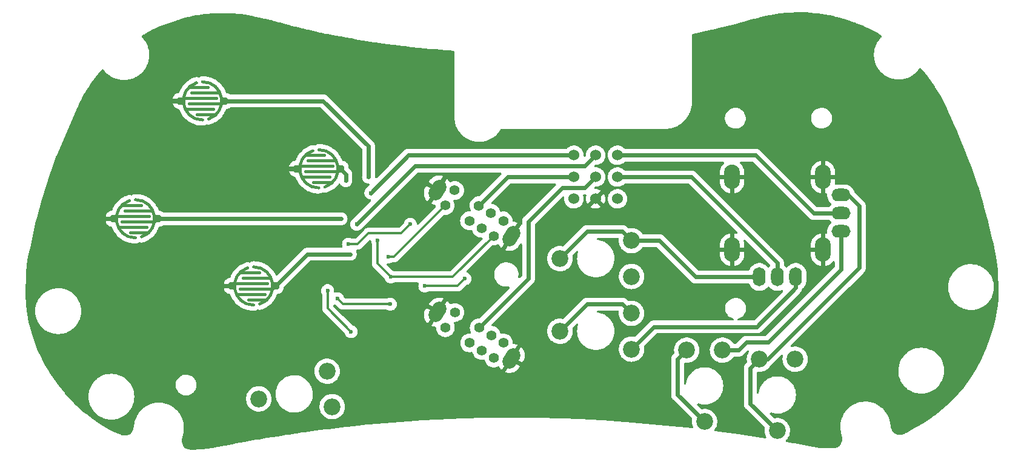
<source format=gbr>
%TF.GenerationSoftware,KiCad,Pcbnew,(6.0.0)*%
%TF.CreationDate,2022-05-12T16:49:29+02:00*%
%TF.ProjectId,Vectrex Pad miniNeoGeo,56656374-7265-4782-9050-6164206d696e,1.2*%
%TF.SameCoordinates,Original*%
%TF.FileFunction,Copper,L2,Bot*%
%TF.FilePolarity,Positive*%
%FSLAX46Y46*%
G04 Gerber Fmt 4.6, Leading zero omitted, Abs format (unit mm)*
G04 Created by KiCad (PCBNEW (6.0.0)) date 2022-05-12 16:49:29*
%MOMM*%
%LPD*%
G01*
G04 APERTURE LIST*
G04 Aperture macros list*
%AMRoundRect*
0 Rectangle with rounded corners*
0 $1 Rounding radius*
0 $2 $3 $4 $5 $6 $7 $8 $9 X,Y pos of 4 corners*
0 Add a 4 corners polygon primitive as box body*
4,1,4,$2,$3,$4,$5,$6,$7,$8,$9,$2,$3,0*
0 Add four circle primitives for the rounded corners*
1,1,$1+$1,$2,$3*
1,1,$1+$1,$4,$5*
1,1,$1+$1,$6,$7*
1,1,$1+$1,$8,$9*
0 Add four rect primitives between the rounded corners*
20,1,$1+$1,$2,$3,$4,$5,0*
20,1,$1+$1,$4,$5,$6,$7,0*
20,1,$1+$1,$6,$7,$8,$9,0*
20,1,$1+$1,$8,$9,$2,$3,0*%
%AMHorizOval*
0 Thick line with rounded ends*
0 $1 width*
0 $2 $3 position (X,Y) of the first rounded end (center of the circle)*
0 $4 $5 position (X,Y) of the second rounded end (center of the circle)*
0 Add line between two ends*
20,1,$1,$2,$3,$4,$5,0*
0 Add two circle primitives to create the rounded ends*
1,1,$1,$2,$3*
1,1,$1,$4,$5*%
G04 Aperture macros list end*
%TA.AperFunction,EtchedComponent*%
%ADD10C,0.381000*%
%TD*%
%TA.AperFunction,ComponentPad*%
%ADD11C,1.524000*%
%TD*%
%TA.AperFunction,ComponentPad*%
%ADD12O,1.778000X2.667000*%
%TD*%
%TA.AperFunction,ComponentPad*%
%ADD13O,2.222000X3.429000*%
%TD*%
%TA.AperFunction,ComponentPad*%
%ADD14O,2.667000X1.778000*%
%TD*%
%TA.AperFunction,SMDPad,CuDef*%
%ADD15RoundRect,0.250000X0.250000X0.250000X-0.250000X0.250000X-0.250000X-0.250000X0.250000X-0.250000X0*%
%TD*%
%TA.AperFunction,ComponentPad*%
%ADD16C,2.340000*%
%TD*%
%TA.AperFunction,ComponentPad*%
%ADD17C,1.400000*%
%TD*%
%TA.AperFunction,ComponentPad*%
%ADD18HorizOval,2.000000X0.265699X0.423561X-0.265699X-0.423561X0*%
%TD*%
%TA.AperFunction,ViaPad*%
%ADD19C,0.800000*%
%TD*%
%TA.AperFunction,ViaPad*%
%ADD20C,0.600000*%
%TD*%
%TA.AperFunction,Conductor*%
%ADD21C,0.350000*%
%TD*%
%TA.AperFunction,Conductor*%
%ADD22C,0.600000*%
%TD*%
G04 APERTURE END LIST*
D10*
%TO.C,SW2*%
X119097200Y-88265000D02*
X116535200Y-88265000D01*
X115011200Y-87503000D02*
X118821200Y-87503000D01*
X119583200Y-85217000D02*
X115773200Y-85217000D01*
X115497200Y-84455000D02*
X118059200Y-84455000D01*
X114630200Y-85979000D02*
X119202200Y-85979000D01*
X119964200Y-86741000D02*
X115392200Y-86741000D01*
X116455364Y-83829348D02*
G75*
G03*
X117297200Y-89027000I841836J-2530652D01*
G01*
X118139036Y-88890652D02*
G75*
G03*
X117297200Y-83693000I-841836J2530652D01*
G01*
%TO.C,SW3*%
X112826800Y-60858400D02*
X108254800Y-60858400D01*
X111959800Y-62382400D02*
X109397800Y-62382400D01*
X112445800Y-59334400D02*
X108635800Y-59334400D01*
X107492800Y-60096400D02*
X112064800Y-60096400D01*
X107873800Y-61620400D02*
X111683800Y-61620400D01*
X108359800Y-58572400D02*
X110921800Y-58572400D01*
X111001636Y-63008052D02*
G75*
G03*
X110159800Y-57810400I-841836J2530652D01*
G01*
X109317964Y-57946748D02*
G75*
G03*
X110159800Y-63144400I841836J-2530652D01*
G01*
%TO.C,SW1*%
X124615800Y-68072000D02*
X127177800Y-68072000D01*
X123748800Y-69596000D02*
X128320800Y-69596000D01*
X128701800Y-68834000D02*
X124891800Y-68834000D01*
X128215800Y-71882000D02*
X125653800Y-71882000D01*
X129082800Y-70358000D02*
X124510800Y-70358000D01*
X124129800Y-71120000D02*
X127939800Y-71120000D01*
X125573964Y-67446348D02*
G75*
G03*
X126415800Y-72644000I841836J-2530652D01*
G01*
X127257636Y-72507652D02*
G75*
G03*
X126415800Y-67310000I-841836J2530652D01*
G01*
%TO.C,SW4*%
X103073200Y-75819000D02*
X99263200Y-75819000D01*
X103454200Y-77343000D02*
X98882200Y-77343000D01*
X98987200Y-75057000D02*
X101549200Y-75057000D01*
X98501200Y-78105000D02*
X102311200Y-78105000D01*
X98120200Y-76581000D02*
X102692200Y-76581000D01*
X102587200Y-78867000D02*
X100025200Y-78867000D01*
X101629036Y-79492652D02*
G75*
G03*
X100787200Y-74295000I-841836J2530652D01*
G01*
X99945364Y-74431348D02*
G75*
G03*
X100787200Y-79629000I841836J-2530652D01*
G01*
%TD*%
D11*
%TO.P,J1,1,1*%
%TO.N,/Red*%
X162052000Y-71120000D03*
%TO.P,J1,2,2*%
%TO.N,/Black*%
X165100000Y-68072000D03*
%TO.P,J1,3,3*%
%TO.N,/Grey*%
X162052000Y-68072000D03*
%TO.P,J1,4,4*%
%TO.N,/Orange*%
X165100000Y-71120000D03*
%TO.P,J1,5,5*%
%TO.N,/Brun*%
X168148000Y-71120000D03*
%TO.P,J1,6,6*%
%TO.N,/Green*%
X168148000Y-68072000D03*
%TO.P,J1,7,7*%
%TO.N,+5V*%
X162052000Y-74168000D03*
%TO.P,J1,8,8*%
%TO.N,GND*%
X165100000Y-74168000D03*
%TO.P,J1,9,9*%
%TO.N,-5V*%
X168148000Y-74168000D03*
%TD*%
D12*
%TO.P,VR1,H1,H+*%
%TO.N,Net-(RV1-Pad2)*%
X187960000Y-85090000D03*
%TO.P,VR1,H2,H*%
%TO.N,/Brun*%
X190500000Y-85090000D03*
%TO.P,VR1,H3,H-*%
%TO.N,Net-(RV3-Pad1)*%
X193040000Y-85090000D03*
D13*
%TO.P,VR1,S1,SHIELD*%
%TO.N,GND*%
X196850000Y-71120000D03*
%TO.P,VR1,S2,SHIELD*%
X196850000Y-81280000D03*
%TO.P,VR1,S3,SHIELD*%
X184150000Y-81280000D03*
%TO.P,VR1,S4,SHIELD*%
X184150000Y-71120000D03*
D14*
%TO.P,VR1,V1,V+*%
%TO.N,Net-(RV2-Pad2)*%
X199390000Y-73660000D03*
%TO.P,VR1,V2,V*%
%TO.N,/Green*%
X199390000Y-76200000D03*
%TO.P,VR1,V3,V-*%
%TO.N,Net-(RV4-Pad1)*%
X199390000Y-78740000D03*
%TD*%
D15*
%TO.P,SW2,1,1*%
%TO.N,Net-(R6-Pad2)*%
X120345200Y-86360000D03*
%TO.P,SW2,2,2*%
%TO.N,GND*%
X114249200Y-86360000D03*
%TD*%
%TO.P,SW3,1,1*%
%TO.N,Net-(R7-Pad2)*%
X113207800Y-60477400D03*
%TO.P,SW3,2,2*%
%TO.N,GND*%
X107111800Y-60477400D03*
%TD*%
D16*
%TO.P,RV3,1,1*%
%TO.N,Net-(RV3-Pad1)*%
X170100000Y-95185000D03*
%TO.P,RV3,2,2*%
%TO.N,Net-(R3-Pad1)*%
X160100000Y-92685000D03*
%TO.P,RV3,3,3*%
X170100000Y-90185000D03*
%TD*%
%TO.P,RV1,1,1*%
%TO.N,Net-(R1-Pad2)*%
X170100000Y-85025000D03*
%TO.P,RV1,2,2*%
%TO.N,Net-(RV1-Pad2)*%
X160100000Y-82525000D03*
%TO.P,RV1,3,3*%
X170100000Y-80025000D03*
%TD*%
%TO.P,RV2,1,1*%
%TO.N,Net-(R2-Pad2)*%
X192975000Y-96600000D03*
%TO.P,RV2,2,2*%
%TO.N,Net-(RV2-Pad2)*%
X190475000Y-106600000D03*
%TO.P,RV2,3,3*%
X187975000Y-96600000D03*
%TD*%
D15*
%TO.P,SW1,1,1*%
%TO.N,Net-(R9-Pad2)*%
X129463800Y-69977000D03*
%TO.P,SW1,2,2*%
%TO.N,GND*%
X123367800Y-69977000D03*
%TD*%
D17*
%TO.P,SW6,1,1*%
%TO.N,Net-(SW6-Pad1)*%
X152199693Y-94317990D03*
%TO.P,SW6,2,2*%
%TO.N,Net-(SW6-Pad2)*%
X150505449Y-93255193D03*
%TO.P,SW6,3,3*%
%TO.N,/Orange*%
X148811205Y-92192396D03*
%TO.P,SW6,4,4*%
%TO.N,Net-(SW6-Pad4)*%
X145422718Y-90066801D03*
%TO.P,SW6,5,5*%
%TO.N,Net-(SW6-Pad1)*%
X150871196Y-96435795D03*
%TO.P,SW6,6,6*%
%TO.N,Net-(SW6-Pad2)*%
X149176953Y-95372998D03*
%TO.P,SW6,7,7*%
%TO.N,/Orange*%
X147482709Y-94310200D03*
%TO.P,SW6,8,8*%
%TO.N,Net-(SW6-Pad4)*%
X144094221Y-92184606D03*
D18*
%TO.P,SW6,9,Shield*%
%TO.N,GND*%
X142979513Y-90009767D03*
X153314401Y-96492829D03*
%TD*%
D15*
%TO.P,SW4,1,1*%
%TO.N,Net-(R10-Pad2)*%
X103835200Y-76962000D03*
%TO.P,SW4,2,2*%
%TO.N,GND*%
X97739200Y-76962000D03*
%TD*%
D17*
%TO.P,SW5,1,1*%
%TO.N,Net-(SW5-Pad1)*%
X152174272Y-77241184D03*
%TO.P,SW5,2,2*%
%TO.N,Net-(SW5-Pad2)*%
X150480028Y-76178387D03*
%TO.P,SW5,3,3*%
%TO.N,/Red*%
X148785784Y-75115590D03*
%TO.P,SW5,4,4*%
%TO.N,Net-(SW5-Pad4)*%
X145397297Y-72989995D03*
%TO.P,SW5,5,5*%
%TO.N,Net-(SW5-Pad1)*%
X150845775Y-79358989D03*
%TO.P,SW5,6,6*%
%TO.N,Net-(SW5-Pad2)*%
X149151532Y-78296192D03*
%TO.P,SW5,7,7*%
%TO.N,/Red*%
X147457288Y-77233394D03*
%TO.P,SW5,8,8*%
%TO.N,Net-(SW5-Pad4)*%
X144068800Y-75107800D03*
D18*
%TO.P,SW5,9,Shield*%
%TO.N,GND*%
X142954092Y-72932961D03*
X153288980Y-79416023D03*
%TD*%
D16*
%TO.P,RV5,1,1*%
%TO.N,Net-(R8-Pad1)*%
X128270000Y-103225600D03*
%TO.P,RV5,2,2*%
X118019387Y-102141661D03*
%TO.P,RV5,3,3*%
%TO.N,Net-(R5-Pad2)*%
X127574134Y-98274260D03*
%TD*%
%TO.P,RV4,1,1*%
%TO.N,Net-(RV4-Pad1)*%
X182815000Y-95330000D03*
%TO.P,RV4,2,2*%
%TO.N,Net-(R4-Pad1)*%
X180315000Y-105330000D03*
%TO.P,RV4,3,3*%
X177815000Y-95330000D03*
%TD*%
D19*
%TO.N,GND*%
X142240000Y-83312000D03*
D20*
%TO.N,Net-(R9-Pad2)*%
X130175000Y-71628000D03*
%TO.N,GND*%
X130810000Y-76454000D03*
X128778000Y-75565000D03*
%TO.N,+5V*%
X127635000Y-86995000D03*
X130905250Y-92741750D03*
D19*
%TO.N,GND*%
X150622000Y-86614000D03*
X172085000Y-66040000D03*
X151765000Y-101600000D03*
X213360000Y-80645000D03*
X173990000Y-94996000D03*
X110490000Y-97155000D03*
X160020000Y-80264000D03*
X131673600Y-85039200D03*
X139547600Y-76200000D03*
X135255000Y-91186000D03*
X90170000Y-81915000D03*
X160020000Y-87630000D03*
X122377200Y-92964000D03*
X175895000Y-77470000D03*
X209550000Y-61595000D03*
X168910000Y-101600000D03*
X139700000Y-59055000D03*
X171450000Y-87630000D03*
X175260000Y-89535000D03*
X161925000Y-95250000D03*
X187325000Y-88265000D03*
X122377200Y-88900000D03*
X109855000Y-81915000D03*
X135890000Y-101600000D03*
X144780000Y-80645000D03*
X93980000Y-71755000D03*
X193675000Y-52705000D03*
X139065000Y-92354400D03*
X102870000Y-89535000D03*
X98425000Y-62230000D03*
X92710000Y-97155000D03*
X133350000Y-87680800D03*
X182245000Y-55880000D03*
X111125000Y-52705000D03*
X118110000Y-68580000D03*
X127304800Y-84582000D03*
D20*
X131435500Y-72009000D03*
D19*
X125222000Y-62484000D03*
X209550000Y-90170000D03*
X213360000Y-71755000D03*
X139700000Y-73025000D03*
X140208000Y-81280000D03*
X171450000Y-82550000D03*
X126365000Y-55245000D03*
X139446000Y-87655400D03*
X201930000Y-97155000D03*
D20*
%TO.N,/Black*%
X131699000Y-77724000D03*
%TO.N,/Grey*%
X133672500Y-73337500D03*
%TO.N,Net-(SW5-Pad4)*%
X136144000Y-82296000D03*
%TO.N,Net-(SW5-Pad1)*%
X136480000Y-85090000D03*
X134620000Y-80010000D03*
%TO.N,Net-(SW6-Pad1)*%
X146812000Y-85344000D03*
X139192000Y-77724000D03*
X130556000Y-80518000D03*
X141224000Y-86360000D03*
%TO.N,Net-(R6-Pad2)*%
X130810000Y-81915000D03*
%TO.N,Net-(R7-Pad2)*%
X133350000Y-71120000D03*
%TO.N,Net-(R10-Pad2)*%
X129510000Y-76962000D03*
%TO.N,Net-(U1-Pad3)*%
X129032000Y-88138000D03*
X136398000Y-88900000D03*
%TD*%
D21*
%TO.N,Net-(SW5-Pad4)*%
X136880600Y-82296000D02*
X144068800Y-75107800D01*
X136144000Y-82296000D02*
X136880600Y-82296000D01*
D22*
%TO.N,/Grey*%
X138938000Y-68072000D02*
X133672500Y-73337500D01*
X162052000Y-68072000D02*
X138938000Y-68072000D01*
%TO.N,/Black*%
X139827000Y-69596000D02*
X131699000Y-77724000D01*
X163576000Y-69596000D02*
X139827000Y-69596000D01*
X165100000Y-68072000D02*
X163576000Y-69596000D01*
%TO.N,/Orange*%
X160401000Y-72644000D02*
X163576000Y-72644000D01*
X163576000Y-72644000D02*
X165100000Y-71120000D01*
X155702000Y-77343000D02*
X160401000Y-72644000D01*
X155702000Y-85301601D02*
X155702000Y-77343000D01*
X148811205Y-92192396D02*
X155702000Y-85301601D01*
%TO.N,/Red*%
X152781374Y-71120000D02*
X148785784Y-75115590D01*
X162052000Y-71120000D02*
X152781374Y-71120000D01*
D21*
%TO.N,Net-(SW6-Pad1)*%
X146812000Y-85344000D02*
X145796000Y-86360000D01*
X145796000Y-86360000D02*
X141224000Y-86360000D01*
D22*
%TO.N,Net-(R9-Pad2)*%
X130175000Y-70739000D02*
X130175000Y-71628000D01*
D21*
X129463800Y-69977000D02*
X129463800Y-70027800D01*
D22*
X129463800Y-70027800D02*
X130175000Y-70739000D01*
D21*
%TO.N,+5V*%
X127635000Y-89471500D02*
X127635000Y-86995000D01*
X130905250Y-92741750D02*
X127635000Y-89471500D01*
D22*
%TO.N,GND*%
X114249200Y-86360000D02*
X112014000Y-86360000D01*
X123367800Y-69977000D02*
X120954800Y-69977000D01*
X107111800Y-60477400D02*
X102895400Y-60477400D01*
X97739200Y-76962000D02*
X94411800Y-76962000D01*
%TO.N,Net-(RV1-Pad2)*%
X179070000Y-85090000D02*
X174005000Y-80025000D01*
X174005000Y-80025000D02*
X170100000Y-80025000D01*
X168815000Y-78740000D02*
X163885000Y-78740000D01*
X187960000Y-85090000D02*
X179070000Y-85090000D01*
X163885000Y-78740000D02*
X160100000Y-82525000D01*
X170100000Y-80025000D02*
X168815000Y-78740000D01*
%TO.N,Net-(RV3-Pad1)*%
X173210000Y-92075000D02*
X187579000Y-92075000D01*
X187579000Y-92075000D02*
X193040000Y-86614000D01*
X170100000Y-95185000D02*
X173210000Y-92075000D01*
X193040000Y-86614000D02*
X193040000Y-85090000D01*
%TO.N,Net-(RV4-Pad1)*%
X199390000Y-84074000D02*
X189230000Y-94234000D01*
X199390000Y-78740000D02*
X199390000Y-84074000D01*
X186182000Y-94234000D02*
X185086000Y-95330000D01*
X189230000Y-94234000D02*
X186182000Y-94234000D01*
X185086000Y-95330000D02*
X182815000Y-95330000D01*
%TO.N,/Brun*%
X190500000Y-83156500D02*
X178463500Y-71120000D01*
X178463500Y-71120000D02*
X168148000Y-71120000D01*
X190500000Y-85090000D02*
X190500000Y-83156500D01*
%TO.N,/Green*%
X187452000Y-68072000D02*
X195580000Y-76200000D01*
X168148000Y-68072000D02*
X187452000Y-68072000D01*
X195580000Y-76200000D02*
X199390000Y-76200000D01*
%TO.N,Net-(R3-Pad1)*%
X168815000Y-88900000D02*
X163885000Y-88900000D01*
X170100000Y-90185000D02*
X168815000Y-88900000D01*
X163885000Y-88900000D02*
X160100000Y-92685000D01*
%TO.N,Net-(R4-Pad1)*%
X177815000Y-95330000D02*
X176530000Y-96615000D01*
X176530000Y-101545000D02*
X180315000Y-105330000D01*
X176530000Y-96615000D02*
X176530000Y-101545000D01*
%TO.N,Net-(RV2-Pad2)*%
X186690000Y-97885000D02*
X186690000Y-102815000D01*
X201930000Y-75184000D02*
X201930000Y-83820000D01*
X201930000Y-83820000D02*
X189150000Y-96600000D01*
X199390000Y-73660000D02*
X200406000Y-73660000D01*
X187975000Y-96600000D02*
X186690000Y-97885000D01*
X189150000Y-96600000D02*
X187975000Y-96600000D01*
X200406000Y-73660000D02*
X201930000Y-75184000D01*
X186690000Y-102815000D02*
X190475000Y-106600000D01*
D21*
%TO.N,Net-(SW5-Pad1)*%
X145114764Y-85090000D02*
X136480000Y-85090000D01*
X134620000Y-80010000D02*
X134620000Y-83230000D01*
X134620000Y-83230000D02*
X136480000Y-85090000D01*
X150845775Y-79358989D02*
X145114764Y-85090000D01*
%TO.N,Net-(SW6-Pad1)*%
X133350000Y-78994000D02*
X137922000Y-78994000D01*
X130556000Y-80518000D02*
X131826000Y-80518000D01*
X131826000Y-80518000D02*
X133350000Y-78994000D01*
X137922000Y-78994000D02*
X139192000Y-77724000D01*
D22*
%TO.N,Net-(R6-Pad2)*%
X124790200Y-81915000D02*
X120363729Y-86341471D01*
X130810000Y-81915000D02*
X124790200Y-81915000D01*
%TO.N,Net-(R7-Pad2)*%
X113207800Y-60477400D02*
X127025400Y-60477400D01*
X133350000Y-66802000D02*
X133350000Y-71120000D01*
X127025400Y-60477400D02*
X133350000Y-66802000D01*
%TO.N,Net-(R10-Pad2)*%
X103835200Y-76962000D02*
X129510000Y-76962000D01*
D21*
%TO.N,Net-(U1-Pad3)*%
X129794000Y-88900000D02*
X136398000Y-88900000D01*
X129032000Y-88138000D02*
X129794000Y-88900000D01*
%TD*%
%TA.AperFunction,Conductor*%
%TO.N,GND*%
G36*
X193922805Y-48067706D02*
G01*
X194018252Y-48072478D01*
X194020363Y-48072644D01*
X194022469Y-48073010D01*
X194058672Y-48074503D01*
X194059633Y-48074547D01*
X194079146Y-48075523D01*
X194090927Y-48076112D01*
X194090930Y-48076112D01*
X194095791Y-48076355D01*
X194097919Y-48076182D01*
X194100058Y-48076210D01*
X194209360Y-48080717D01*
X194290634Y-48084069D01*
X194297570Y-48084517D01*
X194414071Y-48094797D01*
X194414658Y-48094867D01*
X194415340Y-48095017D01*
X194417297Y-48095184D01*
X194417304Y-48095185D01*
X194453412Y-48098269D01*
X194453825Y-48098305D01*
X194479739Y-48100591D01*
X194492014Y-48101674D01*
X194492711Y-48101644D01*
X194493314Y-48101677D01*
X195157876Y-48158437D01*
X195161998Y-48158847D01*
X195614157Y-48210172D01*
X195617051Y-48210530D01*
X195970628Y-48257824D01*
X195973475Y-48258284D01*
X195976129Y-48258969D01*
X195980968Y-48259561D01*
X195980969Y-48259561D01*
X196010955Y-48263228D01*
X196012625Y-48263442D01*
X196042581Y-48267449D01*
X196042591Y-48267450D01*
X196047430Y-48268097D01*
X196050164Y-48268103D01*
X196053055Y-48268377D01*
X196720175Y-48349967D01*
X196720345Y-48349988D01*
X197075193Y-48394587D01*
X197177087Y-48407393D01*
X197179867Y-48407769D01*
X197258726Y-48419192D01*
X197694299Y-48482289D01*
X197703061Y-48483827D01*
X198327572Y-48612878D01*
X198357498Y-48619062D01*
X198362228Y-48620120D01*
X199088507Y-48795011D01*
X199096918Y-48797298D01*
X200034382Y-49081972D01*
X200039078Y-49083484D01*
X200766001Y-49330788D01*
X200766279Y-49330883D01*
X201238668Y-49492635D01*
X201367592Y-49536780D01*
X201396656Y-49546732D01*
X201405102Y-49549912D01*
X202627038Y-50052918D01*
X202635648Y-50056787D01*
X203245969Y-50354622D01*
X203247090Y-50355176D01*
X204148644Y-50805953D01*
X204152533Y-50807970D01*
X204633592Y-51066449D01*
X204641328Y-51070909D01*
X204952641Y-51263059D01*
X204995701Y-51289637D01*
X205048612Y-51345754D01*
X205066377Y-51420809D01*
X205044234Y-51494690D01*
X205033523Y-51509843D01*
X204935915Y-51631138D01*
X204927964Y-51640237D01*
X204922522Y-51645978D01*
X204914932Y-51652130D01*
X204910512Y-51658220D01*
X204906841Y-51662518D01*
X204906770Y-51662593D01*
X204906683Y-51662703D01*
X204749212Y-51847074D01*
X204682570Y-51925100D01*
X204479251Y-52220301D01*
X204477401Y-52223693D01*
X204477400Y-52223694D01*
X204346701Y-52463282D01*
X204307594Y-52534969D01*
X204169444Y-52865721D01*
X204066287Y-53209000D01*
X203999231Y-53561116D01*
X203998905Y-53564967D01*
X203972053Y-53882186D01*
X203968997Y-53918283D01*
X203975911Y-54276660D01*
X203995384Y-54434138D01*
X204018713Y-54622802D01*
X204019899Y-54632395D01*
X204100487Y-54981662D01*
X204101737Y-54985305D01*
X204101740Y-54985316D01*
X204196036Y-55260162D01*
X204216808Y-55320707D01*
X204367613Y-55645884D01*
X204369594Y-55649204D01*
X204528338Y-55915247D01*
X204551280Y-55953697D01*
X204553596Y-55956797D01*
X204553599Y-55956801D01*
X204755073Y-56226434D01*
X204765834Y-56240836D01*
X205008968Y-56504214D01*
X205278068Y-56741000D01*
X205281223Y-56743242D01*
X205561083Y-56942139D01*
X205570240Y-56948647D01*
X205573609Y-56950550D01*
X205573614Y-56950553D01*
X205577074Y-56952507D01*
X205882345Y-57124922D01*
X206211025Y-57267932D01*
X206214701Y-57269096D01*
X206214709Y-57269099D01*
X206549061Y-57374970D01*
X206552747Y-57376137D01*
X206758802Y-57418534D01*
X206900059Y-57447598D01*
X206900061Y-57447598D01*
X206903836Y-57448375D01*
X206907667Y-57448756D01*
X206907672Y-57448757D01*
X207256667Y-57483485D01*
X207256673Y-57483485D01*
X207260519Y-57483868D01*
X207433031Y-57483083D01*
X207615087Y-57482254D01*
X207615094Y-57482254D01*
X207618959Y-57482236D01*
X207622802Y-57481818D01*
X207622806Y-57481818D01*
X207763484Y-57466524D01*
X207975303Y-57443496D01*
X208132316Y-57409697D01*
X208321931Y-57368880D01*
X208321934Y-57368879D01*
X208325721Y-57368064D01*
X208460537Y-57324020D01*
X208662762Y-57257954D01*
X208662769Y-57257951D01*
X208666443Y-57256751D01*
X208741255Y-57223387D01*
X208990271Y-57112332D01*
X208990272Y-57112332D01*
X208993807Y-57110755D01*
X209001102Y-57106547D01*
X209125704Y-57034667D01*
X209304293Y-56931644D01*
X209594563Y-56721346D01*
X209861495Y-56482119D01*
X209869143Y-56473682D01*
X209977032Y-56354653D01*
X210093260Y-56226425D01*
X210093355Y-56226328D01*
X210093420Y-56226248D01*
X210097210Y-56222067D01*
X210102681Y-56216914D01*
X210107811Y-56208614D01*
X210107814Y-56208610D01*
X210129536Y-56173463D01*
X210135719Y-56164245D01*
X210159562Y-56131412D01*
X210270410Y-55978768D01*
X210271939Y-55976702D01*
X210272705Y-55975686D01*
X210294735Y-55946443D01*
X210310577Y-55925414D01*
X210371349Y-55877921D01*
X210447725Y-55867177D01*
X210519240Y-55896061D01*
X210536994Y-55911801D01*
X210628504Y-56006986D01*
X210772710Y-56156984D01*
X210780757Y-56166067D01*
X210876083Y-56282929D01*
X211506888Y-57056242D01*
X211514096Y-57065845D01*
X212484305Y-58473364D01*
X212514763Y-58517550D01*
X212519847Y-58525448D01*
X212857596Y-59088363D01*
X213323572Y-59864990D01*
X213329037Y-59874937D01*
X214176810Y-61568006D01*
X214179890Y-61574550D01*
X215018188Y-63473704D01*
X215019326Y-63476482D01*
X215020147Y-63479170D01*
X215034667Y-63511058D01*
X215035324Y-63512524D01*
X215049475Y-63544584D01*
X215050936Y-63546985D01*
X215052260Y-63549698D01*
X215600593Y-64753947D01*
X215824949Y-65246678D01*
X215833817Y-65266155D01*
X215835833Y-65270789D01*
X216769738Y-67521221D01*
X216771112Y-67524652D01*
X217192393Y-68615470D01*
X217193207Y-68617626D01*
X217623468Y-69785116D01*
X217624274Y-69787357D01*
X218175146Y-71359110D01*
X218175495Y-71360118D01*
X218551577Y-72458275D01*
X218553106Y-72462995D01*
X218930529Y-73697743D01*
X218931480Y-73700986D01*
X219184653Y-74601863D01*
X219233761Y-74776605D01*
X219385093Y-75320189D01*
X219550454Y-75914165D01*
X219550702Y-75915066D01*
X219954186Y-77400391D01*
X219955059Y-77403758D01*
X219967359Y-77453610D01*
X220239393Y-78556190D01*
X220239622Y-78557132D01*
X220241695Y-78565776D01*
X220492524Y-79611736D01*
X220492728Y-79612597D01*
X220687294Y-80445734D01*
X220688420Y-80450981D01*
X220899795Y-81530234D01*
X220900508Y-81534154D01*
X220934214Y-81734514D01*
X221033431Y-82324302D01*
X221035024Y-82333773D01*
X221035392Y-82336074D01*
X221120080Y-82893595D01*
X221120868Y-82899600D01*
X221121279Y-82903316D01*
X221121497Y-82908196D01*
X221122349Y-82913000D01*
X221122350Y-82913006D01*
X221126745Y-82937779D01*
X221127346Y-82941430D01*
X221131850Y-82971082D01*
X221133209Y-82975778D01*
X221134014Y-82979444D01*
X221135186Y-82985350D01*
X221207961Y-83395540D01*
X221208837Y-83400478D01*
X221209976Y-83408021D01*
X221232581Y-83588853D01*
X221233104Y-83593040D01*
X221233867Y-83600782D01*
X221261957Y-83989726D01*
X221264830Y-84029507D01*
X221265044Y-84033078D01*
X221273139Y-84201554D01*
X221303415Y-84831662D01*
X221303559Y-84837461D01*
X221303273Y-84841922D01*
X221303599Y-84846790D01*
X221305432Y-84874167D01*
X221305593Y-84876971D01*
X221307139Y-84909154D01*
X221307932Y-84913542D01*
X221308453Y-84919303D01*
X221317316Y-85051682D01*
X221345529Y-85473096D01*
X221346161Y-85482543D01*
X221346293Y-85484754D01*
X221361495Y-85777595D01*
X221392773Y-86380115D01*
X221392926Y-86391571D01*
X221366663Y-87439676D01*
X221366497Y-87442888D01*
X221366075Y-87445804D01*
X221366012Y-87450673D01*
X221366012Y-87450677D01*
X221365627Y-87480614D01*
X221365592Y-87482428D01*
X221364723Y-87517121D01*
X221365035Y-87520054D01*
X221365079Y-87523246D01*
X221360607Y-87870999D01*
X221355956Y-88232633D01*
X221355751Y-88248538D01*
X221355242Y-88259071D01*
X221293829Y-88991317D01*
X221293341Y-88997134D01*
X221292300Y-89006200D01*
X221154540Y-89949500D01*
X221148431Y-89991329D01*
X221147188Y-89998583D01*
X221036165Y-90562348D01*
X220957231Y-90963167D01*
X220956361Y-90967280D01*
X220720237Y-92010157D01*
X220717787Y-92019546D01*
X220242360Y-93625653D01*
X220238846Y-93636091D01*
X219652093Y-95186795D01*
X219648674Y-95195070D01*
X219558178Y-95396727D01*
X219030889Y-96571709D01*
X219024973Y-96584891D01*
X219019683Y-96595522D01*
X218224040Y-98046403D01*
X218219686Y-98053826D01*
X217669879Y-98931989D01*
X217333864Y-99468679D01*
X217326607Y-99479232D01*
X216546178Y-100515778D01*
X216537511Y-100526255D01*
X215766769Y-101375796D01*
X215766326Y-101376281D01*
X215358083Y-101821773D01*
X215080812Y-102124342D01*
X215077058Y-102128291D01*
X214938260Y-102269055D01*
X214226124Y-102991279D01*
X214213170Y-103004416D01*
X214203586Y-103013318D01*
X214121194Y-103083367D01*
X212935636Y-104091320D01*
X212930559Y-104095448D01*
X212636338Y-104324118D01*
X212472909Y-104451136D01*
X212467838Y-104455077D01*
X212461963Y-104459416D01*
X212303144Y-104570796D01*
X211895728Y-104856516D01*
X211893554Y-104858012D01*
X210921016Y-105514662D01*
X210914909Y-105518572D01*
X210511890Y-105762942D01*
X210138602Y-105989284D01*
X210135333Y-105991210D01*
X209650936Y-106268306D01*
X208983352Y-106650192D01*
X208974927Y-106654659D01*
X208657220Y-106810270D01*
X208249712Y-107009865D01*
X208249666Y-107009888D01*
X208158724Y-107054392D01*
X208137670Y-107064695D01*
X208134877Y-107066025D01*
X208066832Y-107097558D01*
X208055120Y-107102391D01*
X208040105Y-107107851D01*
X208024407Y-107112599D01*
X208007978Y-107116595D01*
X208006548Y-107116898D01*
X208004987Y-107117077D01*
X208000946Y-107118087D01*
X208000947Y-107118087D01*
X207969238Y-107126014D01*
X207968319Y-107126241D01*
X207936364Y-107134014D01*
X207936360Y-107134015D01*
X207932340Y-107134993D01*
X207930876Y-107135560D01*
X207929456Y-107135960D01*
X207874583Y-107149679D01*
X207862688Y-107152141D01*
X207854069Y-107153561D01*
X207834063Y-107159623D01*
X207827009Y-107161572D01*
X207811497Y-107165450D01*
X207811494Y-107165451D01*
X207806770Y-107166632D01*
X207802238Y-107168421D01*
X207802236Y-107168421D01*
X207798644Y-107169838D01*
X207787172Y-107173832D01*
X207768432Y-107179511D01*
X207742281Y-107184935D01*
X207737741Y-107185458D01*
X207726016Y-107186341D01*
X207707760Y-107186993D01*
X207698524Y-107187036D01*
X207648650Y-107185724D01*
X207633158Y-107185317D01*
X207630013Y-107185201D01*
X207581719Y-107182901D01*
X207546454Y-107181221D01*
X207540449Y-107180814D01*
X207524272Y-107179387D01*
X207496285Y-107176918D01*
X207485546Y-107175575D01*
X207429664Y-107166513D01*
X207425255Y-107165729D01*
X207375349Y-107156070D01*
X207368366Y-107154543D01*
X207361085Y-107152767D01*
X207297926Y-107137362D01*
X207291520Y-107135647D01*
X207285921Y-107134014D01*
X207199272Y-107108742D01*
X207193906Y-107107066D01*
X207126007Y-107084433D01*
X207116081Y-107080726D01*
X207056533Y-107056035D01*
X207048710Y-107052524D01*
X207016236Y-107036811D01*
X207005780Y-107031228D01*
X206979145Y-107015614D01*
X206970856Y-107010380D01*
X206941796Y-106990662D01*
X206933427Y-106984546D01*
X206822702Y-106897547D01*
X206818403Y-106894037D01*
X206732165Y-106820923D01*
X206724469Y-106813923D01*
X206659102Y-106750150D01*
X206651442Y-106742096D01*
X206618299Y-106704534D01*
X206609115Y-106693025D01*
X206602307Y-106683570D01*
X206595827Y-106673779D01*
X206595172Y-106672699D01*
X206520470Y-106549540D01*
X206519210Y-106547422D01*
X206454274Y-106436102D01*
X206453112Y-106434074D01*
X206424412Y-106383051D01*
X206419175Y-106372840D01*
X206399625Y-106330807D01*
X206393048Y-106314101D01*
X206382633Y-106282114D01*
X206378860Y-106268306D01*
X206369034Y-106224087D01*
X206358295Y-106175765D01*
X206357507Y-106171985D01*
X206321604Y-105987978D01*
X206320579Y-105982100D01*
X206292681Y-105800758D01*
X206291541Y-105790002D01*
X206291253Y-105787688D01*
X206290969Y-105782818D01*
X206290053Y-105778034D01*
X206290052Y-105778026D01*
X206286146Y-105757627D01*
X206285221Y-105752268D01*
X206284328Y-105746464D01*
X206281324Y-105726940D01*
X206279959Y-105722256D01*
X206279450Y-105719959D01*
X206276923Y-105709467D01*
X206267931Y-105662506D01*
X206266847Y-105656065D01*
X206266467Y-105651257D01*
X206262652Y-105633323D01*
X206259882Y-105620306D01*
X206259279Y-105617323D01*
X206254235Y-105590985D01*
X206253318Y-105586195D01*
X206251802Y-105581622D01*
X206250294Y-105575244D01*
X206239607Y-105525014D01*
X206233020Y-105494055D01*
X206228902Y-105474574D01*
X206225793Y-105449516D01*
X206225580Y-105444003D01*
X206225203Y-105434245D01*
X206222665Y-105426054D01*
X206221997Y-105423074D01*
X206221781Y-105421811D01*
X206221361Y-105420237D01*
X206221126Y-105419186D01*
X206159625Y-105144744D01*
X206147465Y-105090481D01*
X206147463Y-105090474D01*
X206146633Y-105086770D01*
X206120566Y-105008712D01*
X206035000Y-104752488D01*
X206034997Y-104752480D01*
X206033801Y-104748899D01*
X205887200Y-104424253D01*
X205885299Y-104420978D01*
X205885294Y-104420969D01*
X205757296Y-104200500D01*
X205708351Y-104116194D01*
X205499106Y-103827916D01*
X205496584Y-103825097D01*
X205496579Y-103825090D01*
X205320483Y-103628204D01*
X205261635Y-103562408D01*
X204998398Y-103322421D01*
X204995353Y-103320167D01*
X204995343Y-103320158D01*
X204715181Y-103112706D01*
X204712125Y-103110443D01*
X204666494Y-103083367D01*
X204409052Y-102930610D01*
X204409047Y-102930608D01*
X204405782Y-102928670D01*
X204082545Y-102778986D01*
X203745764Y-102662944D01*
X203742068Y-102662079D01*
X203742062Y-102662077D01*
X203522648Y-102610710D01*
X203398929Y-102581746D01*
X203045636Y-102536234D01*
X202689547Y-102526879D01*
X202685773Y-102527165D01*
X202685766Y-102527165D01*
X202338122Y-102553492D01*
X202338114Y-102553493D01*
X202334351Y-102553778D01*
X201983732Y-102616652D01*
X201980086Y-102617698D01*
X201980080Y-102617699D01*
X201644975Y-102713803D01*
X201644968Y-102713805D01*
X201641322Y-102714851D01*
X201637801Y-102716262D01*
X201637798Y-102716263D01*
X201399779Y-102811646D01*
X201310671Y-102847355D01*
X200995207Y-103012792D01*
X200992043Y-103014887D01*
X200704137Y-103205514D01*
X200698198Y-103209446D01*
X200422723Y-103435280D01*
X200348318Y-103510156D01*
X200226107Y-103633140D01*
X200171638Y-103687953D01*
X199947545Y-103964846D01*
X199752767Y-104263089D01*
X199589322Y-104579590D01*
X199587935Y-104583116D01*
X199587932Y-104583122D01*
X199460581Y-104906810D01*
X199458905Y-104911069D01*
X199457887Y-104914705D01*
X199457885Y-104914711D01*
X199371295Y-105223989D01*
X199362867Y-105254091D01*
X199302204Y-105605100D01*
X199301941Y-105608883D01*
X199301941Y-105608887D01*
X199278018Y-105953633D01*
X199277544Y-105960458D01*
X199281644Y-106086298D01*
X199288516Y-106297193D01*
X199289144Y-106316482D01*
X199289652Y-106320237D01*
X199289652Y-106320239D01*
X199294715Y-106357677D01*
X199333064Y-106641237D01*
X199334943Y-106655134D01*
X199335097Y-106656765D01*
X199335335Y-106658036D01*
X199335741Y-106661036D01*
X199336208Y-106669607D01*
X199339245Y-106678887D01*
X199339245Y-106678889D01*
X199345341Y-106697518D01*
X199350216Y-106716602D01*
X199400225Y-106985397D01*
X199400916Y-106989412D01*
X199429719Y-107171830D01*
X199429774Y-107172184D01*
X199430022Y-107173780D01*
X199435622Y-107209807D01*
X199435824Y-107210495D01*
X199435935Y-107211200D01*
X199446802Y-107247950D01*
X199474249Y-107341591D01*
X199476577Y-107349535D01*
X199480708Y-107367828D01*
X199503361Y-107508970D01*
X199504333Y-107516129D01*
X199520277Y-107659634D01*
X199520976Y-107668150D01*
X199527942Y-107798739D01*
X199527981Y-107800358D01*
X199527861Y-107802047D01*
X199528128Y-107806475D01*
X199528128Y-107806486D01*
X199530074Y-107838786D01*
X199530132Y-107839809D01*
X199531625Y-107867790D01*
X199532086Y-107876442D01*
X199532396Y-107878105D01*
X199532539Y-107879706D01*
X199539728Y-107999049D01*
X199524269Y-108074641D01*
X199510282Y-108102616D01*
X199506914Y-108108580D01*
X199506994Y-108108624D01*
X199504668Y-108112893D01*
X199502055Y-108117022D01*
X199490298Y-108142430D01*
X199488367Y-108146444D01*
X199475838Y-108171503D01*
X199474243Y-108176117D01*
X199472356Y-108180604D01*
X199472273Y-108180569D01*
X199469711Y-108186925D01*
X199413171Y-108309126D01*
X199410536Y-108314531D01*
X199365337Y-108402671D01*
X199336590Y-108458727D01*
X199327395Y-108474261D01*
X199247661Y-108592048D01*
X199244997Y-108595854D01*
X199198466Y-108660177D01*
X199184063Y-108677233D01*
X199115570Y-108746995D01*
X199103317Y-108758158D01*
X199064138Y-108790049D01*
X199061961Y-108791821D01*
X199047196Y-108802410D01*
X198935474Y-108872635D01*
X198924332Y-108878986D01*
X198829619Y-108927697D01*
X198810795Y-108937378D01*
X198796302Y-108943879D01*
X198705088Y-108979085D01*
X198698553Y-108981434D01*
X198601168Y-109013895D01*
X198588752Y-109017444D01*
X198477815Y-109044006D01*
X198462665Y-109046813D01*
X198410687Y-109053677D01*
X198393060Y-109054947D01*
X198073303Y-109058969D01*
X198042395Y-109059358D01*
X198038948Y-109059362D01*
X197345349Y-109052010D01*
X197338781Y-109051794D01*
X196946080Y-109030243D01*
X196943247Y-109030061D01*
X196387826Y-108988648D01*
X196381291Y-108988015D01*
X195884431Y-108928865D01*
X195876459Y-108927697D01*
X195637826Y-108886101D01*
X195630574Y-108884650D01*
X195427203Y-108838700D01*
X195074358Y-108758977D01*
X195061531Y-108755470D01*
X195056004Y-108753689D01*
X195051203Y-108752811D01*
X195051201Y-108752811D01*
X195032582Y-108749408D01*
X195026554Y-108748177D01*
X195003316Y-108742926D01*
X194997543Y-108742397D01*
X194984351Y-108740592D01*
X192901794Y-108359936D01*
X192901415Y-108359854D01*
X192900946Y-108359704D01*
X192862862Y-108352820D01*
X192824720Y-108345848D01*
X192824230Y-108345824D01*
X192823839Y-108345766D01*
X192699645Y-108323316D01*
X191758015Y-108153101D01*
X191688256Y-108120206D01*
X191644289Y-108056836D01*
X191637897Y-107979973D01*
X191670793Y-107910213D01*
X191688249Y-107892756D01*
X191703664Y-107879706D01*
X191719440Y-107866351D01*
X191892949Y-107668502D01*
X192035309Y-107447179D01*
X192143391Y-107207245D01*
X192145814Y-107198656D01*
X192184958Y-107059860D01*
X192214822Y-106953971D01*
X192220938Y-106905902D01*
X192247561Y-106696625D01*
X192247561Y-106696621D01*
X192248032Y-106692921D01*
X192248400Y-106678889D01*
X192250367Y-106603738D01*
X192250465Y-106600000D01*
X192250149Y-106595738D01*
X192239062Y-106446553D01*
X192230963Y-106337570D01*
X192193531Y-106172142D01*
X192174107Y-106086298D01*
X192174105Y-106086292D01*
X192172886Y-106080904D01*
X192163062Y-106055641D01*
X192079513Y-105840796D01*
X192079512Y-105840795D01*
X192077509Y-105835643D01*
X192070459Y-105823307D01*
X191949669Y-105611970D01*
X191949667Y-105611967D01*
X191946927Y-105607173D01*
X191942338Y-105601351D01*
X191801675Y-105422921D01*
X191784010Y-105400513D01*
X191779990Y-105396731D01*
X191779986Y-105396727D01*
X191596359Y-105223989D01*
X191596356Y-105223986D01*
X191592336Y-105220205D01*
X191587800Y-105217058D01*
X191587796Y-105217055D01*
X191405340Y-105090481D01*
X191376117Y-105070208D01*
X191140101Y-104953818D01*
X191134841Y-104952134D01*
X191134838Y-104952133D01*
X190894741Y-104875277D01*
X190889474Y-104873591D01*
X190629742Y-104831291D01*
X190487486Y-104829429D01*
X190372138Y-104827919D01*
X190372133Y-104827919D01*
X190366610Y-104827847D01*
X190361138Y-104828592D01*
X190361133Y-104828592D01*
X190111338Y-104862587D01*
X190111332Y-104862588D01*
X190105860Y-104863333D01*
X190105847Y-104863239D01*
X190030770Y-104859304D01*
X189971455Y-104822956D01*
X189448390Y-104299891D01*
X189409826Y-104233096D01*
X189409826Y-104155968D01*
X189448390Y-104089173D01*
X189515185Y-104050609D01*
X189592313Y-104050609D01*
X189610768Y-104056874D01*
X189626751Y-104063494D01*
X189631132Y-104064709D01*
X189631138Y-104064711D01*
X189928909Y-104147290D01*
X189928912Y-104147291D01*
X189933298Y-104148507D01*
X189937802Y-104149180D01*
X189937806Y-104149181D01*
X190107149Y-104174489D01*
X190247921Y-104195528D01*
X190317319Y-104198558D01*
X190360194Y-104200430D01*
X190360207Y-104200430D01*
X190361804Y-104200500D01*
X190555799Y-104200500D01*
X190558052Y-104200362D01*
X190558058Y-104200362D01*
X190787986Y-104186299D01*
X190787993Y-104186298D01*
X190792524Y-104186021D01*
X190796989Y-104185194D01*
X190796993Y-104185193D01*
X190951050Y-104156640D01*
X191105313Y-104128049D01*
X191331053Y-104056874D01*
X191404369Y-104033758D01*
X191404373Y-104033757D01*
X191408707Y-104032390D01*
X191594439Y-103947747D01*
X191694030Y-103902361D01*
X191694034Y-103902359D01*
X191698181Y-103900469D01*
X191969420Y-103734253D01*
X191972967Y-103731432D01*
X191972975Y-103731426D01*
X192214818Y-103539055D01*
X192218381Y-103536221D01*
X192234657Y-103519659D01*
X192349232Y-103403066D01*
X192441352Y-103309324D01*
X192635009Y-103056945D01*
X192662054Y-103011033D01*
X192749167Y-102863143D01*
X192796466Y-102782846D01*
X192923315Y-102491114D01*
X193013665Y-102186097D01*
X193018582Y-102156717D01*
X193036856Y-102047510D01*
X193066169Y-101872343D01*
X193074985Y-101670429D01*
X193079847Y-101559072D01*
X193079847Y-101559066D01*
X193080045Y-101554529D01*
X193077074Y-101516769D01*
X193055443Y-101241929D01*
X193055086Y-101237393D01*
X192991664Y-100925662D01*
X192989924Y-100920460D01*
X192926218Y-100730064D01*
X192890724Y-100623984D01*
X192753771Y-100336857D01*
X192582847Y-100068560D01*
X192380500Y-99823093D01*
X192149746Y-99604116D01*
X192146099Y-99601417D01*
X192146095Y-99601414D01*
X191980975Y-99479232D01*
X191894025Y-99414892D01*
X191890078Y-99412659D01*
X191890072Y-99412655D01*
X191621114Y-99260486D01*
X191621112Y-99260485D01*
X191617151Y-99258244D01*
X191323249Y-99136506D01*
X191318868Y-99135291D01*
X191318862Y-99135289D01*
X191021091Y-99052710D01*
X191021088Y-99052709D01*
X191016702Y-99051493D01*
X191012198Y-99050820D01*
X191012194Y-99050819D01*
X190842851Y-99025511D01*
X190702079Y-99004472D01*
X190628990Y-99001281D01*
X190589806Y-98999570D01*
X190589793Y-98999570D01*
X190588196Y-98999500D01*
X190394201Y-98999500D01*
X190391948Y-98999638D01*
X190391942Y-98999638D01*
X190162014Y-99013701D01*
X190162007Y-99013702D01*
X190157476Y-99013979D01*
X190153011Y-99014806D01*
X190153007Y-99014807D01*
X190052015Y-99033525D01*
X189844687Y-99071951D01*
X189672988Y-99126087D01*
X189545631Y-99166242D01*
X189545627Y-99166243D01*
X189541293Y-99167610D01*
X189465469Y-99202165D01*
X189255970Y-99297639D01*
X189255966Y-99297641D01*
X189251819Y-99299531D01*
X188980580Y-99465747D01*
X188977033Y-99468568D01*
X188977025Y-99468574D01*
X188786101Y-99620442D01*
X188731619Y-99663779D01*
X188728424Y-99667030D01*
X188728422Y-99667032D01*
X188660185Y-99736471D01*
X188508648Y-99890676D01*
X188314991Y-100143055D01*
X188312686Y-100146968D01*
X188312684Y-100146971D01*
X188246679Y-100259026D01*
X188153534Y-100417154D01*
X188026685Y-100708886D01*
X187936335Y-101013903D01*
X187935585Y-101018388D01*
X187935584Y-101018390D01*
X187925487Y-101078730D01*
X187887453Y-101306016D01*
X187886457Y-101311965D01*
X187854472Y-101382148D01*
X187791681Y-101426937D01*
X187714908Y-101434330D01*
X187644725Y-101402345D01*
X187599936Y-101339554D01*
X187590500Y-101287373D01*
X187590500Y-98509161D01*
X187610462Y-98434661D01*
X187665000Y-98380123D01*
X187739500Y-98360161D01*
X187767296Y-98362777D01*
X187768581Y-98363021D01*
X187768582Y-98363021D01*
X187774012Y-98364052D01*
X187779533Y-98364269D01*
X187779534Y-98364269D01*
X188031438Y-98374166D01*
X188031439Y-98374166D01*
X188036963Y-98374383D01*
X188042459Y-98373781D01*
X188042461Y-98373781D01*
X188293050Y-98346338D01*
X188293054Y-98346337D01*
X188298553Y-98345735D01*
X188303898Y-98344328D01*
X188303902Y-98344327D01*
X188422349Y-98313142D01*
X188553035Y-98278735D01*
X188751729Y-98193370D01*
X188789738Y-98177040D01*
X188794819Y-98174857D01*
X188833304Y-98151042D01*
X189013888Y-98039292D01*
X189013889Y-98039292D01*
X189018592Y-98036381D01*
X189022813Y-98032808D01*
X189215219Y-97869925D01*
X189215224Y-97869920D01*
X189219440Y-97866351D01*
X189392949Y-97668502D01*
X189535309Y-97447179D01*
X189537355Y-97442637D01*
X189590341Y-97386806D01*
X189600543Y-97381093D01*
X189636185Y-97362932D01*
X189636189Y-97362929D01*
X189643149Y-97359383D01*
X189652517Y-97351797D01*
X189671779Y-97338559D01*
X189675451Y-97336439D01*
X189675452Y-97336438D01*
X189682216Y-97332533D01*
X189718384Y-97299967D01*
X189732137Y-97287584D01*
X189738066Y-97282520D01*
X189742576Y-97278868D01*
X189753380Y-97270119D01*
X189767317Y-97256182D01*
X189772975Y-97250813D01*
X189809507Y-97217919D01*
X189822888Y-97205871D01*
X189827483Y-97199547D01*
X189829971Y-97196123D01*
X189845156Y-97178343D01*
X191011762Y-96011737D01*
X191078557Y-95973173D01*
X191155685Y-95973173D01*
X191222480Y-96011737D01*
X191261044Y-96078532D01*
X191261536Y-96153773D01*
X191226508Y-96291694D01*
X191225954Y-96297196D01*
X191200804Y-96546962D01*
X191200143Y-96553524D01*
X191212769Y-96816375D01*
X191241172Y-96959166D01*
X191258281Y-97045176D01*
X191264108Y-97074472D01*
X191316251Y-97219702D01*
X191345069Y-97299967D01*
X191353032Y-97322147D01*
X191477588Y-97553957D01*
X191505453Y-97591272D01*
X191617457Y-97741263D01*
X191635040Y-97764810D01*
X191638965Y-97768701D01*
X191638966Y-97768702D01*
X191681058Y-97810428D01*
X191821928Y-97950074D01*
X191826389Y-97953345D01*
X191943606Y-98039292D01*
X192034147Y-98105680D01*
X192039047Y-98108258D01*
X192205337Y-98195747D01*
X192267035Y-98228208D01*
X192515476Y-98314967D01*
X192774012Y-98364052D01*
X192779533Y-98364269D01*
X192779534Y-98364269D01*
X193031438Y-98374166D01*
X193031439Y-98374166D01*
X193036963Y-98374383D01*
X193042459Y-98373781D01*
X193042461Y-98373781D01*
X193293050Y-98346338D01*
X193293054Y-98346337D01*
X193298553Y-98345735D01*
X193303898Y-98344328D01*
X193303902Y-98344327D01*
X193422349Y-98313142D01*
X193553035Y-98278735D01*
X193751729Y-98193370D01*
X193788386Y-98177621D01*
X207384535Y-98177621D01*
X207384738Y-98181772D01*
X207384738Y-98181773D01*
X207401161Y-98517560D01*
X207402017Y-98535070D01*
X207459235Y-98888343D01*
X207460352Y-98892344D01*
X207460353Y-98892348D01*
X207537735Y-99169498D01*
X207555475Y-99233037D01*
X207557035Y-99236898D01*
X207557037Y-99236904D01*
X207678064Y-99536454D01*
X207689538Y-99564854D01*
X207691511Y-99568504D01*
X207691512Y-99568505D01*
X207702060Y-99588013D01*
X207859753Y-99879659D01*
X208063998Y-100173529D01*
X208066733Y-100176653D01*
X208066736Y-100176657D01*
X208296991Y-100439676D01*
X208299727Y-100442801D01*
X208564003Y-100684118D01*
X208567358Y-100686555D01*
X208567361Y-100686558D01*
X208811844Y-100864185D01*
X208853531Y-100894472D01*
X209164703Y-101071243D01*
X209246700Y-101106387D01*
X209489813Y-101210585D01*
X209489817Y-101210586D01*
X209493640Y-101212225D01*
X209711735Y-101278072D01*
X209823994Y-101311965D01*
X209836242Y-101315663D01*
X210086900Y-101361667D01*
X210184141Y-101379514D01*
X210184143Y-101379514D01*
X210188239Y-101380266D01*
X210192384Y-101380556D01*
X210192393Y-101380557D01*
X210475001Y-101400319D01*
X210475002Y-101400319D01*
X210477590Y-101400500D01*
X210680201Y-101400500D01*
X210947318Y-101385566D01*
X210951421Y-101384872D01*
X210951430Y-101384871D01*
X211242632Y-101335617D01*
X211300183Y-101325883D01*
X211304187Y-101324735D01*
X211640183Y-101228390D01*
X211640188Y-101228388D01*
X211644196Y-101227239D01*
X211648050Y-101225650D01*
X211648060Y-101225647D01*
X211971212Y-101092453D01*
X211971216Y-101092451D01*
X211975069Y-101090863D01*
X212288679Y-100918455D01*
X212308272Y-100904634D01*
X212490732Y-100775922D01*
X212581116Y-100712163D01*
X212598122Y-100697065D01*
X212772249Y-100542467D01*
X212848735Y-100474560D01*
X213088201Y-100208605D01*
X213296529Y-99917616D01*
X213471123Y-99605218D01*
X213488091Y-99564854D01*
X213608196Y-99279134D01*
X213609806Y-99275304D01*
X213610977Y-99271326D01*
X213610980Y-99271317D01*
X213709676Y-98935975D01*
X213709677Y-98935973D01*
X213710849Y-98931989D01*
X213772994Y-98579549D01*
X213774659Y-98553093D01*
X213795204Y-98226526D01*
X213795465Y-98222379D01*
X213794301Y-98198574D01*
X213778187Y-97869098D01*
X213778187Y-97869095D01*
X213777983Y-97864930D01*
X213729899Y-97568050D01*
X213721430Y-97515762D01*
X213721429Y-97515760D01*
X213720765Y-97511657D01*
X213702763Y-97447179D01*
X213625646Y-97170978D01*
X213624525Y-97166963D01*
X213621620Y-97159772D01*
X213492020Y-96839001D01*
X213492017Y-96838994D01*
X213490462Y-96835146D01*
X213479588Y-96815034D01*
X213411541Y-96689186D01*
X213320247Y-96520341D01*
X213137677Y-96257657D01*
X213118377Y-96229888D01*
X213118376Y-96229887D01*
X213116002Y-96226471D01*
X213111384Y-96221195D01*
X212883009Y-95960324D01*
X212883006Y-95960321D01*
X212880273Y-95957199D01*
X212615997Y-95715882D01*
X212577397Y-95687837D01*
X212329836Y-95507974D01*
X212329833Y-95507972D01*
X212326469Y-95505528D01*
X212015297Y-95328757D01*
X211905329Y-95281625D01*
X211690187Y-95189415D01*
X211690183Y-95189414D01*
X211686360Y-95187775D01*
X211343758Y-95084337D01*
X211032419Y-95027196D01*
X210995859Y-95020486D01*
X210995857Y-95020486D01*
X210991761Y-95019734D01*
X210987616Y-95019444D01*
X210987607Y-95019443D01*
X210704999Y-94999681D01*
X210704998Y-94999681D01*
X210702410Y-94999500D01*
X210499799Y-94999500D01*
X210232682Y-95014434D01*
X210228579Y-95015128D01*
X210228570Y-95015129D01*
X210013784Y-95051458D01*
X209879817Y-95074117D01*
X209875815Y-95075265D01*
X209875813Y-95075265D01*
X209539817Y-95171610D01*
X209539812Y-95171612D01*
X209535804Y-95172761D01*
X209531950Y-95174350D01*
X209531940Y-95174353D01*
X209208788Y-95307547D01*
X209208784Y-95307549D01*
X209204931Y-95309137D01*
X208891321Y-95481545D01*
X208598884Y-95687837D01*
X208595780Y-95690593D01*
X208595776Y-95690596D01*
X208487267Y-95786935D01*
X208331265Y-95925440D01*
X208091799Y-96191395D01*
X208089375Y-96194780D01*
X208089374Y-96194782D01*
X208062014Y-96232998D01*
X207883471Y-96482384D01*
X207708877Y-96794782D01*
X207707267Y-96798611D01*
X207707266Y-96798614D01*
X207619856Y-97006554D01*
X207570194Y-97124696D01*
X207569023Y-97128674D01*
X207569020Y-97128683D01*
X207470482Y-97463487D01*
X207469151Y-97468011D01*
X207407006Y-97820451D01*
X207406745Y-97824592D01*
X207406745Y-97824596D01*
X207399478Y-97940100D01*
X207384535Y-98177621D01*
X193788386Y-98177621D01*
X193789738Y-98177040D01*
X193794819Y-98174857D01*
X193833304Y-98151042D01*
X194013888Y-98039292D01*
X194013889Y-98039292D01*
X194018592Y-98036381D01*
X194022813Y-98032808D01*
X194215219Y-97869925D01*
X194215224Y-97869920D01*
X194219440Y-97866351D01*
X194392949Y-97668502D01*
X194535309Y-97447179D01*
X194643391Y-97207245D01*
X194649204Y-97186636D01*
X194690300Y-97040918D01*
X194714822Y-96953971D01*
X194717702Y-96931338D01*
X194747561Y-96696625D01*
X194747561Y-96696621D01*
X194748032Y-96692921D01*
X194748177Y-96687407D01*
X194750171Y-96611231D01*
X194750465Y-96600000D01*
X194749828Y-96591419D01*
X194739347Y-96450387D01*
X194730963Y-96337570D01*
X194703381Y-96215674D01*
X194674107Y-96086298D01*
X194674105Y-96086292D01*
X194672886Y-96080904D01*
X194655745Y-96036827D01*
X194579513Y-95840796D01*
X194579512Y-95840795D01*
X194577509Y-95835643D01*
X194574205Y-95829861D01*
X194449669Y-95611970D01*
X194449667Y-95611967D01*
X194446927Y-95607173D01*
X194429548Y-95585127D01*
X194301675Y-95422921D01*
X194284010Y-95400513D01*
X194279990Y-95396731D01*
X194279986Y-95396727D01*
X194096359Y-95223989D01*
X194096356Y-95223986D01*
X194092336Y-95220205D01*
X194087800Y-95217058D01*
X194087796Y-95217055D01*
X193966162Y-95132675D01*
X193876117Y-95070208D01*
X193640101Y-94953818D01*
X193634841Y-94952134D01*
X193634838Y-94952133D01*
X193394741Y-94875277D01*
X193389474Y-94873591D01*
X193129742Y-94831291D01*
X192987486Y-94829429D01*
X192872138Y-94827919D01*
X192872133Y-94827919D01*
X192866610Y-94827847D01*
X192861138Y-94828592D01*
X192861133Y-94828592D01*
X192665417Y-94855228D01*
X192605860Y-94863333D01*
X192534958Y-94883999D01*
X192457850Y-94885682D01*
X192390230Y-94848585D01*
X192350218Y-94782647D01*
X192348535Y-94705537D01*
X192387906Y-94635593D01*
X200535878Y-86487621D01*
X214334535Y-86487621D01*
X214334738Y-86491772D01*
X214334738Y-86491773D01*
X214350523Y-86814514D01*
X214352017Y-86845070D01*
X214389582Y-87077001D01*
X214403671Y-87163987D01*
X214409235Y-87198343D01*
X214410352Y-87202344D01*
X214410353Y-87202348D01*
X214488553Y-87482428D01*
X214505475Y-87543037D01*
X214507035Y-87546898D01*
X214507037Y-87546904D01*
X214635469Y-87864782D01*
X214639538Y-87874854D01*
X214809753Y-88189659D01*
X215013998Y-88483529D01*
X215016733Y-88486653D01*
X215016736Y-88486657D01*
X215246991Y-88749676D01*
X215249727Y-88752801D01*
X215514003Y-88994118D01*
X215517358Y-88996555D01*
X215517361Y-88996558D01*
X215789006Y-89193919D01*
X215803531Y-89204472D01*
X215991836Y-89311445D01*
X216099195Y-89372433D01*
X216114703Y-89381243D01*
X216195431Y-89415843D01*
X216439813Y-89520585D01*
X216439817Y-89520586D01*
X216443640Y-89522225D01*
X216660062Y-89587567D01*
X216777402Y-89622994D01*
X216786242Y-89625663D01*
X217034890Y-89671298D01*
X217134141Y-89689514D01*
X217134143Y-89689514D01*
X217138239Y-89690266D01*
X217142384Y-89690556D01*
X217142393Y-89690557D01*
X217425001Y-89710319D01*
X217425002Y-89710319D01*
X217427590Y-89710500D01*
X217630201Y-89710500D01*
X217897318Y-89695566D01*
X217901421Y-89694872D01*
X217901430Y-89694871D01*
X218196304Y-89644996D01*
X218250183Y-89635883D01*
X218283202Y-89626415D01*
X218590183Y-89538390D01*
X218590188Y-89538388D01*
X218594196Y-89537239D01*
X218598050Y-89535650D01*
X218598060Y-89535647D01*
X218921212Y-89402453D01*
X218921216Y-89402451D01*
X218925069Y-89400863D01*
X219238679Y-89228455D01*
X219531116Y-89022163D01*
X219553883Y-89001950D01*
X219684800Y-88885716D01*
X219798735Y-88784560D01*
X220038201Y-88518605D01*
X220246529Y-88227616D01*
X220421123Y-87915218D01*
X220430319Y-87893343D01*
X220558196Y-87589134D01*
X220559806Y-87585304D01*
X220560977Y-87581326D01*
X220560980Y-87581317D01*
X220659676Y-87245975D01*
X220659677Y-87245973D01*
X220660849Y-87241989D01*
X220722994Y-86889549D01*
X220724234Y-86869848D01*
X220739530Y-86626716D01*
X220745465Y-86532379D01*
X220741482Y-86450946D01*
X220728187Y-86179098D01*
X220728187Y-86179095D01*
X220727983Y-86174930D01*
X220680195Y-85879880D01*
X220671430Y-85825762D01*
X220671429Y-85825760D01*
X220670765Y-85821657D01*
X220668412Y-85813227D01*
X220575646Y-85480978D01*
X220574525Y-85476963D01*
X220569710Y-85465045D01*
X220442020Y-85149001D01*
X220442017Y-85148994D01*
X220440462Y-85145146D01*
X220425742Y-85117921D01*
X220354379Y-84985940D01*
X220270247Y-84830341D01*
X220066002Y-84536471D01*
X220049619Y-84517756D01*
X219833009Y-84270324D01*
X219833006Y-84270321D01*
X219830273Y-84267199D01*
X219565997Y-84025882D01*
X219551956Y-84015680D01*
X219279836Y-83817974D01*
X219279833Y-83817972D01*
X219276469Y-83815528D01*
X219047373Y-83685383D01*
X218968906Y-83640807D01*
X218968903Y-83640806D01*
X218965297Y-83638757D01*
X218773890Y-83556720D01*
X218640187Y-83499415D01*
X218640183Y-83499414D01*
X218636360Y-83497775D01*
X218326515Y-83404227D01*
X218297743Y-83395540D01*
X218297741Y-83395539D01*
X218293758Y-83394337D01*
X218012946Y-83342799D01*
X217945859Y-83330486D01*
X217945857Y-83330486D01*
X217941761Y-83329734D01*
X217937616Y-83329444D01*
X217937607Y-83329443D01*
X217654999Y-83309681D01*
X217654998Y-83309681D01*
X217652410Y-83309500D01*
X217449799Y-83309500D01*
X217182682Y-83324434D01*
X217178579Y-83325128D01*
X217178570Y-83325129D01*
X216917310Y-83369319D01*
X216829817Y-83384117D01*
X216825815Y-83385265D01*
X216825813Y-83385265D01*
X216489817Y-83481610D01*
X216489812Y-83481612D01*
X216485804Y-83482761D01*
X216481950Y-83484350D01*
X216481940Y-83484353D01*
X216158788Y-83617547D01*
X216158784Y-83617549D01*
X216154931Y-83619137D01*
X215841321Y-83791545D01*
X215837923Y-83793942D01*
X215810236Y-83813473D01*
X215548884Y-83997837D01*
X215545780Y-84000593D01*
X215545776Y-84000596D01*
X215461018Y-84075848D01*
X215281265Y-84235440D01*
X215041799Y-84501395D01*
X214833471Y-84792384D01*
X214658877Y-85104782D01*
X214657267Y-85108611D01*
X214657266Y-85108614D01*
X214536988Y-85394744D01*
X214520194Y-85434696D01*
X214519023Y-85438674D01*
X214519020Y-85438683D01*
X214423695Y-85762571D01*
X214419151Y-85778011D01*
X214357006Y-86130451D01*
X214356745Y-86134592D01*
X214356745Y-86134596D01*
X214345399Y-86314934D01*
X214334535Y-86487621D01*
X200535878Y-86487621D01*
X202508343Y-84515156D01*
X202526123Y-84499971D01*
X202529547Y-84497483D01*
X202529549Y-84497481D01*
X202535871Y-84492888D01*
X202580813Y-84442975D01*
X202586182Y-84437317D01*
X202600119Y-84423380D01*
X202612520Y-84408066D01*
X202617584Y-84402137D01*
X202657305Y-84358022D01*
X202662533Y-84352216D01*
X202668559Y-84341779D01*
X202681797Y-84322517D01*
X202689383Y-84313149D01*
X202692929Y-84306189D01*
X202692932Y-84306185D01*
X202719880Y-84253296D01*
X202723586Y-84246470D01*
X202757179Y-84188284D01*
X202760901Y-84176828D01*
X202769850Y-84155223D01*
X202775320Y-84144488D01*
X202792704Y-84079610D01*
X202794919Y-84072132D01*
X202798531Y-84061016D01*
X202815674Y-84008256D01*
X202816934Y-83996267D01*
X202821193Y-83973287D01*
X202824312Y-83961646D01*
X202825194Y-83944831D01*
X202827827Y-83894580D01*
X202828439Y-83886807D01*
X202830092Y-83871078D01*
X202830092Y-83871070D01*
X202830500Y-83867192D01*
X202830500Y-83847479D01*
X202830704Y-83839681D01*
X202831406Y-83826283D01*
X202834219Y-83772612D01*
X202832334Y-83760709D01*
X202830500Y-83737401D01*
X202830500Y-75266599D01*
X202832334Y-75243291D01*
X202832998Y-75239100D01*
X202832998Y-75239096D01*
X202834219Y-75231388D01*
X202830704Y-75164318D01*
X202830500Y-75156521D01*
X202830500Y-75136808D01*
X202830092Y-75132922D01*
X202828439Y-75117193D01*
X202827827Y-75109420D01*
X202824721Y-75050153D01*
X202824721Y-75050150D01*
X202824312Y-75042354D01*
X202821193Y-75030713D01*
X202816934Y-75007733D01*
X202815674Y-74995744D01*
X202794915Y-74931854D01*
X202792704Y-74924390D01*
X202777340Y-74867050D01*
X202777339Y-74867048D01*
X202775320Y-74859512D01*
X202769848Y-74848773D01*
X202760901Y-74827171D01*
X202759591Y-74823140D01*
X202757179Y-74815716D01*
X202723586Y-74757530D01*
X202719880Y-74750704D01*
X202692932Y-74697815D01*
X202692929Y-74697811D01*
X202689383Y-74690851D01*
X202681797Y-74681483D01*
X202668559Y-74662221D01*
X202666439Y-74658549D01*
X202666438Y-74658548D01*
X202662533Y-74651784D01*
X202617584Y-74601863D01*
X202612520Y-74595934D01*
X202611831Y-74595084D01*
X202600119Y-74580620D01*
X202586182Y-74566683D01*
X202580813Y-74561025D01*
X202578466Y-74558418D01*
X202535871Y-74511112D01*
X202529547Y-74506517D01*
X202526123Y-74504029D01*
X202508343Y-74488844D01*
X201291903Y-73272404D01*
X201255635Y-73213336D01*
X201253916Y-73208075D01*
X201212321Y-73080817D01*
X201099225Y-72863560D01*
X201085377Y-72845116D01*
X200955833Y-72672580D01*
X200955828Y-72672575D01*
X200952163Y-72667693D01*
X200923137Y-72639955D01*
X200779509Y-72502701D01*
X200779505Y-72502697D01*
X200775085Y-72498474D01*
X200763789Y-72490768D01*
X200630235Y-72399664D01*
X200572748Y-72360449D01*
X200350584Y-72257324D01*
X200220241Y-72221177D01*
X200120451Y-72193502D01*
X200120446Y-72193501D01*
X200114561Y-72191869D01*
X200108484Y-72191220D01*
X200108481Y-72191219D01*
X199918563Y-72170922D01*
X199918554Y-72170922D01*
X199914610Y-72170500D01*
X198883406Y-72170500D01*
X198701392Y-72185464D01*
X198701295Y-72184283D01*
X198631002Y-72177385D01*
X198568292Y-72132483D01*
X198536435Y-72062241D01*
X198536860Y-72011147D01*
X198555777Y-71907570D01*
X198556884Y-71898107D01*
X198560898Y-71821511D01*
X198561000Y-71817623D01*
X198561000Y-71439616D01*
X198556855Y-71424145D01*
X198541384Y-71420000D01*
X197169616Y-71420000D01*
X197154145Y-71424145D01*
X197150000Y-71439616D01*
X197150000Y-73388472D01*
X197154145Y-73403943D01*
X197161807Y-73405996D01*
X197271192Y-73386610D01*
X197271332Y-73386574D01*
X197271391Y-73386575D01*
X197276761Y-73385623D01*
X197276940Y-73386633D01*
X197348455Y-73387388D01*
X197414840Y-73426654D01*
X197452698Y-73493852D01*
X197457365Y-73532713D01*
X197454536Y-73764258D01*
X197455460Y-73770296D01*
X197455460Y-73770297D01*
X197475426Y-73900778D01*
X197491584Y-74006372D01*
X197567679Y-74239183D01*
X197680775Y-74456440D01*
X197684443Y-74461325D01*
X197684444Y-74461327D01*
X197824167Y-74647420D01*
X197824172Y-74647425D01*
X197827837Y-74652307D01*
X197832257Y-74656531D01*
X197832258Y-74656532D01*
X198004915Y-74821526D01*
X198003699Y-74822798D01*
X198043915Y-74878140D01*
X198051984Y-74954845D01*
X198020619Y-75025308D01*
X198005096Y-75041753D01*
X197852415Y-75180682D01*
X197848629Y-75185476D01*
X197803320Y-75242847D01*
X197741480Y-75288941D01*
X197686388Y-75299500D01*
X196014718Y-75299500D01*
X195940218Y-75279538D01*
X195909359Y-75255859D01*
X192440356Y-71786857D01*
X195139000Y-71786857D01*
X195139215Y-71792512D01*
X195153281Y-71977435D01*
X195154986Y-71988575D01*
X195211214Y-72231158D01*
X195214584Y-72241911D01*
X195306856Y-72473194D01*
X195311822Y-72483331D01*
X195438012Y-72697987D01*
X195444452Y-72707253D01*
X195601655Y-72900347D01*
X195609432Y-72908543D01*
X195794031Y-73075633D01*
X195802954Y-73082555D01*
X196010712Y-73219807D01*
X196020571Y-73225293D01*
X196246699Y-73329540D01*
X196257274Y-73333473D01*
X196496570Y-73402316D01*
X196507623Y-73404605D01*
X196530545Y-73407562D01*
X196546419Y-73405429D01*
X196550000Y-73396720D01*
X196550000Y-71439616D01*
X196545855Y-71424145D01*
X196530384Y-71420000D01*
X195158616Y-71420000D01*
X195143145Y-71424145D01*
X195139000Y-71439616D01*
X195139000Y-71786857D01*
X192440356Y-71786857D01*
X191453883Y-70800384D01*
X195139000Y-70800384D01*
X195143145Y-70815855D01*
X195158616Y-70820000D01*
X196530384Y-70820000D01*
X196545855Y-70815855D01*
X196550000Y-70800384D01*
X197150000Y-70800384D01*
X197154145Y-70815855D01*
X197169616Y-70820000D01*
X198541384Y-70820000D01*
X198556855Y-70815855D01*
X198561000Y-70800384D01*
X198561000Y-70453143D01*
X198560785Y-70447488D01*
X198546719Y-70262565D01*
X198545014Y-70251425D01*
X198488786Y-70008842D01*
X198485416Y-69998089D01*
X198393144Y-69766806D01*
X198388178Y-69756669D01*
X198261988Y-69542013D01*
X198255548Y-69532747D01*
X198098345Y-69339653D01*
X198090568Y-69331457D01*
X197905969Y-69164367D01*
X197897046Y-69157445D01*
X197689288Y-69020193D01*
X197679429Y-69014707D01*
X197453301Y-68910460D01*
X197442726Y-68906527D01*
X197203430Y-68837684D01*
X197192377Y-68835395D01*
X197169455Y-68832438D01*
X197153581Y-68834571D01*
X197150000Y-68843280D01*
X197150000Y-70800384D01*
X196550000Y-70800384D01*
X196550000Y-68851528D01*
X196545855Y-68836057D01*
X196538193Y-68834004D01*
X196428813Y-68853389D01*
X196417881Y-68856196D01*
X196182092Y-68936236D01*
X196171715Y-68940662D01*
X195950744Y-69055447D01*
X195941159Y-69061389D01*
X195740091Y-69208280D01*
X195731511Y-69215609D01*
X195554982Y-69391216D01*
X195547608Y-69399759D01*
X195399674Y-69600045D01*
X195393670Y-69609616D01*
X195277740Y-69829964D01*
X195273252Y-69840336D01*
X195191980Y-70075698D01*
X195189120Y-70086602D01*
X195144223Y-70332430D01*
X195143116Y-70341893D01*
X195139102Y-70418489D01*
X195139000Y-70422378D01*
X195139000Y-70800384D01*
X191453883Y-70800384D01*
X188147156Y-67493657D01*
X188131971Y-67475877D01*
X188129483Y-67472453D01*
X188129481Y-67472451D01*
X188124888Y-67466129D01*
X188074975Y-67421187D01*
X188069317Y-67415818D01*
X188055380Y-67401881D01*
X188040066Y-67389480D01*
X188034137Y-67384416D01*
X187990022Y-67344695D01*
X187984216Y-67339467D01*
X187973779Y-67333441D01*
X187954517Y-67320203D01*
X187945149Y-67312617D01*
X187938188Y-67309070D01*
X187938185Y-67309068D01*
X187885296Y-67282120D01*
X187878470Y-67278414D01*
X187820284Y-67244821D01*
X187808828Y-67241099D01*
X187787227Y-67232152D01*
X187776488Y-67226680D01*
X187768952Y-67224661D01*
X187768950Y-67224660D01*
X187711604Y-67209294D01*
X187704126Y-67207079D01*
X187647676Y-67188737D01*
X187647677Y-67188737D01*
X187640256Y-67186326D01*
X187631702Y-67185427D01*
X187628279Y-67185067D01*
X187605286Y-67180806D01*
X187593646Y-67177687D01*
X187585846Y-67177278D01*
X187585844Y-67177278D01*
X187526572Y-67174172D01*
X187518797Y-67173560D01*
X187503076Y-67171908D01*
X187503071Y-67171908D01*
X187499192Y-67171500D01*
X187479485Y-67171500D01*
X187471688Y-67171296D01*
X187404612Y-67167781D01*
X187396904Y-67169002D01*
X187396900Y-67169002D01*
X187392709Y-67169666D01*
X187369401Y-67171500D01*
X169236713Y-67171500D01*
X169162213Y-67151538D01*
X169126509Y-67122780D01*
X169080408Y-67072115D01*
X168904580Y-66933255D01*
X168899227Y-66930300D01*
X168899224Y-66930298D01*
X168713793Y-66827935D01*
X168713790Y-66827934D01*
X168708434Y-66824977D01*
X168565935Y-66774515D01*
X168503002Y-66752229D01*
X168503000Y-66752229D01*
X168497238Y-66750188D01*
X168276662Y-66710898D01*
X168270548Y-66710823D01*
X168270545Y-66710823D01*
X168180609Y-66709724D01*
X168052631Y-66708160D01*
X168034738Y-66710898D01*
X167837198Y-66741126D01*
X167837196Y-66741127D01*
X167831161Y-66742050D01*
X167618200Y-66811656D01*
X167612778Y-66814479D01*
X167612777Y-66814479D01*
X167424890Y-66912287D01*
X167424886Y-66912290D01*
X167419468Y-66915110D01*
X167414586Y-66918775D01*
X167414582Y-66918778D01*
X167322293Y-66988071D01*
X167240300Y-67049633D01*
X167085509Y-67211612D01*
X167082065Y-67216661D01*
X167082060Y-67216667D01*
X166965858Y-67387014D01*
X166959253Y-67396697D01*
X166864920Y-67599919D01*
X166863287Y-67605807D01*
X166863286Y-67605810D01*
X166807908Y-67805497D01*
X166805046Y-67815818D01*
X166781238Y-68038597D01*
X166794135Y-68262273D01*
X166843391Y-68480840D01*
X166927683Y-68688426D01*
X166930877Y-68693638D01*
X166930879Y-68693642D01*
X167028773Y-68853389D01*
X167044748Y-68879458D01*
X167125343Y-68972500D01*
X167167797Y-69021510D01*
X167191441Y-69048806D01*
X167363824Y-69191920D01*
X167369094Y-69194999D01*
X167369096Y-69195001D01*
X167551985Y-69301873D01*
X167551989Y-69301875D01*
X167557265Y-69304958D01*
X167766572Y-69384885D01*
X167986122Y-69429553D01*
X167992231Y-69429777D01*
X168203902Y-69437539D01*
X168203906Y-69437539D01*
X168210019Y-69437763D01*
X168252617Y-69432306D01*
X168426180Y-69410072D01*
X168426183Y-69410071D01*
X168432251Y-69409294D01*
X168646849Y-69344912D01*
X168848050Y-69246344D01*
X169030450Y-69116239D01*
X169034776Y-69111928D01*
X169034782Y-69111923D01*
X169131083Y-69015957D01*
X169197945Y-68977510D01*
X169236258Y-68972500D01*
X182914843Y-68972500D01*
X182989343Y-68992462D01*
X183043881Y-69047000D01*
X183063843Y-69121500D01*
X183043881Y-69196000D01*
X183019926Y-69227135D01*
X182854976Y-69391223D01*
X182847608Y-69399759D01*
X182699674Y-69600045D01*
X182693670Y-69609616D01*
X182577740Y-69829964D01*
X182573252Y-69840336D01*
X182491980Y-70075698D01*
X182489120Y-70086602D01*
X182444223Y-70332430D01*
X182443116Y-70341893D01*
X182439102Y-70418489D01*
X182439000Y-70422378D01*
X182439000Y-70800384D01*
X182443145Y-70815855D01*
X182458616Y-70820000D01*
X185841384Y-70820000D01*
X185856855Y-70815855D01*
X185861000Y-70800384D01*
X185861000Y-70453143D01*
X185860785Y-70447488D01*
X185846719Y-70262565D01*
X185845014Y-70251425D01*
X185788786Y-70008842D01*
X185785416Y-69998089D01*
X185693144Y-69766806D01*
X185688178Y-69756669D01*
X185561988Y-69542013D01*
X185555548Y-69532747D01*
X185398345Y-69339653D01*
X185390568Y-69331457D01*
X185280653Y-69231967D01*
X185238815Y-69167172D01*
X185234981Y-69090140D01*
X185270176Y-69021510D01*
X185334971Y-68979672D01*
X185380643Y-68972500D01*
X187017283Y-68972500D01*
X187091783Y-68992462D01*
X187122642Y-69016141D01*
X194884849Y-76778349D01*
X194900033Y-76796128D01*
X194907112Y-76805871D01*
X194912916Y-76811097D01*
X194957015Y-76850804D01*
X194962673Y-76856173D01*
X194976620Y-76870120D01*
X194991955Y-76882539D01*
X194997870Y-76887591D01*
X195047784Y-76932533D01*
X195054548Y-76936438D01*
X195054555Y-76936443D01*
X195058215Y-76938556D01*
X195077493Y-76951804D01*
X195086851Y-76959383D01*
X195093808Y-76962928D01*
X195093813Y-76962931D01*
X195146704Y-76989880D01*
X195153530Y-76993586D01*
X195211716Y-77027179D01*
X195223171Y-77030901D01*
X195244773Y-77039848D01*
X195255512Y-77045320D01*
X195263057Y-77047342D01*
X195263058Y-77047342D01*
X195320383Y-77062702D01*
X195327863Y-77064918D01*
X195376776Y-77080811D01*
X195391744Y-77085674D01*
X195399511Y-77086490D01*
X195399514Y-77086491D01*
X195403722Y-77086933D01*
X195426715Y-77091194D01*
X195438355Y-77094313D01*
X195446155Y-77094722D01*
X195446157Y-77094722D01*
X195505427Y-77097828D01*
X195513201Y-77098440D01*
X195528922Y-77100092D01*
X195528931Y-77100092D01*
X195532808Y-77100500D01*
X195552516Y-77100500D01*
X195560312Y-77100704D01*
X195627388Y-77104219D01*
X195635096Y-77102998D01*
X195635100Y-77102998D01*
X195639291Y-77102334D01*
X195662599Y-77100500D01*
X197684455Y-77100500D01*
X197758955Y-77120462D01*
X197803608Y-77160037D01*
X197827837Y-77192307D01*
X197832257Y-77196531D01*
X197832258Y-77196532D01*
X198004915Y-77361526D01*
X198003699Y-77362798D01*
X198043915Y-77418140D01*
X198051984Y-77494845D01*
X198020619Y-77565308D01*
X198005096Y-77581753D01*
X197852415Y-77720682D01*
X197700612Y-77912898D01*
X197697657Y-77918251D01*
X197697655Y-77918254D01*
X197675521Y-77958350D01*
X197582241Y-78127327D01*
X197500481Y-78358209D01*
X197499410Y-78364224D01*
X197499409Y-78364226D01*
X197491274Y-78409897D01*
X197457528Y-78599345D01*
X197457453Y-78605458D01*
X197457453Y-78605461D01*
X197456615Y-78674109D01*
X197454536Y-78844258D01*
X197455460Y-78850298D01*
X197455887Y-78856403D01*
X197454759Y-78856482D01*
X197446990Y-78926888D01*
X197401334Y-78989050D01*
X197330712Y-79020056D01*
X197266970Y-79015964D01*
X197203430Y-78997684D01*
X197192377Y-78995395D01*
X197169455Y-78992438D01*
X197153581Y-78994571D01*
X197150000Y-79003280D01*
X197150000Y-83548472D01*
X197154145Y-83563943D01*
X197161807Y-83565996D01*
X197271187Y-83546611D01*
X197282119Y-83543804D01*
X197517908Y-83463764D01*
X197528285Y-83459338D01*
X197749256Y-83344553D01*
X197758841Y-83338611D01*
X197959909Y-83191720D01*
X197968489Y-83184391D01*
X198145018Y-83008784D01*
X198152392Y-83000241D01*
X198220648Y-82907830D01*
X198280967Y-82859764D01*
X198357238Y-82848297D01*
X198429024Y-82876502D01*
X198477090Y-82936821D01*
X198489500Y-82996354D01*
X198489500Y-83639282D01*
X198469538Y-83713782D01*
X198445859Y-83744641D01*
X188900642Y-93289859D01*
X188833847Y-93328423D01*
X188795283Y-93333500D01*
X186264599Y-93333500D01*
X186241291Y-93331666D01*
X186237100Y-93331002D01*
X186237096Y-93331002D01*
X186229388Y-93329781D01*
X186162312Y-93333296D01*
X186154515Y-93333500D01*
X186134808Y-93333500D01*
X186130929Y-93333908D01*
X186130924Y-93333908D01*
X186115203Y-93335560D01*
X186107428Y-93336172D01*
X186048156Y-93339278D01*
X186048154Y-93339278D01*
X186040354Y-93339687D01*
X186028714Y-93342806D01*
X186005721Y-93347067D01*
X186002298Y-93347427D01*
X185993744Y-93348326D01*
X185986323Y-93350737D01*
X185986324Y-93350737D01*
X185929874Y-93369079D01*
X185922396Y-93371294D01*
X185865050Y-93386660D01*
X185865048Y-93386661D01*
X185857512Y-93388680D01*
X185846773Y-93394152D01*
X185825172Y-93403099D01*
X185813716Y-93406821D01*
X185755530Y-93440414D01*
X185748704Y-93444120D01*
X185695815Y-93471068D01*
X185695811Y-93471071D01*
X185688851Y-93474617D01*
X185679483Y-93482203D01*
X185660221Y-93495441D01*
X185649784Y-93501467D01*
X185643978Y-93506695D01*
X185599863Y-93546416D01*
X185593934Y-93551480D01*
X185578620Y-93563881D01*
X185564683Y-93577818D01*
X185559025Y-93583187D01*
X185509112Y-93628129D01*
X185504519Y-93634451D01*
X185504517Y-93634453D01*
X185502029Y-93637877D01*
X185486844Y-93655657D01*
X184756642Y-94385859D01*
X184689847Y-94424423D01*
X184651283Y-94429500D01*
X184426156Y-94429500D01*
X184351656Y-94409538D01*
X184296796Y-94354438D01*
X184289676Y-94341981D01*
X184289669Y-94341970D01*
X184286927Y-94337173D01*
X184124010Y-94130513D01*
X184119990Y-94126731D01*
X184119986Y-94126727D01*
X183936359Y-93953989D01*
X183936356Y-93953986D01*
X183932336Y-93950205D01*
X183927800Y-93947058D01*
X183927796Y-93947055D01*
X183793228Y-93853702D01*
X183716117Y-93800208D01*
X183480101Y-93683818D01*
X183474841Y-93682134D01*
X183474838Y-93682133D01*
X183234741Y-93605277D01*
X183229474Y-93603591D01*
X182969742Y-93561291D01*
X182827486Y-93559429D01*
X182712138Y-93557919D01*
X182712133Y-93557919D01*
X182706610Y-93557847D01*
X182701138Y-93558592D01*
X182701133Y-93558592D01*
X182520412Y-93583187D01*
X182445860Y-93593333D01*
X182440556Y-93594879D01*
X182440551Y-93594880D01*
X182205608Y-93663360D01*
X182193219Y-93666971D01*
X182131768Y-93695300D01*
X181959255Y-93774829D01*
X181959248Y-93774833D01*
X181954237Y-93777143D01*
X181734165Y-93921429D01*
X181730049Y-93925103D01*
X181730046Y-93925105D01*
X181696636Y-93954925D01*
X181537837Y-94096658D01*
X181369566Y-94298982D01*
X181366699Y-94303707D01*
X181366696Y-94303711D01*
X181235918Y-94519227D01*
X181235915Y-94519233D01*
X181233049Y-94523956D01*
X181230912Y-94529052D01*
X181230910Y-94529056D01*
X181134821Y-94758205D01*
X181131285Y-94766637D01*
X181129925Y-94771992D01*
X181129923Y-94771998D01*
X181072722Y-94997228D01*
X181066508Y-95021694D01*
X181065954Y-95027196D01*
X181043489Y-95250298D01*
X181040143Y-95283524D01*
X181046839Y-95422921D01*
X181052397Y-95538622D01*
X181052769Y-95546375D01*
X181068102Y-95623458D01*
X181101076Y-95789227D01*
X181104108Y-95804472D01*
X181156251Y-95949702D01*
X181187532Y-96036827D01*
X181193032Y-96052147D01*
X181317588Y-96283957D01*
X181320894Y-96288384D01*
X181453385Y-96465810D01*
X181475040Y-96494810D01*
X181478965Y-96498701D01*
X181478966Y-96498702D01*
X181485875Y-96505551D01*
X181661928Y-96680074D01*
X181666389Y-96683345D01*
X181845990Y-96815034D01*
X181874147Y-96835680D01*
X181879047Y-96838258D01*
X182087673Y-96948021D01*
X182107035Y-96958208D01*
X182355476Y-97044967D01*
X182614012Y-97094052D01*
X182619533Y-97094269D01*
X182619534Y-97094269D01*
X182871438Y-97104166D01*
X182871439Y-97104166D01*
X182876963Y-97104383D01*
X182882459Y-97103781D01*
X182882461Y-97103781D01*
X183133050Y-97076338D01*
X183133054Y-97076337D01*
X183138553Y-97075735D01*
X183143898Y-97074328D01*
X183143902Y-97074327D01*
X183262349Y-97043142D01*
X183393035Y-97008735D01*
X183598432Y-96920490D01*
X183629738Y-96907040D01*
X183634819Y-96904857D01*
X183641054Y-96900999D01*
X183853888Y-96769292D01*
X183853889Y-96769292D01*
X183858592Y-96766381D01*
X183863720Y-96762040D01*
X184055219Y-96599925D01*
X184055224Y-96599920D01*
X184059440Y-96596351D01*
X184232949Y-96398502D01*
X184235937Y-96393857D01*
X184235942Y-96393850D01*
X184297020Y-96298894D01*
X184354111Y-96247036D01*
X184422334Y-96230500D01*
X185003401Y-96230500D01*
X185026709Y-96232334D01*
X185030900Y-96232998D01*
X185030904Y-96232998D01*
X185038612Y-96234219D01*
X185105688Y-96230704D01*
X185113485Y-96230500D01*
X185133192Y-96230500D01*
X185137071Y-96230092D01*
X185137076Y-96230092D01*
X185152797Y-96228440D01*
X185160572Y-96227828D01*
X185219844Y-96224722D01*
X185219846Y-96224722D01*
X185227646Y-96224313D01*
X185239286Y-96221194D01*
X185262279Y-96216933D01*
X185266492Y-96216490D01*
X185274256Y-96215674D01*
X185338129Y-96194920D01*
X185345604Y-96192706D01*
X185402950Y-96177340D01*
X185402952Y-96177339D01*
X185410488Y-96175320D01*
X185421227Y-96169848D01*
X185442829Y-96160901D01*
X185454284Y-96157179D01*
X185512470Y-96123586D01*
X185519296Y-96119880D01*
X185572185Y-96092932D01*
X185572189Y-96092929D01*
X185579149Y-96089383D01*
X185588517Y-96081797D01*
X185607779Y-96068559D01*
X185611451Y-96066439D01*
X185611452Y-96066438D01*
X185618216Y-96062533D01*
X185654384Y-96029967D01*
X185668137Y-96017584D01*
X185674066Y-96012520D01*
X185678576Y-96008868D01*
X185689380Y-96000119D01*
X185703317Y-95986182D01*
X185708975Y-95980813D01*
X185731730Y-95960324D01*
X185758888Y-95935871D01*
X185764223Y-95928528D01*
X185765971Y-95926123D01*
X185781156Y-95908343D01*
X186287028Y-95402471D01*
X186353823Y-95363907D01*
X186430951Y-95363907D01*
X186497746Y-95402471D01*
X186536310Y-95469266D01*
X186536310Y-95546394D01*
X186519769Y-95585127D01*
X186395918Y-95789227D01*
X186395915Y-95789233D01*
X186393049Y-95793956D01*
X186390912Y-95799052D01*
X186390910Y-95799056D01*
X186293423Y-96031538D01*
X186291285Y-96036637D01*
X186289925Y-96041992D01*
X186289923Y-96041998D01*
X186245546Y-96216733D01*
X186226508Y-96291694D01*
X186225954Y-96297196D01*
X186200804Y-96546962D01*
X186200143Y-96553524D01*
X186212769Y-96816375D01*
X186213849Y-96821804D01*
X186213849Y-96821805D01*
X186242418Y-96965434D01*
X186237373Y-97042397D01*
X186201640Y-97099861D01*
X186111657Y-97189844D01*
X186093877Y-97205029D01*
X186090453Y-97207517D01*
X186084129Y-97212112D01*
X186046930Y-97253426D01*
X186039187Y-97262025D01*
X186033818Y-97267683D01*
X186019881Y-97281620D01*
X186008169Y-97296084D01*
X186007480Y-97296934D01*
X186002416Y-97302863D01*
X185957467Y-97352784D01*
X185953562Y-97359548D01*
X185953561Y-97359549D01*
X185951441Y-97363221D01*
X185938203Y-97382483D01*
X185930617Y-97391851D01*
X185927071Y-97398811D01*
X185927068Y-97398815D01*
X185900120Y-97451704D01*
X185896414Y-97458530D01*
X185862821Y-97516716D01*
X185860409Y-97524140D01*
X185859099Y-97528171D01*
X185850152Y-97549773D01*
X185844680Y-97560512D01*
X185842661Y-97568048D01*
X185842660Y-97568050D01*
X185827294Y-97625396D01*
X185825080Y-97632871D01*
X185804326Y-97696744D01*
X185803510Y-97704508D01*
X185803067Y-97708721D01*
X185798806Y-97731714D01*
X185795687Y-97743354D01*
X185795278Y-97751154D01*
X185795278Y-97751156D01*
X185792172Y-97810428D01*
X185791560Y-97818203D01*
X185789908Y-97833924D01*
X185789500Y-97837808D01*
X185789500Y-97857515D01*
X185789297Y-97865289D01*
X185785781Y-97932388D01*
X185787002Y-97940096D01*
X185787002Y-97940100D01*
X185787666Y-97944291D01*
X185789500Y-97967599D01*
X185789500Y-102732401D01*
X185787666Y-102755709D01*
X185785781Y-102767612D01*
X185787201Y-102794711D01*
X185789296Y-102834688D01*
X185789500Y-102842485D01*
X185789500Y-102862192D01*
X185789908Y-102866071D01*
X185789908Y-102866076D01*
X185791560Y-102881797D01*
X185792172Y-102889572D01*
X185795278Y-102948844D01*
X185795687Y-102956646D01*
X185798805Y-102968281D01*
X185803067Y-102991279D01*
X185804326Y-103003256D01*
X185820499Y-103053029D01*
X185825079Y-103067126D01*
X185827294Y-103074604D01*
X185842660Y-103131950D01*
X185844680Y-103139488D01*
X185850150Y-103150223D01*
X185859099Y-103171828D01*
X185862821Y-103183284D01*
X185896414Y-103241470D01*
X185900120Y-103248296D01*
X185927068Y-103301185D01*
X185927071Y-103301189D01*
X185930617Y-103308149D01*
X185938203Y-103317517D01*
X185951441Y-103336779D01*
X185957467Y-103347216D01*
X185962695Y-103353022D01*
X186002416Y-103397137D01*
X186007480Y-103403066D01*
X186019881Y-103418380D01*
X186033818Y-103432317D01*
X186039187Y-103437975D01*
X186084129Y-103487888D01*
X186090451Y-103492481D01*
X186090453Y-103492483D01*
X186093877Y-103494971D01*
X186111657Y-103510156D01*
X188700355Y-106098854D01*
X188738919Y-106165649D01*
X188739411Y-106240890D01*
X188726508Y-106291694D01*
X188725955Y-106297189D01*
X188725954Y-106297193D01*
X188700984Y-106545176D01*
X188700143Y-106553524D01*
X188706839Y-106692921D01*
X188712476Y-106810270D01*
X188712769Y-106816375D01*
X188738765Y-106947065D01*
X188762433Y-107066050D01*
X188764108Y-107074472D01*
X188805651Y-107190180D01*
X188849009Y-107310941D01*
X188853032Y-107322147D01*
X188893948Y-107398295D01*
X188910939Y-107429917D01*
X188928617Y-107504992D01*
X188906389Y-107578848D01*
X188850211Y-107631695D01*
X188775136Y-107649373D01*
X188757445Y-107647773D01*
X184478926Y-107001885D01*
X184473026Y-107000872D01*
X184468935Y-107000085D01*
X184464222Y-106998854D01*
X184441383Y-106995994D01*
X184434619Y-106995147D01*
X184430898Y-106994633D01*
X184406167Y-106990900D01*
X184406155Y-106990899D01*
X184401339Y-106990172D01*
X184396464Y-106990080D01*
X184392328Y-106989730D01*
X184386371Y-106989106D01*
X182993092Y-106814654D01*
X181807503Y-106666207D01*
X181736062Y-106637143D01*
X181688722Y-106576252D01*
X181678170Y-106499849D01*
X181707234Y-106428407D01*
X181713993Y-106420118D01*
X181729299Y-106402665D01*
X181729304Y-106402658D01*
X181732949Y-106398502D01*
X181875309Y-106177179D01*
X181983391Y-105937245D01*
X181988965Y-105917484D01*
X182028296Y-105778026D01*
X182054822Y-105683971D01*
X182059592Y-105646481D01*
X182087561Y-105426625D01*
X182087561Y-105426621D01*
X182088032Y-105422921D01*
X182088642Y-105399644D01*
X182090141Y-105342382D01*
X182090465Y-105330000D01*
X182087876Y-105295153D01*
X182078160Y-105164420D01*
X182070963Y-105067570D01*
X182042459Y-104941599D01*
X182014107Y-104816298D01*
X182014105Y-104816292D01*
X182012886Y-104810904D01*
X182000288Y-104778509D01*
X181919513Y-104570796D01*
X181919512Y-104570795D01*
X181917509Y-104565643D01*
X181907905Y-104548838D01*
X181789669Y-104341970D01*
X181789667Y-104341967D01*
X181786927Y-104337173D01*
X181776636Y-104324118D01*
X181644077Y-104155968D01*
X181624010Y-104130513D01*
X181619990Y-104126731D01*
X181619986Y-104126727D01*
X181436359Y-103953989D01*
X181436356Y-103953986D01*
X181432336Y-103950205D01*
X181427800Y-103947058D01*
X181427796Y-103947055D01*
X181294815Y-103854803D01*
X181216117Y-103800208D01*
X180980101Y-103683818D01*
X180974841Y-103682134D01*
X180974838Y-103682133D01*
X180734741Y-103605277D01*
X180729474Y-103603591D01*
X180469742Y-103561291D01*
X180327486Y-103559429D01*
X180212138Y-103557919D01*
X180212133Y-103557919D01*
X180206610Y-103557847D01*
X180201138Y-103558592D01*
X180201133Y-103558592D01*
X179951338Y-103592587D01*
X179951332Y-103592588D01*
X179945860Y-103593333D01*
X179945847Y-103593239D01*
X179870770Y-103589304D01*
X179811455Y-103552956D01*
X179288390Y-103029891D01*
X179249826Y-102963096D01*
X179249826Y-102885968D01*
X179288390Y-102819173D01*
X179355185Y-102780609D01*
X179432313Y-102780609D01*
X179450768Y-102786874D01*
X179466751Y-102793494D01*
X179471132Y-102794709D01*
X179471138Y-102794711D01*
X179768909Y-102877290D01*
X179768912Y-102877291D01*
X179773298Y-102878507D01*
X179777802Y-102879180D01*
X179777806Y-102879181D01*
X179909241Y-102898824D01*
X180087921Y-102925528D01*
X180157319Y-102928558D01*
X180200194Y-102930430D01*
X180200207Y-102930430D01*
X180201804Y-102930500D01*
X180395799Y-102930500D01*
X180398052Y-102930362D01*
X180398058Y-102930362D01*
X180627986Y-102916299D01*
X180627993Y-102916298D01*
X180632524Y-102916021D01*
X180636989Y-102915194D01*
X180636993Y-102915193D01*
X180788918Y-102887035D01*
X180945313Y-102858049D01*
X181171386Y-102786769D01*
X181244369Y-102763758D01*
X181244373Y-102763757D01*
X181248707Y-102762390D01*
X181445683Y-102672623D01*
X181534030Y-102632361D01*
X181534034Y-102632359D01*
X181538181Y-102630469D01*
X181809420Y-102464253D01*
X181812967Y-102461432D01*
X181812975Y-102461426D01*
X182042738Y-102278664D01*
X182058381Y-102266221D01*
X182104246Y-102219549D01*
X182189232Y-102133066D01*
X182281352Y-102039324D01*
X182475009Y-101786945D01*
X182503860Y-101737967D01*
X182589167Y-101593143D01*
X182636466Y-101512846D01*
X182763315Y-101221114D01*
X182853665Y-100916097D01*
X182906169Y-100602343D01*
X182914072Y-100421329D01*
X182919847Y-100289072D01*
X182919847Y-100289066D01*
X182920045Y-100284529D01*
X182918676Y-100267124D01*
X182895443Y-99971929D01*
X182895086Y-99967393D01*
X182831664Y-99655662D01*
X182823676Y-99631786D01*
X182762821Y-99449911D01*
X182730724Y-99353984D01*
X182593771Y-99066857D01*
X182422847Y-98798560D01*
X182220500Y-98553093D01*
X181989746Y-98334116D01*
X181986099Y-98331417D01*
X181986095Y-98331414D01*
X181799539Y-98193370D01*
X181734025Y-98144892D01*
X181730078Y-98142659D01*
X181730072Y-98142655D01*
X181461114Y-97990486D01*
X181461112Y-97990485D01*
X181457151Y-97988244D01*
X181163249Y-97866506D01*
X181158868Y-97865291D01*
X181158862Y-97865289D01*
X180861091Y-97782710D01*
X180861088Y-97782709D01*
X180856702Y-97781493D01*
X180852198Y-97780820D01*
X180852194Y-97780819D01*
X180680532Y-97755164D01*
X180542079Y-97734472D01*
X180472681Y-97731442D01*
X180429806Y-97729570D01*
X180429793Y-97729570D01*
X180428196Y-97729500D01*
X180234201Y-97729500D01*
X180231948Y-97729638D01*
X180231942Y-97729638D01*
X180002014Y-97743701D01*
X180002007Y-97743702D01*
X179997476Y-97743979D01*
X179993011Y-97744806D01*
X179993007Y-97744807D01*
X179841082Y-97772965D01*
X179684687Y-97801951D01*
X179558590Y-97841709D01*
X179385631Y-97896242D01*
X179385627Y-97896243D01*
X179381293Y-97897610D01*
X179243085Y-97960595D01*
X179095970Y-98027639D01*
X179095966Y-98027641D01*
X179091819Y-98029531D01*
X178820580Y-98195747D01*
X178817033Y-98198568D01*
X178817025Y-98198574D01*
X178669402Y-98315999D01*
X178571619Y-98393779D01*
X178568424Y-98397030D01*
X178568422Y-98397032D01*
X178553615Y-98412100D01*
X178348648Y-98620676D01*
X178154991Y-98873055D01*
X178152686Y-98876968D01*
X178152684Y-98876971D01*
X178071206Y-99015293D01*
X177993534Y-99147154D01*
X177866685Y-99438886D01*
X177776335Y-99743903D01*
X177775585Y-99748388D01*
X177775584Y-99748390D01*
X177762212Y-99828301D01*
X177735110Y-99990259D01*
X177726457Y-100041965D01*
X177694472Y-100112148D01*
X177631681Y-100156937D01*
X177554908Y-100164330D01*
X177484725Y-100132345D01*
X177439936Y-100069554D01*
X177430500Y-100017373D01*
X177430500Y-97239161D01*
X177450462Y-97164661D01*
X177505000Y-97110123D01*
X177579500Y-97090161D01*
X177607296Y-97092777D01*
X177608581Y-97093021D01*
X177608582Y-97093021D01*
X177614012Y-97094052D01*
X177619533Y-97094269D01*
X177619534Y-97094269D01*
X177871438Y-97104166D01*
X177871439Y-97104166D01*
X177876963Y-97104383D01*
X177882459Y-97103781D01*
X177882461Y-97103781D01*
X178133050Y-97076338D01*
X178133054Y-97076337D01*
X178138553Y-97075735D01*
X178143898Y-97074328D01*
X178143902Y-97074327D01*
X178262349Y-97043142D01*
X178393035Y-97008735D01*
X178598432Y-96920490D01*
X178629738Y-96907040D01*
X178634819Y-96904857D01*
X178641054Y-96900999D01*
X178853888Y-96769292D01*
X178853889Y-96769292D01*
X178858592Y-96766381D01*
X178863720Y-96762040D01*
X179055219Y-96599925D01*
X179055224Y-96599920D01*
X179059440Y-96596351D01*
X179232949Y-96398502D01*
X179375309Y-96177179D01*
X179483391Y-95937245D01*
X179485850Y-95928528D01*
X179546510Y-95713442D01*
X179554822Y-95683971D01*
X179556690Y-95669294D01*
X179587561Y-95426625D01*
X179587561Y-95426621D01*
X179588032Y-95422921D01*
X179588568Y-95402471D01*
X179590367Y-95333738D01*
X179590465Y-95330000D01*
X179589275Y-95313976D01*
X179578780Y-95172761D01*
X179570963Y-95067570D01*
X179538153Y-94922570D01*
X179514107Y-94816298D01*
X179514105Y-94816292D01*
X179512886Y-94810904D01*
X179496869Y-94769716D01*
X179419513Y-94570796D01*
X179419512Y-94570795D01*
X179417509Y-94565643D01*
X179414338Y-94560094D01*
X179289669Y-94341970D01*
X179289667Y-94341967D01*
X179286927Y-94337173D01*
X179271805Y-94317990D01*
X179149367Y-94162678D01*
X179124010Y-94130513D01*
X179119990Y-94126731D01*
X179119986Y-94126727D01*
X178936359Y-93953989D01*
X178936356Y-93953986D01*
X178932336Y-93950205D01*
X178927800Y-93947058D01*
X178927796Y-93947055D01*
X178793228Y-93853702D01*
X178716117Y-93800208D01*
X178480101Y-93683818D01*
X178474841Y-93682134D01*
X178474838Y-93682133D01*
X178234741Y-93605277D01*
X178229474Y-93603591D01*
X177969742Y-93561291D01*
X177827486Y-93559429D01*
X177712138Y-93557919D01*
X177712133Y-93557919D01*
X177706610Y-93557847D01*
X177701138Y-93558592D01*
X177701133Y-93558592D01*
X177520412Y-93583187D01*
X177445860Y-93593333D01*
X177440556Y-93594879D01*
X177440551Y-93594880D01*
X177205608Y-93663360D01*
X177193219Y-93666971D01*
X177131768Y-93695300D01*
X176959255Y-93774829D01*
X176959248Y-93774833D01*
X176954237Y-93777143D01*
X176734165Y-93921429D01*
X176730049Y-93925103D01*
X176730046Y-93925105D01*
X176696636Y-93954925D01*
X176537837Y-94096658D01*
X176369566Y-94298982D01*
X176366699Y-94303707D01*
X176366696Y-94303711D01*
X176235918Y-94519227D01*
X176235915Y-94519233D01*
X176233049Y-94523956D01*
X176230912Y-94529052D01*
X176230910Y-94529056D01*
X176134821Y-94758205D01*
X176131285Y-94766637D01*
X176129925Y-94771992D01*
X176129923Y-94771998D01*
X176072722Y-94997228D01*
X176066508Y-95021694D01*
X176065954Y-95027196D01*
X176043489Y-95250298D01*
X176040143Y-95283524D01*
X176046839Y-95422921D01*
X176052397Y-95538622D01*
X176052769Y-95546375D01*
X176053849Y-95551804D01*
X176053849Y-95551805D01*
X176082418Y-95695434D01*
X176077373Y-95772397D01*
X176041640Y-95829861D01*
X175951657Y-95919844D01*
X175933877Y-95935029D01*
X175930453Y-95937517D01*
X175924129Y-95942112D01*
X175879187Y-95992025D01*
X175873818Y-95997683D01*
X175859881Y-96011620D01*
X175848453Y-96025732D01*
X175847480Y-96026934D01*
X175842416Y-96032863D01*
X175797467Y-96082784D01*
X175793562Y-96089548D01*
X175793561Y-96089549D01*
X175791441Y-96093221D01*
X175778203Y-96112483D01*
X175770617Y-96121851D01*
X175767071Y-96128811D01*
X175767068Y-96128815D01*
X175740120Y-96181704D01*
X175736414Y-96188530D01*
X175702821Y-96246716D01*
X175700409Y-96254140D01*
X175699099Y-96258171D01*
X175690152Y-96279773D01*
X175684680Y-96290512D01*
X175682661Y-96298048D01*
X175682660Y-96298050D01*
X175667294Y-96355396D01*
X175665080Y-96362871D01*
X175644326Y-96426744D01*
X175643510Y-96434508D01*
X175643067Y-96438721D01*
X175638806Y-96461714D01*
X175635687Y-96473354D01*
X175635278Y-96481154D01*
X175635278Y-96481156D01*
X175632172Y-96540428D01*
X175631560Y-96548203D01*
X175631001Y-96553524D01*
X175629500Y-96567808D01*
X175629500Y-96587515D01*
X175629296Y-96595312D01*
X175625781Y-96662388D01*
X175627002Y-96670096D01*
X175627002Y-96670100D01*
X175627666Y-96674291D01*
X175629500Y-96697599D01*
X175629500Y-101462401D01*
X175627666Y-101485709D01*
X175627156Y-101488933D01*
X175625781Y-101497612D01*
X175626785Y-101516769D01*
X175629296Y-101564688D01*
X175629500Y-101572485D01*
X175629500Y-101592192D01*
X175629908Y-101596071D01*
X175629908Y-101596076D01*
X175631560Y-101611797D01*
X175632172Y-101619572D01*
X175635117Y-101675770D01*
X175635687Y-101686646D01*
X175638142Y-101695808D01*
X175638805Y-101698281D01*
X175643067Y-101721279D01*
X175644326Y-101733256D01*
X175660499Y-101783029D01*
X175665079Y-101797126D01*
X175667294Y-101804604D01*
X175682660Y-101861950D01*
X175684680Y-101869488D01*
X175690150Y-101880223D01*
X175699099Y-101901828D01*
X175702821Y-101913284D01*
X175736414Y-101971470D01*
X175740120Y-101978296D01*
X175767068Y-102031185D01*
X175767071Y-102031189D01*
X175770617Y-102038149D01*
X175778203Y-102047517D01*
X175791441Y-102066779D01*
X175797467Y-102077216D01*
X175816338Y-102098174D01*
X175842416Y-102127137D01*
X175847480Y-102133066D01*
X175859881Y-102148380D01*
X175873818Y-102162317D01*
X175879187Y-102167975D01*
X175924129Y-102217888D01*
X175930451Y-102222481D01*
X175930453Y-102222483D01*
X175933877Y-102224971D01*
X175951657Y-102240156D01*
X178540355Y-104828854D01*
X178578919Y-104895649D01*
X178579411Y-104970890D01*
X178566508Y-105021694D01*
X178565955Y-105027189D01*
X178565954Y-105027193D01*
X178540759Y-105277411D01*
X178540143Y-105283524D01*
X178546710Y-105420237D01*
X178551246Y-105514662D01*
X178552769Y-105546375D01*
X178574554Y-105655896D01*
X178601230Y-105790002D01*
X178604108Y-105804472D01*
X178643582Y-105914417D01*
X178691162Y-106046940D01*
X178691165Y-106046946D01*
X178691847Y-106048846D01*
X178693032Y-106052147D01*
X178692405Y-106052372D01*
X178703822Y-106124452D01*
X178676181Y-106196457D01*
X178616242Y-106244995D01*
X178537126Y-106256723D01*
X177665528Y-106147591D01*
X176894906Y-106051102D01*
X176887544Y-106049811D01*
X176887540Y-106049838D01*
X176882718Y-106049075D01*
X176877965Y-106048000D01*
X176851131Y-106045538D01*
X176846262Y-106045010D01*
X176819525Y-106041663D01*
X176814645Y-106041694D01*
X176809781Y-106041406D01*
X176809783Y-106041378D01*
X176802309Y-106041060D01*
X169262508Y-105349451D01*
X169256379Y-105348567D01*
X169256358Y-105348724D01*
X169251525Y-105348094D01*
X169246733Y-105347148D01*
X169241860Y-105346835D01*
X169241857Y-105346835D01*
X169230322Y-105346095D01*
X169217746Y-105345289D01*
X169213717Y-105344975D01*
X169193979Y-105343165D01*
X169189591Y-105342762D01*
X169189590Y-105342762D01*
X169184728Y-105342316D01*
X169179844Y-105342508D01*
X169174984Y-105342382D01*
X169174988Y-105342225D01*
X169168783Y-105342147D01*
X166064456Y-105143008D01*
X164335801Y-105032117D01*
X164329303Y-105031365D01*
X164329291Y-105031487D01*
X164324440Y-105030997D01*
X164319629Y-105030191D01*
X164301413Y-105029551D01*
X164291187Y-105029191D01*
X164286888Y-105028978D01*
X164263295Y-105027465D01*
X164263293Y-105027465D01*
X164258428Y-105027153D01*
X164253558Y-105027479D01*
X164248690Y-105027486D01*
X164248690Y-105027364D01*
X164242137Y-105027468D01*
X163172101Y-104989869D01*
X157232127Y-104781149D01*
X157223287Y-104780414D01*
X157219360Y-104780157D01*
X157214523Y-104779520D01*
X157188357Y-104779520D01*
X157183125Y-104779428D01*
X157161840Y-104778680D01*
X157161839Y-104778680D01*
X157156971Y-104778509D01*
X157152121Y-104778975D01*
X157148197Y-104779094D01*
X157139309Y-104779520D01*
X154289883Y-104779520D01*
X154287304Y-104779449D01*
X154284823Y-104779148D01*
X154279947Y-104779198D01*
X154279946Y-104779198D01*
X154249361Y-104779512D01*
X154247832Y-104779520D01*
X154212337Y-104779520D01*
X154209862Y-104779846D01*
X154207277Y-104779944D01*
X150665597Y-104816298D01*
X149582063Y-104827420D01*
X149577465Y-104827354D01*
X149573646Y-104826953D01*
X149568775Y-104827081D01*
X149568769Y-104827081D01*
X149540361Y-104827829D01*
X149537970Y-104827873D01*
X149513287Y-104828126D01*
X149504641Y-104828215D01*
X149500843Y-104828755D01*
X149496235Y-104828990D01*
X146580438Y-104905721D01*
X146577801Y-104905718D01*
X146575290Y-104905481D01*
X146539782Y-104906784D01*
X146538246Y-104906832D01*
X146536814Y-104906870D01*
X146507791Y-104907633D01*
X146507784Y-104907634D01*
X146502907Y-104907762D01*
X146500410Y-104908158D01*
X146497821Y-104908324D01*
X144781080Y-104971335D01*
X142906296Y-105040146D01*
X142902222Y-105040192D01*
X142898721Y-105039913D01*
X142872332Y-105041269D01*
X142864954Y-105041648D01*
X142862773Y-105041744D01*
X142833813Y-105042807D01*
X142828936Y-105042986D01*
X142825459Y-105043574D01*
X142821415Y-105043885D01*
X140970250Y-105139003D01*
X140963955Y-105139193D01*
X140961838Y-105139212D01*
X140956964Y-105138937D01*
X140926381Y-105141219D01*
X140922977Y-105141433D01*
X140902097Y-105142506D01*
X140897185Y-105142758D01*
X140897184Y-105142758D01*
X140892319Y-105143008D01*
X140887531Y-105143890D01*
X140885375Y-105144143D01*
X140879104Y-105144744D01*
X138946877Y-105288868D01*
X138944884Y-105288959D01*
X138942869Y-105288862D01*
X138906619Y-105291867D01*
X138905512Y-105291953D01*
X138891312Y-105293012D01*
X138874260Y-105294284D01*
X138874257Y-105294284D01*
X138869396Y-105294647D01*
X138867421Y-105295058D01*
X138865453Y-105295278D01*
X132325149Y-105837362D01*
X132321057Y-105837644D01*
X132297005Y-105838972D01*
X132297004Y-105838972D01*
X132292133Y-105839241D01*
X132287334Y-105840144D01*
X132283920Y-105840558D01*
X132280586Y-105841055D01*
X132275731Y-105841458D01*
X132270974Y-105842490D01*
X132270966Y-105842491D01*
X132247351Y-105847613D01*
X132243332Y-105848427D01*
X132153176Y-105865398D01*
X132059485Y-105883034D01*
X132050740Y-105884413D01*
X131814992Y-105914417D01*
X131806381Y-105915259D01*
X131691676Y-105923131D01*
X131346114Y-105946845D01*
X131338403Y-105947000D01*
X131338403Y-105947005D01*
X131333522Y-105947187D01*
X131328652Y-105947049D01*
X131323809Y-105947548D01*
X131323805Y-105947548D01*
X131316280Y-105948323D01*
X131302222Y-105949771D01*
X131297193Y-105950202D01*
X131270709Y-105952020D01*
X131265927Y-105952986D01*
X131261098Y-105953637D01*
X131261097Y-105953633D01*
X131253470Y-105954793D01*
X130316717Y-106051293D01*
X130310537Y-106051787D01*
X130305872Y-106051748D01*
X130301028Y-106052344D01*
X130301026Y-106052344D01*
X130274221Y-106055641D01*
X130271300Y-106055971D01*
X130244361Y-106058746D01*
X130244342Y-106058749D01*
X130239500Y-106059248D01*
X130234958Y-106060329D01*
X130228815Y-106061227D01*
X127709131Y-106371188D01*
X127708224Y-106371296D01*
X127266962Y-106422291D01*
X126666108Y-106491729D01*
X126653268Y-106492653D01*
X126651226Y-106492711D01*
X126651218Y-106492712D01*
X126646347Y-106492851D01*
X126623974Y-106496450D01*
X126617416Y-106497356D01*
X126599712Y-106499402D01*
X126599711Y-106499402D01*
X126594876Y-106499961D01*
X126588150Y-106501650D01*
X126575539Y-106504242D01*
X125456229Y-106684305D01*
X125449396Y-106685242D01*
X124484499Y-106794945D01*
X124484377Y-106794959D01*
X123913275Y-106858145D01*
X123903447Y-106858903D01*
X123888993Y-106859536D01*
X123884198Y-106860382D01*
X123884191Y-106860383D01*
X123874045Y-106862174D01*
X123864533Y-106863537D01*
X123849475Y-106865203D01*
X123844736Y-106866368D01*
X123844726Y-106866370D01*
X123835459Y-106868649D01*
X123825777Y-106870692D01*
X123167805Y-106986805D01*
X123164437Y-106987359D01*
X122231233Y-107130084D01*
X121915252Y-107178410D01*
X121911757Y-107178852D01*
X121908605Y-107178959D01*
X121903812Y-107179756D01*
X121903804Y-107179757D01*
X121874514Y-107184629D01*
X121872594Y-107184935D01*
X121870097Y-107185317D01*
X121838679Y-107190122D01*
X121835655Y-107191001D01*
X121832239Y-107191661D01*
X121153463Y-107304561D01*
X120622532Y-107392870D01*
X120620598Y-107393178D01*
X119198520Y-107610063D01*
X119192497Y-107610856D01*
X119189034Y-107611240D01*
X119184156Y-107611460D01*
X119179348Y-107612315D01*
X119179346Y-107612315D01*
X119154539Y-107616725D01*
X119150928Y-107617322D01*
X119142022Y-107618680D01*
X119125950Y-107621131D01*
X119125948Y-107621131D01*
X119121125Y-107621867D01*
X119116437Y-107623226D01*
X119113000Y-107623983D01*
X119107032Y-107625170D01*
X118807991Y-107678333D01*
X118461334Y-107739961D01*
X118460855Y-107740045D01*
X118113253Y-107799976D01*
X117654574Y-107879058D01*
X117653717Y-107879203D01*
X116318329Y-108101425D01*
X116047649Y-108146469D01*
X116045239Y-108146870D01*
X116039032Y-108147758D01*
X116034344Y-108148011D01*
X116003056Y-108153859D01*
X116000157Y-108154371D01*
X115973476Y-108158812D01*
X115973471Y-108158813D01*
X115968659Y-108159614D01*
X115964165Y-108160984D01*
X115958006Y-108162281D01*
X114779111Y-108382655D01*
X114596703Y-108416753D01*
X113326507Y-108651437D01*
X113302205Y-108655927D01*
X113296162Y-108656721D01*
X113296186Y-108656889D01*
X113291362Y-108657589D01*
X113286498Y-108657973D01*
X113257852Y-108664068D01*
X113253973Y-108664838D01*
X113230026Y-108669262D01*
X113230015Y-108669265D01*
X113225219Y-108670151D01*
X113220570Y-108671659D01*
X113215855Y-108672854D01*
X113215814Y-108672692D01*
X113209930Y-108674264D01*
X112306277Y-108866531D01*
X112300978Y-108867558D01*
X112252481Y-108876052D01*
X111874407Y-108942268D01*
X111870567Y-108942889D01*
X111583782Y-108985434D01*
X111425714Y-109008884D01*
X111422743Y-109009293D01*
X110921612Y-109072889D01*
X110921611Y-109072889D01*
X110594293Y-109114414D01*
X110592491Y-109114632D01*
X110271582Y-109151376D01*
X110268664Y-109151681D01*
X109901420Y-109186421D01*
X109900878Y-109186471D01*
X109736815Y-109201386D01*
X109612401Y-109212697D01*
X109605461Y-109213164D01*
X109525713Y-109216662D01*
X109372124Y-109223398D01*
X109365852Y-109223541D01*
X109363555Y-109223545D01*
X109358689Y-109223234D01*
X109328202Y-109225284D01*
X109324745Y-109225476D01*
X109294124Y-109226819D01*
X109289310Y-109227669D01*
X109287021Y-109227920D01*
X109280768Y-109228472D01*
X109171176Y-109235840D01*
X109026991Y-109245533D01*
X109023099Y-109245744D01*
X108928627Y-109249616D01*
X108744991Y-109257142D01*
X108736251Y-109257243D01*
X108675683Y-109256161D01*
X108631047Y-109255364D01*
X108625086Y-109255138D01*
X108548824Y-109250718D01*
X108498140Y-109247780D01*
X108484939Y-109246422D01*
X108399300Y-109233734D01*
X108325593Y-109222814D01*
X108320301Y-109221932D01*
X108234580Y-109206059D01*
X108219585Y-109202471D01*
X108053094Y-109153400D01*
X108038399Y-109148220D01*
X107889365Y-109086743D01*
X107882326Y-109083624D01*
X107731038Y-109011860D01*
X107719624Y-109005827D01*
X107627923Y-108952148D01*
X107573713Y-108897284D01*
X107569210Y-108888743D01*
X107556432Y-108862478D01*
X107544838Y-108838644D01*
X107543815Y-108836497D01*
X107454691Y-108645205D01*
X107450186Y-108634455D01*
X107395285Y-108487596D01*
X107370450Y-108421163D01*
X107366387Y-108408631D01*
X107366041Y-108407378D01*
X107364742Y-108402671D01*
X107355628Y-108381129D01*
X107353285Y-108375246D01*
X107346794Y-108357882D01*
X107346793Y-108357880D01*
X107345084Y-108353308D01*
X107342793Y-108348999D01*
X107342789Y-108348990D01*
X107342173Y-108347832D01*
X107336513Y-108335946D01*
X107319904Y-108296688D01*
X107311721Y-108271157D01*
X107301154Y-108223918D01*
X107289700Y-108172708D01*
X107287607Y-108161267D01*
X107287573Y-108161025D01*
X107270889Y-108044242D01*
X107270199Y-108038660D01*
X107269122Y-108028345D01*
X107260950Y-107950128D01*
X107260582Y-107923220D01*
X107261304Y-107913833D01*
X107268836Y-107815910D01*
X107269824Y-107806775D01*
X107277595Y-107751087D01*
X107280929Y-107727194D01*
X107281322Y-107724550D01*
X107302524Y-107590264D01*
X107302985Y-107587345D01*
X107307360Y-107568060D01*
X107327424Y-107500702D01*
X107327919Y-107499073D01*
X107334516Y-107477850D01*
X107380797Y-107328943D01*
X107382591Y-107323538D01*
X107389295Y-107304561D01*
X107389296Y-107304559D01*
X107390916Y-107299972D01*
X107391925Y-107295206D01*
X107392107Y-107294560D01*
X107395098Y-107283089D01*
X107395265Y-107282395D01*
X107396714Y-107277732D01*
X107400956Y-107253087D01*
X107402029Y-107247493D01*
X107413828Y-107191777D01*
X107436858Y-107083024D01*
X107438223Y-107077245D01*
X107439655Y-107072928D01*
X107440573Y-107068143D01*
X107440576Y-107068130D01*
X107445707Y-107041374D01*
X107446273Y-107038569D01*
X107451918Y-107011915D01*
X107451920Y-107011901D01*
X107452930Y-107007132D01*
X107453283Y-107002593D01*
X107454263Y-106996755D01*
X107476418Y-106881237D01*
X107479444Y-106868508D01*
X107479859Y-106867050D01*
X107481195Y-106862358D01*
X107484592Y-106839336D01*
X107485648Y-106833109D01*
X107490028Y-106810270D01*
X107490313Y-106805402D01*
X107490315Y-106805389D01*
X107490403Y-106803889D01*
X107491743Y-106790867D01*
X107506151Y-106693213D01*
X107508775Y-106675427D01*
X107509203Y-106672699D01*
X107513514Y-106646837D01*
X107515809Y-106635708D01*
X107518368Y-106625321D01*
X107520456Y-106606528D01*
X107521572Y-106598489D01*
X107523880Y-106584641D01*
X107523881Y-106584630D01*
X107524681Y-106579831D01*
X107525047Y-106569145D01*
X107525871Y-106557793D01*
X107527517Y-106542983D01*
X107530074Y-106519963D01*
X107530184Y-106519003D01*
X107532285Y-106501149D01*
X107533631Y-106492112D01*
X107535664Y-106480843D01*
X107535665Y-106480830D01*
X107536530Y-106476038D01*
X107537161Y-106462785D01*
X107538013Y-106452467D01*
X107538996Y-106444113D01*
X107538996Y-106444105D01*
X107539565Y-106439271D01*
X107539498Y-106434397D01*
X107539387Y-106426306D01*
X107539900Y-106413562D01*
X107540239Y-106411460D01*
X107540878Y-106389284D01*
X107543411Y-106365889D01*
X107545249Y-106356171D01*
X107545249Y-106356166D01*
X107547063Y-106346576D01*
X107546533Y-106339508D01*
X107546618Y-106320239D01*
X107547661Y-106080904D01*
X107548070Y-105987141D01*
X107547314Y-105979520D01*
X107536230Y-105867867D01*
X107512566Y-105629492D01*
X107481111Y-105476097D01*
X107441143Y-105281183D01*
X107441141Y-105281173D01*
X107440369Y-105277411D01*
X107332250Y-104934652D01*
X107189360Y-104604871D01*
X107177133Y-104583122D01*
X107015110Y-104294939D01*
X107015108Y-104294936D01*
X107013223Y-104291583D01*
X106896619Y-104126682D01*
X106807934Y-104001263D01*
X106807928Y-104001255D01*
X106805718Y-103998130D01*
X106725049Y-103905930D01*
X106571595Y-103730539D01*
X106571588Y-103730532D01*
X106569057Y-103727639D01*
X106529516Y-103690899D01*
X106308585Y-103485618D01*
X106308583Y-103485616D01*
X106305764Y-103482997D01*
X106018646Y-103266810D01*
X105982795Y-103245218D01*
X105714056Y-103083367D01*
X105714055Y-103083367D01*
X105710765Y-103081385D01*
X105707294Y-103079756D01*
X105707290Y-103079754D01*
X105388887Y-102930332D01*
X105388879Y-102930329D01*
X105385404Y-102928698D01*
X105046031Y-102810378D01*
X104696266Y-102727686D01*
X104692457Y-102727193D01*
X104692449Y-102727191D01*
X104532782Y-102706504D01*
X104339839Y-102681505D01*
X104335986Y-102681407D01*
X104335979Y-102681406D01*
X103984393Y-102672423D01*
X103984389Y-102672423D01*
X103980549Y-102672325D01*
X103976726Y-102672623D01*
X103976722Y-102672623D01*
X103763066Y-102689272D01*
X103622228Y-102700247D01*
X103268697Y-102764970D01*
X102923726Y-102865807D01*
X102920173Y-102867258D01*
X102920167Y-102867260D01*
X102594552Y-103000226D01*
X102594548Y-103000228D01*
X102590992Y-103001680D01*
X102274044Y-103171142D01*
X102270857Y-103173296D01*
X102270850Y-103173300D01*
X102046407Y-103324981D01*
X101976262Y-103372386D01*
X101973307Y-103374863D01*
X101703771Y-103600791D01*
X101703766Y-103600795D01*
X101700820Y-103603265D01*
X101450656Y-103861317D01*
X101448280Y-103864337D01*
X101448275Y-103864343D01*
X101240170Y-104128877D01*
X101228437Y-104143792D01*
X101036533Y-104447677D01*
X101034823Y-104451129D01*
X101034819Y-104451136D01*
X100969435Y-104583122D01*
X100876990Y-104769732D01*
X100875651Y-104773325D01*
X100875650Y-104773328D01*
X100757486Y-105090481D01*
X100753970Y-105099917D01*
X100750972Y-105106354D01*
X100741621Y-105159526D01*
X100739574Y-105169250D01*
X100683703Y-105396727D01*
X100683527Y-105397443D01*
X100682754Y-105400260D01*
X100681782Y-105402838D01*
X100680670Y-105407598D01*
X100673794Y-105437027D01*
X100673401Y-105438665D01*
X100666202Y-105467974D01*
X100666199Y-105467988D01*
X100665039Y-105472713D01*
X100664737Y-105475442D01*
X100664154Y-105478283D01*
X100621112Y-105662506D01*
X100617153Y-105679451D01*
X100613442Y-105692588D01*
X100611874Y-105697299D01*
X100607992Y-105717447D01*
X100607214Y-105721485D01*
X100605998Y-105727191D01*
X100600389Y-105751201D01*
X100599910Y-105756039D01*
X100599909Y-105756046D01*
X100599898Y-105756158D01*
X100597932Y-105769662D01*
X100573939Y-105894198D01*
X100563150Y-105950203D01*
X100556599Y-105984204D01*
X100553974Y-105995459D01*
X100551260Y-106005344D01*
X100548607Y-106024574D01*
X100547320Y-106032363D01*
X100544579Y-106046590D01*
X100544578Y-106046598D01*
X100543656Y-106051384D01*
X100543367Y-106056249D01*
X100543048Y-106061603D01*
X100541915Y-106073095D01*
X100523683Y-106205273D01*
X100518495Y-106228716D01*
X100484406Y-106339508D01*
X100481067Y-106350359D01*
X100478606Y-106357677D01*
X100392329Y-106593803D01*
X100390844Y-106597697D01*
X100352883Y-106693213D01*
X100333617Y-106727584D01*
X100255773Y-106831374D01*
X100252923Y-106835053D01*
X100157789Y-106953971D01*
X100136979Y-106979983D01*
X100119833Y-106998077D01*
X100106056Y-107010370D01*
X100044093Y-107065660D01*
X100026170Y-107079364D01*
X99966303Y-107118325D01*
X99944443Y-107130084D01*
X99793942Y-107195518D01*
X99783544Y-107199583D01*
X99645454Y-107247682D01*
X99620457Y-107254025D01*
X99575609Y-107261348D01*
X99569503Y-107262214D01*
X99497872Y-107270859D01*
X99448612Y-107276804D01*
X99444250Y-107277265D01*
X99404282Y-107280898D01*
X99373673Y-107283681D01*
X99350531Y-107283980D01*
X99313724Y-107281590D01*
X99222452Y-107275663D01*
X99218768Y-107275378D01*
X99048778Y-107260098D01*
X99030326Y-107257265D01*
X98998361Y-107250284D01*
X98914507Y-107231971D01*
X98891508Y-107224963D01*
X98789883Y-107184779D01*
X98084596Y-106905898D01*
X98075524Y-106901958D01*
X97555373Y-106655134D01*
X97323650Y-106545176D01*
X97314586Y-106540489D01*
X96615852Y-106148217D01*
X96614749Y-106147591D01*
X96345779Y-105993565D01*
X96335892Y-105987377D01*
X96332491Y-105985058D01*
X95920640Y-105704281D01*
X94798955Y-104939579D01*
X94794600Y-104936494D01*
X93929623Y-104300259D01*
X93388239Y-103902044D01*
X93375618Y-103891647D01*
X93375436Y-103891479D01*
X92534921Y-103117822D01*
X92526100Y-103108991D01*
X92222666Y-102778671D01*
X91339841Y-101817621D01*
X94214535Y-101817621D01*
X94214738Y-101821772D01*
X94214738Y-101821773D01*
X94230201Y-102137929D01*
X94232017Y-102175070D01*
X94271615Y-102419556D01*
X94282499Y-102486751D01*
X94289235Y-102528343D01*
X94290352Y-102532344D01*
X94290353Y-102532348D01*
X94367980Y-102810378D01*
X94385475Y-102873037D01*
X94387035Y-102876898D01*
X94387037Y-102876904D01*
X94511376Y-103184652D01*
X94519538Y-103204854D01*
X94521511Y-103208504D01*
X94521512Y-103208505D01*
X94523321Y-103211850D01*
X94689753Y-103519659D01*
X94893998Y-103813529D01*
X94896733Y-103816653D01*
X94896736Y-103816657D01*
X95111299Y-104061751D01*
X95129727Y-104082801D01*
X95394003Y-104324118D01*
X95397358Y-104326555D01*
X95397361Y-104326558D01*
X95629925Y-104495525D01*
X95683531Y-104534472D01*
X95801546Y-104601514D01*
X95907987Y-104661981D01*
X95994703Y-104711243D01*
X96040480Y-104730863D01*
X96319813Y-104850585D01*
X96319817Y-104850586D01*
X96323640Y-104852225D01*
X96666242Y-104955663D01*
X96907725Y-104999983D01*
X97014141Y-105019514D01*
X97014143Y-105019514D01*
X97018239Y-105020266D01*
X97022384Y-105020556D01*
X97022393Y-105020557D01*
X97305001Y-105040319D01*
X97305002Y-105040319D01*
X97307590Y-105040500D01*
X97510201Y-105040500D01*
X97777318Y-105025566D01*
X97781421Y-105024872D01*
X97781430Y-105024871D01*
X98042690Y-104980681D01*
X98130183Y-104965883D01*
X98163732Y-104956263D01*
X98470183Y-104868390D01*
X98470188Y-104868388D01*
X98474196Y-104867239D01*
X98478050Y-104865650D01*
X98478060Y-104865647D01*
X98801212Y-104732453D01*
X98801216Y-104732451D01*
X98805069Y-104730863D01*
X99118679Y-104558455D01*
X99411116Y-104352163D01*
X99445017Y-104322065D01*
X99529146Y-104247371D01*
X99678735Y-104114560D01*
X99918201Y-103848605D01*
X100126529Y-103557616D01*
X100301123Y-103245218D01*
X100309274Y-103225829D01*
X100438196Y-102919134D01*
X100439806Y-102915304D01*
X100440977Y-102911326D01*
X100440980Y-102911317D01*
X100539676Y-102575975D01*
X100539677Y-102575973D01*
X100540849Y-102571989D01*
X100602994Y-102219549D01*
X100605793Y-102175070D01*
X100610819Y-102095185D01*
X116244530Y-102095185D01*
X116251095Y-102231863D01*
X116255932Y-102332546D01*
X116257156Y-102358036D01*
X116277685Y-102461243D01*
X116301559Y-102581262D01*
X116308495Y-102616133D01*
X116348864Y-102728571D01*
X116394861Y-102856682D01*
X116397419Y-102863808D01*
X116521975Y-103095618D01*
X116559926Y-103146440D01*
X116649811Y-103266810D01*
X116679427Y-103306471D01*
X116683352Y-103310362D01*
X116683353Y-103310363D01*
X116750480Y-103376907D01*
X116866315Y-103491735D01*
X116870776Y-103495006D01*
X117052435Y-103628204D01*
X117078534Y-103647341D01*
X117083434Y-103649919D01*
X117236539Y-103730471D01*
X117311422Y-103769869D01*
X117559863Y-103856628D01*
X117818399Y-103905713D01*
X117823920Y-103905930D01*
X117823921Y-103905930D01*
X118075825Y-103915827D01*
X118075826Y-103915827D01*
X118081350Y-103916044D01*
X118086846Y-103915442D01*
X118086848Y-103915442D01*
X118337437Y-103887999D01*
X118337441Y-103887998D01*
X118342940Y-103887396D01*
X118348285Y-103885989D01*
X118348289Y-103885988D01*
X118466736Y-103854803D01*
X118597422Y-103820396D01*
X118797926Y-103734253D01*
X118834125Y-103718701D01*
X118839206Y-103716518D01*
X118865783Y-103700072D01*
X119058275Y-103580953D01*
X119058276Y-103580953D01*
X119062979Y-103578042D01*
X119067651Y-103574087D01*
X119259606Y-103411586D01*
X119259611Y-103411581D01*
X119263827Y-103408012D01*
X119437336Y-103210163D01*
X119579696Y-102988840D01*
X119687778Y-102748906D01*
X119693903Y-102727191D01*
X119749983Y-102528343D01*
X119759209Y-102495632D01*
X119762929Y-102466396D01*
X119791948Y-102238286D01*
X119791948Y-102238282D01*
X119792419Y-102234582D01*
X119792706Y-102223642D01*
X119794754Y-102145399D01*
X119794852Y-102141661D01*
X119794214Y-102133066D01*
X119783749Y-101992258D01*
X119775350Y-101879231D01*
X119740563Y-101725492D01*
X119718494Y-101627959D01*
X119718492Y-101627953D01*
X119717273Y-101622565D01*
X119700494Y-101579418D01*
X119666214Y-101491266D01*
X120365682Y-101491266D01*
X120366038Y-101495788D01*
X120366038Y-101495795D01*
X120383537Y-101718138D01*
X120390641Y-101808402D01*
X120454063Y-102120133D01*
X120455508Y-102124452D01*
X120455510Y-102124459D01*
X120489141Y-102224971D01*
X120555003Y-102421811D01*
X120691956Y-102708938D01*
X120862880Y-102977235D01*
X121065227Y-103222702D01*
X121295981Y-103441679D01*
X121299628Y-103444378D01*
X121299632Y-103444381D01*
X121401365Y-103519659D01*
X121551702Y-103630903D01*
X121555649Y-103633136D01*
X121555655Y-103633140D01*
X121824258Y-103785108D01*
X121828576Y-103787551D01*
X122122478Y-103909289D01*
X122126859Y-103910504D01*
X122126865Y-103910506D01*
X122424636Y-103993085D01*
X122424639Y-103993086D01*
X122429025Y-103994302D01*
X122433529Y-103994975D01*
X122433533Y-103994976D01*
X122602876Y-104020284D01*
X122743648Y-104041323D01*
X122813046Y-104044353D01*
X122855921Y-104046225D01*
X122855934Y-104046225D01*
X122857531Y-104046295D01*
X123051526Y-104046295D01*
X123053779Y-104046157D01*
X123053785Y-104046157D01*
X123283713Y-104032094D01*
X123283720Y-104032093D01*
X123288251Y-104031816D01*
X123292716Y-104030989D01*
X123292720Y-104030988D01*
X123485592Y-103995241D01*
X123601040Y-103973844D01*
X123811312Y-103907546D01*
X123900096Y-103879553D01*
X123900100Y-103879552D01*
X123904434Y-103878185D01*
X124180852Y-103752214D01*
X124189757Y-103748156D01*
X124189761Y-103748154D01*
X124193908Y-103746264D01*
X124465147Y-103580048D01*
X124468694Y-103577227D01*
X124468702Y-103577221D01*
X124681426Y-103408012D01*
X124714108Y-103382016D01*
X124721138Y-103374863D01*
X124867592Y-103225829D01*
X124913489Y-103179124D01*
X126495143Y-103179124D01*
X126501790Y-103317510D01*
X126506768Y-103421132D01*
X126507769Y-103441975D01*
X126525869Y-103532968D01*
X126555540Y-103682133D01*
X126559108Y-103700072D01*
X126606108Y-103830979D01*
X126636650Y-103916044D01*
X126648032Y-103947747D01*
X126772588Y-104179557D01*
X126775894Y-104183984D01*
X126901480Y-104352163D01*
X126930040Y-104390410D01*
X127116928Y-104575674D01*
X127121389Y-104578945D01*
X127238606Y-104664892D01*
X127329147Y-104731280D01*
X127334047Y-104733858D01*
X127514864Y-104828990D01*
X127562035Y-104853808D01*
X127810476Y-104940567D01*
X128069012Y-104989652D01*
X128074533Y-104989869D01*
X128074534Y-104989869D01*
X128326438Y-104999766D01*
X128326439Y-104999766D01*
X128331963Y-104999983D01*
X128337459Y-104999381D01*
X128337461Y-104999381D01*
X128588050Y-104971938D01*
X128588054Y-104971937D01*
X128593553Y-104971335D01*
X128598898Y-104969928D01*
X128598902Y-104969927D01*
X128725887Y-104936494D01*
X128848035Y-104904335D01*
X129089819Y-104800457D01*
X129122968Y-104779944D01*
X129308888Y-104664892D01*
X129308889Y-104664892D01*
X129313592Y-104661981D01*
X129317813Y-104658408D01*
X129510219Y-104495525D01*
X129510224Y-104495520D01*
X129514440Y-104491951D01*
X129687949Y-104294102D01*
X129830309Y-104072779D01*
X129938391Y-103832845D01*
X129940579Y-103825090D01*
X129979732Y-103686263D01*
X130009822Y-103579571D01*
X130012006Y-103562408D01*
X130042561Y-103322225D01*
X130042561Y-103322221D01*
X130043032Y-103318521D01*
X130043368Y-103305710D01*
X130044951Y-103245218D01*
X130045465Y-103225600D01*
X130044444Y-103211850D01*
X130029806Y-103014887D01*
X130025963Y-102963170D01*
X129984007Y-102777749D01*
X129969107Y-102711898D01*
X129969105Y-102711892D01*
X129967886Y-102706504D01*
X129954633Y-102672423D01*
X129874513Y-102466396D01*
X129874512Y-102466395D01*
X129872509Y-102461243D01*
X129861512Y-102442001D01*
X129744669Y-102237570D01*
X129744667Y-102237567D01*
X129741927Y-102232773D01*
X129735777Y-102224971D01*
X129587008Y-102036259D01*
X129579010Y-102026113D01*
X129574990Y-102022331D01*
X129574986Y-102022327D01*
X129391359Y-101849589D01*
X129391356Y-101849586D01*
X129387336Y-101845805D01*
X129382800Y-101842658D01*
X129382796Y-101842655D01*
X129260664Y-101757929D01*
X129171117Y-101695808D01*
X128935101Y-101579418D01*
X128929841Y-101577734D01*
X128929838Y-101577733D01*
X128689741Y-101500877D01*
X128684474Y-101499191D01*
X128424742Y-101456891D01*
X128282486Y-101455029D01*
X128167138Y-101453519D01*
X128167133Y-101453519D01*
X128161610Y-101453447D01*
X128156138Y-101454192D01*
X128156133Y-101454192D01*
X127960417Y-101480828D01*
X127900860Y-101488933D01*
X127895556Y-101490479D01*
X127895551Y-101490480D01*
X127653540Y-101561020D01*
X127648219Y-101562571D01*
X127602476Y-101583659D01*
X127414255Y-101670429D01*
X127414248Y-101670433D01*
X127409237Y-101672743D01*
X127279307Y-101757929D01*
X127195524Y-101812860D01*
X127189165Y-101817029D01*
X127185049Y-101820703D01*
X127185046Y-101820705D01*
X127127191Y-101872343D01*
X126992837Y-101992258D01*
X126824566Y-102194582D01*
X126821699Y-102199307D01*
X126821696Y-102199311D01*
X126690918Y-102414827D01*
X126690915Y-102414833D01*
X126688049Y-102419556D01*
X126685912Y-102424652D01*
X126685910Y-102424656D01*
X126601884Y-102625038D01*
X126586285Y-102662237D01*
X126584925Y-102667592D01*
X126584923Y-102667598D01*
X126530523Y-102881797D01*
X126521508Y-102917294D01*
X126520360Y-102928698D01*
X126495878Y-103171829D01*
X126495143Y-103179124D01*
X124913489Y-103179124D01*
X124937079Y-103155119D01*
X125130736Y-102902740D01*
X125140616Y-102885968D01*
X125261112Y-102681406D01*
X125292193Y-102628641D01*
X125419042Y-102336909D01*
X125509392Y-102031892D01*
X125561896Y-101718138D01*
X125571023Y-101509098D01*
X125575574Y-101404867D01*
X125575574Y-101404861D01*
X125575772Y-101400324D01*
X125575389Y-101395448D01*
X125551170Y-101087724D01*
X125550813Y-101083188D01*
X125487391Y-100771457D01*
X125483848Y-100760866D01*
X125417239Y-100561794D01*
X125386451Y-100469779D01*
X125249498Y-100182652D01*
X125078574Y-99914355D01*
X124876227Y-99668888D01*
X124645473Y-99449911D01*
X124641826Y-99447212D01*
X124641822Y-99447209D01*
X124445468Y-99301915D01*
X124389752Y-99260687D01*
X124385805Y-99258454D01*
X124385799Y-99258450D01*
X124116841Y-99106281D01*
X124116839Y-99106280D01*
X124112878Y-99104039D01*
X123818976Y-98982301D01*
X123814595Y-98981086D01*
X123814589Y-98981084D01*
X123516818Y-98898505D01*
X123516815Y-98898504D01*
X123512429Y-98897288D01*
X123507925Y-98896615D01*
X123507921Y-98896614D01*
X123326155Y-98869449D01*
X123197806Y-98850267D01*
X123128408Y-98847237D01*
X123085533Y-98845365D01*
X123085520Y-98845365D01*
X123083923Y-98845295D01*
X122889928Y-98845295D01*
X122887675Y-98845433D01*
X122887669Y-98845433D01*
X122657741Y-98859496D01*
X122657734Y-98859497D01*
X122653203Y-98859774D01*
X122648738Y-98860601D01*
X122648734Y-98860602D01*
X122499058Y-98888343D01*
X122340414Y-98917746D01*
X122172125Y-98970807D01*
X122041358Y-99012037D01*
X122041354Y-99012038D01*
X122037020Y-99013405D01*
X121910699Y-99070973D01*
X121751697Y-99143434D01*
X121751693Y-99143436D01*
X121747546Y-99145326D01*
X121476307Y-99311542D01*
X121472760Y-99314363D01*
X121472752Y-99314369D01*
X121282444Y-99465747D01*
X121227346Y-99509574D01*
X121224151Y-99512825D01*
X121224149Y-99512827D01*
X121169435Y-99568505D01*
X121004375Y-99736471D01*
X120810718Y-99988850D01*
X120808413Y-99992763D01*
X120808411Y-99992766D01*
X120717577Y-100146971D01*
X120649261Y-100262949D01*
X120522412Y-100554681D01*
X120432062Y-100859698D01*
X120431312Y-100864183D01*
X120431311Y-100864185D01*
X120421894Y-100920460D01*
X120379558Y-101173452D01*
X120373349Y-101315663D01*
X120365925Y-101485709D01*
X120365682Y-101491266D01*
X119666214Y-101491266D01*
X119623900Y-101382457D01*
X119623899Y-101382456D01*
X119621896Y-101377304D01*
X119616523Y-101367902D01*
X119494056Y-101153631D01*
X119494054Y-101153628D01*
X119491314Y-101148834D01*
X119444032Y-101088856D01*
X119331819Y-100946515D01*
X119328397Y-100942174D01*
X119324377Y-100938392D01*
X119324373Y-100938388D01*
X119140746Y-100765650D01*
X119140743Y-100765647D01*
X119136723Y-100761866D01*
X119132187Y-100758719D01*
X119132183Y-100758716D01*
X119024650Y-100684118D01*
X118920504Y-100611869D01*
X118684488Y-100495479D01*
X118679228Y-100493795D01*
X118679225Y-100493794D01*
X118439128Y-100416938D01*
X118433861Y-100415252D01*
X118174129Y-100372952D01*
X118031873Y-100371090D01*
X117916525Y-100369580D01*
X117916520Y-100369580D01*
X117910997Y-100369508D01*
X117905525Y-100370253D01*
X117905520Y-100370253D01*
X117709804Y-100396889D01*
X117650247Y-100404994D01*
X117644943Y-100406540D01*
X117644938Y-100406541D01*
X117442111Y-100465660D01*
X117397606Y-100478632D01*
X117336155Y-100506961D01*
X117163642Y-100586490D01*
X117163635Y-100586494D01*
X117158624Y-100588804D01*
X116938552Y-100733090D01*
X116934436Y-100736764D01*
X116934433Y-100736766D01*
X116885022Y-100780867D01*
X116742224Y-100908319D01*
X116573953Y-101110643D01*
X116571086Y-101115368D01*
X116571083Y-101115372D01*
X116440305Y-101330888D01*
X116440302Y-101330894D01*
X116437436Y-101335617D01*
X116435299Y-101340713D01*
X116435297Y-101340717D01*
X116337810Y-101573199D01*
X116335672Y-101578298D01*
X116334312Y-101583653D01*
X116334310Y-101583659D01*
X116300157Y-101718138D01*
X116270895Y-101833355D01*
X116270341Y-101838857D01*
X116245755Y-102083022D01*
X116244530Y-102095185D01*
X100610819Y-102095185D01*
X100624580Y-101876440D01*
X100625465Y-101862379D01*
X100625262Y-101858227D01*
X100608187Y-101509098D01*
X100608187Y-101509095D01*
X100607983Y-101504930D01*
X100554060Y-101172001D01*
X100551430Y-101155762D01*
X100551429Y-101155760D01*
X100550765Y-101151657D01*
X100538126Y-101106387D01*
X100455646Y-100810978D01*
X100454525Y-100806963D01*
X100452963Y-100803096D01*
X100322020Y-100479001D01*
X100322017Y-100478994D01*
X100320462Y-100475146D01*
X100318476Y-100471472D01*
X100221181Y-100291529D01*
X106408074Y-100291529D01*
X106408998Y-100297567D01*
X106443222Y-100521215D01*
X106444153Y-100527302D01*
X106518255Y-100754018D01*
X106628390Y-100965586D01*
X106632057Y-100970471D01*
X106632059Y-100970473D01*
X106720944Y-101088856D01*
X106771602Y-101156325D01*
X106776020Y-101160547D01*
X106776021Y-101160548D01*
X106843762Y-101225283D01*
X106944042Y-101321113D01*
X107141082Y-101455525D01*
X107357428Y-101555949D01*
X107363317Y-101557582D01*
X107363322Y-101557584D01*
X107581386Y-101618059D01*
X107581390Y-101618060D01*
X107587272Y-101619691D01*
X107781986Y-101640500D01*
X107920463Y-101640500D01*
X107982989Y-101635359D01*
X108091624Y-101626428D01*
X108091626Y-101626428D01*
X108097716Y-101625927D01*
X108103642Y-101624438D01*
X108103645Y-101624438D01*
X108323120Y-101569310D01*
X108329048Y-101567821D01*
X108334645Y-101565387D01*
X108334652Y-101565385D01*
X108494697Y-101495795D01*
X108547784Y-101472712D01*
X108748049Y-101343155D01*
X108924464Y-101182629D01*
X109072293Y-100995445D01*
X109187564Y-100786631D01*
X109267183Y-100561794D01*
X109274403Y-100521265D01*
X109295114Y-100404994D01*
X109309012Y-100326972D01*
X109311926Y-100088471D01*
X109284744Y-99910836D01*
X109276771Y-99858735D01*
X109276770Y-99858733D01*
X109275847Y-99852698D01*
X109201745Y-99625982D01*
X109091610Y-99414414D01*
X109073213Y-99389911D01*
X108952068Y-99228563D01*
X108948398Y-99223675D01*
X108775958Y-99058887D01*
X108578918Y-98924475D01*
X108362572Y-98824051D01*
X108356683Y-98822418D01*
X108356678Y-98822416D01*
X108138614Y-98761941D01*
X108138610Y-98761940D01*
X108132728Y-98760309D01*
X107938014Y-98739500D01*
X107799537Y-98739500D01*
X107753208Y-98743309D01*
X107628376Y-98753572D01*
X107628374Y-98753572D01*
X107622284Y-98754073D01*
X107616358Y-98755562D01*
X107616355Y-98755562D01*
X107459182Y-98795041D01*
X107390952Y-98812179D01*
X107385355Y-98814613D01*
X107385348Y-98814615D01*
X107243725Y-98876195D01*
X107172216Y-98907288D01*
X106971951Y-99036845D01*
X106795536Y-99197371D01*
X106647707Y-99384555D01*
X106532436Y-99593369D01*
X106452817Y-99818206D01*
X106451746Y-99824221D01*
X106451745Y-99824223D01*
X106443610Y-99869890D01*
X106410988Y-100053028D01*
X106408074Y-100291529D01*
X100221181Y-100291529D01*
X100219852Y-100289072D01*
X100150247Y-100160341D01*
X99946002Y-99866471D01*
X99918261Y-99834782D01*
X99713009Y-99600324D01*
X99713006Y-99600321D01*
X99710273Y-99597199D01*
X99445997Y-99355882D01*
X99437716Y-99349865D01*
X99159836Y-99147974D01*
X99159833Y-99147972D01*
X99156469Y-99145528D01*
X98924902Y-99013979D01*
X98848906Y-98970807D01*
X98848903Y-98970806D01*
X98845297Y-98968757D01*
X98709636Y-98910613D01*
X98520187Y-98829415D01*
X98520183Y-98829414D01*
X98516360Y-98827775D01*
X98225381Y-98739923D01*
X98177743Y-98725540D01*
X98177741Y-98725539D01*
X98173758Y-98724337D01*
X97892946Y-98672799D01*
X97825859Y-98660486D01*
X97825857Y-98660486D01*
X97821761Y-98659734D01*
X97817616Y-98659444D01*
X97817607Y-98659443D01*
X97534999Y-98639681D01*
X97534998Y-98639681D01*
X97532410Y-98639500D01*
X97329799Y-98639500D01*
X97062682Y-98654434D01*
X97058579Y-98655128D01*
X97058570Y-98655129D01*
X96797310Y-98699319D01*
X96709817Y-98714117D01*
X96705815Y-98715265D01*
X96705813Y-98715265D01*
X96369817Y-98811610D01*
X96369812Y-98811612D01*
X96365804Y-98812761D01*
X96361950Y-98814350D01*
X96361940Y-98814353D01*
X96038788Y-98947547D01*
X96038784Y-98947549D01*
X96034931Y-98949137D01*
X95721321Y-99121545D01*
X95428884Y-99327837D01*
X95425780Y-99330593D01*
X95425776Y-99330596D01*
X95325263Y-99419836D01*
X95161265Y-99565440D01*
X94921799Y-99831395D01*
X94919375Y-99834780D01*
X94919374Y-99834782D01*
X94902225Y-99858735D01*
X94713471Y-100122384D01*
X94538877Y-100434782D01*
X94537267Y-100438611D01*
X94537266Y-100438614D01*
X94461075Y-100619865D01*
X94400194Y-100764696D01*
X94399023Y-100768674D01*
X94399020Y-100768683D01*
X94304198Y-101090863D01*
X94299151Y-101108011D01*
X94237006Y-101460451D01*
X94236745Y-101464592D01*
X94236745Y-101464596D01*
X94226947Y-101620340D01*
X94214535Y-101817621D01*
X91339841Y-101817621D01*
X90958935Y-101402964D01*
X90952478Y-101395448D01*
X90888425Y-101315663D01*
X90115101Y-100352400D01*
X90109133Y-100344433D01*
X89406607Y-99338113D01*
X88819033Y-98496452D01*
X88814726Y-98489924D01*
X88651484Y-98227784D01*
X125799277Y-98227784D01*
X125805823Y-98364052D01*
X125810966Y-98471118D01*
X125811903Y-98490635D01*
X125837123Y-98617424D01*
X125861490Y-98739923D01*
X125863242Y-98748732D01*
X125897937Y-98845365D01*
X125946665Y-98981084D01*
X125952166Y-98996407D01*
X126076722Y-99228217D01*
X126111884Y-99275304D01*
X126193466Y-99384555D01*
X126234174Y-99439070D01*
X126238099Y-99442961D01*
X126238100Y-99442962D01*
X126269519Y-99474108D01*
X126421062Y-99624334D01*
X126425523Y-99627605D01*
X126542740Y-99713552D01*
X126633281Y-99779940D01*
X126638181Y-99782518D01*
X126829313Y-99883077D01*
X126866169Y-99902468D01*
X127114610Y-99989227D01*
X127373146Y-100038312D01*
X127378667Y-100038529D01*
X127378668Y-100038529D01*
X127630572Y-100048426D01*
X127630573Y-100048426D01*
X127636097Y-100048643D01*
X127641593Y-100048041D01*
X127641595Y-100048041D01*
X127892184Y-100020598D01*
X127892188Y-100020597D01*
X127897687Y-100019995D01*
X127903032Y-100018588D01*
X127903036Y-100018587D01*
X128021483Y-99987402D01*
X128152169Y-99952995D01*
X128393953Y-99849117D01*
X128430342Y-99826599D01*
X128613022Y-99713552D01*
X128613023Y-99713552D01*
X128617726Y-99710641D01*
X128621947Y-99707068D01*
X128814353Y-99544185D01*
X128814358Y-99544180D01*
X128818574Y-99540611D01*
X128992083Y-99342762D01*
X129134443Y-99121439D01*
X129242525Y-98881505D01*
X129244909Y-98873055D01*
X129289410Y-98715265D01*
X129313956Y-98628231D01*
X129319629Y-98583642D01*
X129342050Y-98407398D01*
X152472429Y-98407398D01*
X152476798Y-98412100D01*
X152652169Y-98471118D01*
X152663485Y-98473960D01*
X152900255Y-98514007D01*
X152911887Y-98515045D01*
X153152014Y-98517560D01*
X153163651Y-98516767D01*
X153401223Y-98481685D01*
X153412589Y-98479082D01*
X153641746Y-98407268D01*
X153652568Y-98402918D01*
X153867672Y-98296139D01*
X153877677Y-98290151D01*
X154073422Y-98151042D01*
X154082382Y-98143550D01*
X154253953Y-97975535D01*
X154261620Y-97966745D01*
X154368946Y-97822232D01*
X154372247Y-97817401D01*
X154499952Y-97613821D01*
X154504662Y-97598511D01*
X154493760Y-97586779D01*
X153425736Y-96916810D01*
X153410426Y-96912100D01*
X153398694Y-96923002D01*
X152477139Y-98392088D01*
X152472429Y-98407398D01*
X129342050Y-98407398D01*
X129346695Y-98370885D01*
X129346695Y-98370881D01*
X129347166Y-98367181D01*
X129347282Y-98362777D01*
X129349501Y-98277998D01*
X129349599Y-98274260D01*
X129346313Y-98230034D01*
X129335226Y-98080853D01*
X129330097Y-98011830D01*
X129296944Y-97865312D01*
X129273241Y-97760558D01*
X129273239Y-97760552D01*
X129272020Y-97755164D01*
X129262903Y-97731719D01*
X129178647Y-97515056D01*
X129178646Y-97515055D01*
X129176643Y-97509903D01*
X129155042Y-97472108D01*
X129048803Y-97286230D01*
X129048801Y-97286227D01*
X129046061Y-97281433D01*
X129035222Y-97267683D01*
X128925643Y-97128683D01*
X128883144Y-97074773D01*
X128879124Y-97070991D01*
X128879120Y-97070987D01*
X128695493Y-96898249D01*
X128695490Y-96898246D01*
X128691470Y-96894465D01*
X128686934Y-96891318D01*
X128686930Y-96891315D01*
X128542538Y-96791147D01*
X128475251Y-96744468D01*
X128239235Y-96628078D01*
X128233975Y-96626394D01*
X128233972Y-96626393D01*
X127993875Y-96549537D01*
X127988608Y-96547851D01*
X127728876Y-96505551D01*
X127586620Y-96503689D01*
X127471272Y-96502179D01*
X127471267Y-96502179D01*
X127465744Y-96502107D01*
X127460272Y-96502852D01*
X127460267Y-96502852D01*
X127264551Y-96529488D01*
X127204994Y-96537593D01*
X127199690Y-96539139D01*
X127199685Y-96539140D01*
X126986013Y-96601420D01*
X126952353Y-96611231D01*
X126890902Y-96639560D01*
X126718389Y-96719089D01*
X126718382Y-96719093D01*
X126713371Y-96721403D01*
X126493299Y-96865689D01*
X126489183Y-96869363D01*
X126489180Y-96869365D01*
X126400531Y-96948487D01*
X126296971Y-97040918D01*
X126128700Y-97243242D01*
X126125833Y-97247967D01*
X126125830Y-97247971D01*
X125995052Y-97463487D01*
X125995049Y-97463493D01*
X125992183Y-97468216D01*
X125990046Y-97473312D01*
X125990044Y-97473316D01*
X125906454Y-97672657D01*
X125890419Y-97710897D01*
X125889059Y-97716252D01*
X125889057Y-97716258D01*
X125829676Y-97950070D01*
X125825642Y-97965954D01*
X125825088Y-97971456D01*
X125804387Y-98177040D01*
X125799277Y-98227784D01*
X88651484Y-98227784D01*
X88144876Y-97414254D01*
X88139030Y-97403979D01*
X87884451Y-96912100D01*
X87598969Y-96360511D01*
X87596078Y-96354609D01*
X87595659Y-96353702D01*
X87144034Y-95377610D01*
X87139194Y-95365856D01*
X87138488Y-95363907D01*
X86703359Y-94164232D01*
X86702267Y-94161115D01*
X86631019Y-93950205D01*
X86263888Y-92863415D01*
X86261676Y-92856278D01*
X86258524Y-92845130D01*
X85925493Y-91667455D01*
X85922419Y-91654354D01*
X85875211Y-91402433D01*
X85653861Y-90221226D01*
X85652360Y-90211421D01*
X85609066Y-89847621D01*
X86784535Y-89847621D01*
X86784738Y-89851772D01*
X86784738Y-89851773D01*
X86799664Y-90156951D01*
X86802017Y-90205070D01*
X86859235Y-90558343D01*
X86860352Y-90562344D01*
X86860353Y-90562348D01*
X86943266Y-90859310D01*
X86955475Y-90903037D01*
X86957035Y-90906898D01*
X86957037Y-90906904D01*
X87087448Y-91229680D01*
X87089538Y-91234854D01*
X87091511Y-91238504D01*
X87091512Y-91238505D01*
X87127882Y-91305769D01*
X87259753Y-91549659D01*
X87463998Y-91843529D01*
X87466733Y-91846653D01*
X87466736Y-91846657D01*
X87647730Y-92053405D01*
X87699727Y-92112801D01*
X87964003Y-92354118D01*
X87967358Y-92356555D01*
X87967361Y-92356558D01*
X88250164Y-92562026D01*
X88253531Y-92564472D01*
X88385655Y-92639529D01*
X88546993Y-92731182D01*
X88564703Y-92741243D01*
X88641565Y-92774186D01*
X88889813Y-92880585D01*
X88889817Y-92880586D01*
X88893640Y-92882225D01*
X89079945Y-92938474D01*
X89214899Y-92979219D01*
X89236242Y-92985663D01*
X89499819Y-93034038D01*
X89584141Y-93049514D01*
X89584143Y-93049514D01*
X89588239Y-93050266D01*
X89592384Y-93050556D01*
X89592393Y-93050557D01*
X89875001Y-93070319D01*
X89875002Y-93070319D01*
X89877590Y-93070500D01*
X90080201Y-93070500D01*
X90347318Y-93055566D01*
X90351421Y-93054872D01*
X90351430Y-93054871D01*
X90633983Y-93007080D01*
X90700183Y-92995883D01*
X90704187Y-92994735D01*
X91040183Y-92898390D01*
X91040188Y-92898388D01*
X91044196Y-92897239D01*
X91048050Y-92895650D01*
X91048060Y-92895647D01*
X91371212Y-92762453D01*
X91371216Y-92762451D01*
X91375069Y-92760863D01*
X91688679Y-92588455D01*
X91981116Y-92382163D01*
X92053375Y-92318009D01*
X92137705Y-92243137D01*
X92248735Y-92144560D01*
X92488201Y-91878605D01*
X92696529Y-91587616D01*
X92871123Y-91275218D01*
X92881000Y-91251723D01*
X93008196Y-90949134D01*
X93009806Y-90945304D01*
X93010977Y-90941326D01*
X93010980Y-90941317D01*
X93109676Y-90605975D01*
X93109677Y-90605973D01*
X93110849Y-90601989D01*
X93172994Y-90249549D01*
X93175793Y-90205070D01*
X93193257Y-89927476D01*
X93195465Y-89892379D01*
X93194615Y-89875000D01*
X93178187Y-89539098D01*
X93178187Y-89539095D01*
X93177983Y-89534930D01*
X93120765Y-89181657D01*
X93119613Y-89177529D01*
X93025646Y-88840978D01*
X93024525Y-88836963D01*
X93021365Y-88829142D01*
X92892020Y-88509001D01*
X92892017Y-88508994D01*
X92890462Y-88505146D01*
X92720247Y-88190341D01*
X92516002Y-87896471D01*
X92488261Y-87864782D01*
X92283009Y-87630324D01*
X92283006Y-87630321D01*
X92280273Y-87627199D01*
X92015997Y-87385882D01*
X91984894Y-87363284D01*
X91729836Y-87177974D01*
X91729833Y-87177972D01*
X91726469Y-87175528D01*
X91415297Y-86998757D01*
X91218052Y-86914218D01*
X91090187Y-86859415D01*
X91090183Y-86859414D01*
X91086360Y-86857775D01*
X90743758Y-86754337D01*
X90456164Y-86701554D01*
X90395859Y-86690486D01*
X90395857Y-86690486D01*
X90391761Y-86689734D01*
X90387616Y-86689444D01*
X90387607Y-86689443D01*
X90104999Y-86669681D01*
X90104998Y-86669681D01*
X90102410Y-86669500D01*
X89899799Y-86669500D01*
X89632682Y-86684434D01*
X89628579Y-86685128D01*
X89628570Y-86685129D01*
X89395710Y-86724515D01*
X89279817Y-86744117D01*
X89275815Y-86745265D01*
X89275813Y-86745265D01*
X88939817Y-86841610D01*
X88939812Y-86841612D01*
X88935804Y-86842761D01*
X88931950Y-86844350D01*
X88931940Y-86844353D01*
X88608788Y-86977547D01*
X88608784Y-86977549D01*
X88604931Y-86979137D01*
X88291321Y-87151545D01*
X87998884Y-87357837D01*
X87995780Y-87360593D01*
X87995776Y-87360596D01*
X87934673Y-87414846D01*
X87731265Y-87595440D01*
X87491799Y-87861395D01*
X87283471Y-88152384D01*
X87108877Y-88464782D01*
X87107267Y-88468611D01*
X87107266Y-88468614D01*
X87076727Y-88541263D01*
X86970194Y-88794696D01*
X86969023Y-88798674D01*
X86969020Y-88798683D01*
X86883705Y-89088560D01*
X86869151Y-89138011D01*
X86807006Y-89490451D01*
X86806745Y-89494592D01*
X86806745Y-89494596D01*
X86794410Y-89690664D01*
X86784535Y-89847621D01*
X85609066Y-89847621D01*
X85488564Y-88835042D01*
X85487646Y-88823556D01*
X85487127Y-88810888D01*
X85441286Y-87693823D01*
X85441163Y-87686938D01*
X85441553Y-87612547D01*
X85448632Y-86260312D01*
X85448726Y-86255744D01*
X85457334Y-86016160D01*
X85493924Y-84997755D01*
X85493970Y-84996588D01*
X85494441Y-84985940D01*
X85526453Y-84261974D01*
X85526656Y-84258381D01*
X85526831Y-84255843D01*
X85561218Y-83754766D01*
X85561380Y-83752639D01*
X85561435Y-83751984D01*
X85581723Y-83508519D01*
X85582869Y-83498711D01*
X85582922Y-83498365D01*
X85695488Y-82751110D01*
X85696925Y-82743074D01*
X85867442Y-81920150D01*
X85867683Y-81919009D01*
X86143508Y-80638394D01*
X86144337Y-80634982D01*
X86145363Y-80631987D01*
X86146326Y-80627211D01*
X86146329Y-80627201D01*
X86152162Y-80598277D01*
X86152536Y-80596481D01*
X86159809Y-80562712D01*
X86160067Y-80559546D01*
X86160670Y-80556091D01*
X86475713Y-78994004D01*
X86576346Y-78495032D01*
X86577906Y-78488143D01*
X86881047Y-77282973D01*
X96639200Y-77282973D01*
X96639373Y-77288051D01*
X96641652Y-77321479D01*
X96643690Y-77334419D01*
X96684825Y-77499403D01*
X96690365Y-77514462D01*
X96765308Y-77665433D01*
X96773944Y-77678937D01*
X96879561Y-77810299D01*
X96890901Y-77821639D01*
X97022263Y-77927256D01*
X97035767Y-77935892D01*
X97186738Y-78010835D01*
X97201797Y-78016375D01*
X97366781Y-78057510D01*
X97379722Y-78059548D01*
X97413309Y-78061838D01*
X97486279Y-78086821D01*
X97536981Y-78144942D01*
X97542119Y-78156683D01*
X97628300Y-78379212D01*
X97630073Y-78382668D01*
X97630075Y-78382673D01*
X97791516Y-78697404D01*
X97793294Y-78700870D01*
X97795419Y-78704125D01*
X97795425Y-78704135D01*
X97886913Y-78844258D01*
X97990928Y-79003569D01*
X98219048Y-79284011D01*
X98475167Y-79539138D01*
X98478196Y-79541583D01*
X98478200Y-79541586D01*
X98736867Y-79750332D01*
X98756491Y-79766169D01*
X99059955Y-79962628D01*
X99063420Y-79964389D01*
X99063428Y-79964393D01*
X99282057Y-80075469D01*
X99382250Y-80126373D01*
X99385871Y-80127759D01*
X99385875Y-80127761D01*
X99696828Y-80246802D01*
X99719862Y-80255620D01*
X99723609Y-80256622D01*
X99723614Y-80256623D01*
X99874614Y-80296978D01*
X100069110Y-80348958D01*
X100072938Y-80349563D01*
X100072939Y-80349563D01*
X100404964Y-80402019D01*
X100426187Y-80405372D01*
X100430066Y-80405575D01*
X100430068Y-80405575D01*
X100600799Y-80414500D01*
X100745932Y-80422087D01*
X100758886Y-80423334D01*
X100764988Y-80424192D01*
X100776580Y-80424354D01*
X100782512Y-80424437D01*
X100782519Y-80424437D01*
X100787200Y-80424502D01*
X100963442Y-80404733D01*
X101130925Y-80346410D01*
X101137989Y-80341996D01*
X101137991Y-80341995D01*
X101265209Y-80262500D01*
X101338967Y-80239950D01*
X101383233Y-80245072D01*
X101499293Y-80276605D01*
X101499295Y-80276605D01*
X101507336Y-80278790D01*
X101515661Y-80279139D01*
X101515662Y-80279139D01*
X101575855Y-80281662D01*
X101684528Y-80286216D01*
X101858961Y-80254202D01*
X101880135Y-80247485D01*
X101884056Y-80245673D01*
X102216654Y-80115380D01*
X102537668Y-79949139D01*
X102839599Y-79750332D01*
X103050878Y-79577106D01*
X103116150Y-79523590D01*
X103116152Y-79523588D01*
X103119155Y-79521126D01*
X103373286Y-79264020D01*
X103407418Y-79221389D01*
X103573947Y-79013389D01*
X103599224Y-78981817D01*
X103661856Y-78884245D01*
X103792398Y-78680875D01*
X103792399Y-78680874D01*
X103794504Y-78677594D01*
X103819964Y-78626998D01*
X103955250Y-78358140D01*
X103955251Y-78358139D01*
X103956998Y-78354666D01*
X104031299Y-78158304D01*
X104076335Y-78095690D01*
X104146644Y-78063983D01*
X104160518Y-78062381D01*
X104185760Y-78060660D01*
X104194751Y-78060047D01*
X104194752Y-78060047D01*
X104201307Y-78059600D01*
X104380608Y-78014895D01*
X104462795Y-77974097D01*
X104538899Y-77936319D01*
X104538902Y-77936317D01*
X104546126Y-77932731D01*
X104592583Y-77895378D01*
X104663150Y-77864254D01*
X104685946Y-77862500D01*
X129604646Y-77862500D01*
X129643420Y-77854258D01*
X129658826Y-77851818D01*
X129690486Y-77848491D01*
X129690490Y-77848490D01*
X129698256Y-77847674D01*
X129735960Y-77835423D01*
X129751023Y-77831387D01*
X129782159Y-77824769D01*
X129782161Y-77824768D01*
X129789803Y-77823144D01*
X129826023Y-77807018D01*
X129840575Y-77801432D01*
X129870858Y-77791592D01*
X129870859Y-77791592D01*
X129878284Y-77789179D01*
X129912635Y-77769347D01*
X129926514Y-77762276D01*
X129954907Y-77749634D01*
X129962730Y-77746151D01*
X129969041Y-77741566D01*
X129969051Y-77741560D01*
X129994801Y-77722851D01*
X130007880Y-77714357D01*
X130035458Y-77698435D01*
X130035460Y-77698434D01*
X130042216Y-77694533D01*
X130071679Y-77668004D01*
X130083798Y-77658192D01*
X130109550Y-77639482D01*
X130109558Y-77639475D01*
X130115871Y-77634888D01*
X130121091Y-77629090D01*
X130121097Y-77629085D01*
X130142399Y-77605426D01*
X130153426Y-77594399D01*
X130177085Y-77573097D01*
X130177090Y-77573091D01*
X130182888Y-77567871D01*
X130187475Y-77561558D01*
X130187482Y-77561550D01*
X130206192Y-77535798D01*
X130216004Y-77523680D01*
X130224304Y-77514462D01*
X130242533Y-77494216D01*
X130248843Y-77483288D01*
X130262357Y-77459880D01*
X130270851Y-77446801D01*
X130289560Y-77421051D01*
X130289566Y-77421041D01*
X130294151Y-77414730D01*
X130310276Y-77378514D01*
X130317347Y-77364635D01*
X130337179Y-77330284D01*
X130349432Y-77292575D01*
X130355021Y-77278015D01*
X130355828Y-77276203D01*
X130371144Y-77241803D01*
X130372932Y-77233394D01*
X130379387Y-77203023D01*
X130383424Y-77187957D01*
X130395674Y-77150256D01*
X130396838Y-77139187D01*
X130399818Y-77110826D01*
X130402258Y-77095421D01*
X130408876Y-77064286D01*
X130410500Y-77056646D01*
X130410500Y-77017002D01*
X130411316Y-77001427D01*
X130412139Y-76993602D01*
X130415460Y-76962000D01*
X130411316Y-76922571D01*
X130410500Y-76906998D01*
X130410500Y-76867354D01*
X130402258Y-76828579D01*
X130399818Y-76813174D01*
X130396491Y-76781514D01*
X130396490Y-76781510D01*
X130395674Y-76773744D01*
X130383423Y-76736040D01*
X130379387Y-76720977D01*
X130372769Y-76689841D01*
X130372768Y-76689839D01*
X130371144Y-76682197D01*
X130355018Y-76645977D01*
X130349432Y-76631425D01*
X130339592Y-76601142D01*
X130339592Y-76601141D01*
X130337179Y-76593716D01*
X130317347Y-76559365D01*
X130310276Y-76545486D01*
X130309124Y-76542899D01*
X130294151Y-76509270D01*
X130289566Y-76502959D01*
X130289560Y-76502949D01*
X130270851Y-76477199D01*
X130262357Y-76464120D01*
X130246435Y-76436542D01*
X130246434Y-76436540D01*
X130242533Y-76429784D01*
X130216004Y-76400320D01*
X130206192Y-76388202D01*
X130187482Y-76362450D01*
X130187475Y-76362442D01*
X130182888Y-76356129D01*
X130177090Y-76350909D01*
X130177085Y-76350903D01*
X130153426Y-76329601D01*
X130142399Y-76318574D01*
X130121097Y-76294915D01*
X130121091Y-76294910D01*
X130115871Y-76289112D01*
X130109558Y-76284525D01*
X130109550Y-76284518D01*
X130083798Y-76265808D01*
X130071680Y-76255996D01*
X130070118Y-76254590D01*
X130042216Y-76229467D01*
X130007880Y-76209643D01*
X129994801Y-76201149D01*
X129969051Y-76182440D01*
X129969041Y-76182434D01*
X129962730Y-76177849D01*
X129926515Y-76161724D01*
X129912635Y-76154653D01*
X129878284Y-76134821D01*
X129870858Y-76132408D01*
X129840575Y-76122568D01*
X129826023Y-76116982D01*
X129789803Y-76100856D01*
X129782161Y-76099232D01*
X129782159Y-76099231D01*
X129751023Y-76092613D01*
X129735957Y-76088576D01*
X129698256Y-76076326D01*
X129690490Y-76075510D01*
X129690486Y-76075509D01*
X129658826Y-76072182D01*
X129643421Y-76069742D01*
X129612286Y-76063124D01*
X129604646Y-76061500D01*
X104685946Y-76061500D01*
X104611446Y-76041538D01*
X104592589Y-76028626D01*
X104546126Y-75991269D01*
X104538902Y-75987683D01*
X104538899Y-75987681D01*
X104446095Y-75941613D01*
X104380608Y-75909105D01*
X104201307Y-75864400D01*
X104160892Y-75861645D01*
X104087922Y-75836662D01*
X104037219Y-75778542D01*
X104032081Y-75766800D01*
X103966050Y-75596302D01*
X103946100Y-75544788D01*
X103940073Y-75533037D01*
X103782884Y-75226596D01*
X103782883Y-75226594D01*
X103781106Y-75223130D01*
X103778981Y-75219875D01*
X103778975Y-75219865D01*
X103656123Y-75031705D01*
X103583472Y-74920431D01*
X103355352Y-74639989D01*
X103099233Y-74384862D01*
X103094748Y-74381242D01*
X102820945Y-74160281D01*
X102820944Y-74160280D01*
X102817909Y-74157831D01*
X102514445Y-73961372D01*
X102510980Y-73959611D01*
X102510972Y-73959607D01*
X102243681Y-73823808D01*
X102192150Y-73797627D01*
X102188529Y-73796241D01*
X102188525Y-73796239D01*
X101858164Y-73669768D01*
X101858162Y-73669767D01*
X101854538Y-73668380D01*
X101850791Y-73667378D01*
X101850786Y-73667377D01*
X101632906Y-73609148D01*
X101505290Y-73575042D01*
X101409752Y-73559948D01*
X101152049Y-73519234D01*
X101152048Y-73519234D01*
X101148213Y-73518628D01*
X101144334Y-73518425D01*
X101144332Y-73518425D01*
X100939439Y-73507714D01*
X100828468Y-73501913D01*
X100815514Y-73500666D01*
X100809412Y-73499808D01*
X100797820Y-73499646D01*
X100791888Y-73499563D01*
X100791881Y-73499563D01*
X100787200Y-73499498D01*
X100610958Y-73519267D01*
X100603084Y-73522009D01*
X100494137Y-73559948D01*
X100443475Y-73577590D01*
X100436411Y-73582004D01*
X100436409Y-73582005D01*
X100309191Y-73661500D01*
X100235433Y-73684050D01*
X100191167Y-73678928D01*
X100075107Y-73647395D01*
X100075105Y-73647395D01*
X100067064Y-73645210D01*
X100058739Y-73644861D01*
X100058738Y-73644861D01*
X99987726Y-73641885D01*
X99889872Y-73637784D01*
X99715439Y-73669798D01*
X99694265Y-73676515D01*
X99690344Y-73678327D01*
X99357746Y-73808620D01*
X99354297Y-73810406D01*
X99354295Y-73810407D01*
X99316548Y-73829955D01*
X99036732Y-73974861D01*
X98734801Y-74173668D01*
X98638287Y-74252799D01*
X98470701Y-74390202D01*
X98455245Y-74402874D01*
X98201114Y-74659980D01*
X98198686Y-74663013D01*
X98198683Y-74663016D01*
X98181255Y-74684784D01*
X97975176Y-74942183D01*
X97973078Y-74945451D01*
X97973074Y-74945457D01*
X97782002Y-75243125D01*
X97779896Y-75246406D01*
X97778145Y-75249885D01*
X97778142Y-75249891D01*
X97639432Y-75525553D01*
X97617402Y-75569334D01*
X97583310Y-75659433D01*
X97542905Y-75766213D01*
X97497869Y-75828826D01*
X97427560Y-75860534D01*
X97413684Y-75862136D01*
X97379721Y-75864452D01*
X97366781Y-75866490D01*
X97201797Y-75907625D01*
X97186738Y-75913165D01*
X97035767Y-75988108D01*
X97022263Y-75996744D01*
X96890901Y-76102361D01*
X96879561Y-76113701D01*
X96773944Y-76245063D01*
X96765308Y-76258567D01*
X96690365Y-76409538D01*
X96684825Y-76424597D01*
X96643690Y-76589581D01*
X96641652Y-76602521D01*
X96639373Y-76635949D01*
X96639200Y-76641027D01*
X96639200Y-76642384D01*
X96643345Y-76657855D01*
X96658816Y-76662000D01*
X97183763Y-76662000D01*
X97258263Y-76681962D01*
X97312801Y-76736500D01*
X97332589Y-76818202D01*
X97329231Y-76887595D01*
X97324981Y-76975428D01*
X97332199Y-77103927D01*
X97332239Y-77104644D01*
X97316486Y-77180146D01*
X97265092Y-77237657D01*
X97191829Y-77261766D01*
X97183473Y-77262000D01*
X96658816Y-77262000D01*
X96643345Y-77266145D01*
X96639200Y-77281616D01*
X96639200Y-77282973D01*
X86881047Y-77282973D01*
X86988681Y-76855063D01*
X86989274Y-76852781D01*
X87603593Y-74564191D01*
X87605268Y-74558418D01*
X88521174Y-71624498D01*
X88522922Y-71619245D01*
X88533763Y-71588573D01*
X88989923Y-70297973D01*
X122267800Y-70297973D01*
X122267973Y-70303051D01*
X122270252Y-70336479D01*
X122272290Y-70349419D01*
X122313425Y-70514403D01*
X122318965Y-70529462D01*
X122393908Y-70680433D01*
X122402544Y-70693937D01*
X122508161Y-70825299D01*
X122519501Y-70836639D01*
X122650863Y-70942256D01*
X122664367Y-70950892D01*
X122815338Y-71025835D01*
X122830397Y-71031375D01*
X122995381Y-71072510D01*
X123008322Y-71074548D01*
X123041909Y-71076838D01*
X123114879Y-71101821D01*
X123165581Y-71159942D01*
X123170719Y-71171683D01*
X123256900Y-71394212D01*
X123258673Y-71397668D01*
X123258675Y-71397673D01*
X123415699Y-71703793D01*
X123421894Y-71715870D01*
X123424019Y-71719125D01*
X123424025Y-71719135D01*
X123513828Y-71856678D01*
X123619528Y-72018569D01*
X123847648Y-72299011D01*
X124103767Y-72554138D01*
X124106796Y-72556583D01*
X124106800Y-72556586D01*
X124330538Y-72737144D01*
X124385091Y-72781169D01*
X124688555Y-72977628D01*
X124692020Y-72979389D01*
X124692028Y-72979393D01*
X124903083Y-73086621D01*
X125010850Y-73141373D01*
X125014471Y-73142759D01*
X125014475Y-73142761D01*
X125340129Y-73267430D01*
X125348462Y-73270620D01*
X125352209Y-73271622D01*
X125352214Y-73271623D01*
X125470327Y-73303189D01*
X125697710Y-73363958D01*
X125701538Y-73364563D01*
X125701539Y-73364563D01*
X126050742Y-73419733D01*
X126054787Y-73420372D01*
X126058666Y-73420575D01*
X126058668Y-73420575D01*
X126174955Y-73426654D01*
X126374532Y-73437087D01*
X126387486Y-73438334D01*
X126393588Y-73439192D01*
X126405180Y-73439354D01*
X126411112Y-73439437D01*
X126411119Y-73439437D01*
X126415800Y-73439502D01*
X126592042Y-73419733D01*
X126638993Y-73403383D01*
X126751657Y-73364150D01*
X126751658Y-73364150D01*
X126759525Y-73361410D01*
X126766589Y-73356996D01*
X126766591Y-73356995D01*
X126893809Y-73277500D01*
X126967567Y-73254950D01*
X127011833Y-73260072D01*
X127127893Y-73291605D01*
X127127895Y-73291605D01*
X127135936Y-73293790D01*
X127144261Y-73294139D01*
X127144262Y-73294139D01*
X127204455Y-73296662D01*
X127313128Y-73301216D01*
X127487561Y-73269202D01*
X127508735Y-73262485D01*
X127512656Y-73260673D01*
X127845254Y-73130380D01*
X128166268Y-72964139D01*
X128468199Y-72765332D01*
X128731102Y-72549780D01*
X128744750Y-72538590D01*
X128744752Y-72538588D01*
X128747755Y-72536126D01*
X129001886Y-72279020D01*
X129005218Y-72274859D01*
X129146506Y-72098385D01*
X129161417Y-72079761D01*
X129223562Y-72034080D01*
X129300221Y-72025592D01*
X129370855Y-72056571D01*
X129406769Y-72098385D01*
X129438531Y-72153398D01*
X129442467Y-72160216D01*
X129447689Y-72166016D01*
X129447693Y-72166021D01*
X129513403Y-72238998D01*
X129569129Y-72300888D01*
X129722270Y-72412151D01*
X129895197Y-72489144D01*
X129902833Y-72490767D01*
X129902836Y-72490768D01*
X130072713Y-72526876D01*
X130072714Y-72526876D01*
X130080354Y-72528500D01*
X130269646Y-72528500D01*
X130277286Y-72526876D01*
X130277287Y-72526876D01*
X130447164Y-72490768D01*
X130447167Y-72490767D01*
X130454803Y-72489144D01*
X130627730Y-72412151D01*
X130780871Y-72300888D01*
X130836597Y-72238998D01*
X130902307Y-72166021D01*
X130902311Y-72166016D01*
X130907533Y-72160216D01*
X130911470Y-72153398D01*
X130976673Y-72040462D01*
X131002179Y-71996284D01*
X131047540Y-71856678D01*
X131058259Y-71823689D01*
X131058259Y-71823688D01*
X131060674Y-71816256D01*
X131062648Y-71797480D01*
X131079644Y-71635764D01*
X131080460Y-71628000D01*
X131076316Y-71588571D01*
X131075500Y-71572998D01*
X131075500Y-70821599D01*
X131077334Y-70798291D01*
X131077998Y-70794100D01*
X131077998Y-70794096D01*
X131079219Y-70786388D01*
X131075704Y-70719312D01*
X131075500Y-70711516D01*
X131075500Y-70691808D01*
X131074820Y-70685338D01*
X131073440Y-70672201D01*
X131072828Y-70664427D01*
X131069722Y-70605157D01*
X131069722Y-70605155D01*
X131069313Y-70597355D01*
X131066194Y-70585715D01*
X131061933Y-70562722D01*
X131061491Y-70558514D01*
X131061490Y-70558511D01*
X131060674Y-70550744D01*
X131048777Y-70514129D01*
X131039918Y-70486863D01*
X131037702Y-70479383D01*
X131022342Y-70422058D01*
X131022342Y-70422057D01*
X131020320Y-70414512D01*
X131014848Y-70403773D01*
X131005901Y-70382171D01*
X131004591Y-70378140D01*
X131002179Y-70370716D01*
X130968586Y-70312530D01*
X130964880Y-70305704D01*
X130937931Y-70252813D01*
X130937928Y-70252808D01*
X130934383Y-70245851D01*
X130926804Y-70236492D01*
X130913556Y-70217215D01*
X130911443Y-70213555D01*
X130911438Y-70213548D01*
X130907533Y-70206784D01*
X130862591Y-70156870D01*
X130857530Y-70150945D01*
X130847571Y-70138647D01*
X130845120Y-70135620D01*
X130831173Y-70121673D01*
X130825804Y-70116015D01*
X130786095Y-70071914D01*
X130780871Y-70066112D01*
X130771125Y-70059031D01*
X130753347Y-70043847D01*
X130607941Y-69898441D01*
X130569377Y-69831646D01*
X130564300Y-69793082D01*
X130564300Y-69653434D01*
X130561400Y-69610893D01*
X130516695Y-69431592D01*
X130471056Y-69339653D01*
X130438119Y-69273301D01*
X130438117Y-69273298D01*
X130434531Y-69266074D01*
X130415814Y-69242794D01*
X130323799Y-69128352D01*
X130318740Y-69122060D01*
X130192044Y-69020193D01*
X130181016Y-69011326D01*
X130181014Y-69011325D01*
X130174726Y-69006269D01*
X130167502Y-69002683D01*
X130167499Y-69002681D01*
X130067664Y-68953123D01*
X130009208Y-68924105D01*
X129829907Y-68879400D01*
X129789492Y-68876645D01*
X129716522Y-68851662D01*
X129665819Y-68793542D01*
X129660681Y-68781800D01*
X129596264Y-68615470D01*
X129574700Y-68559788D01*
X129472690Y-68360917D01*
X129411484Y-68241596D01*
X129411483Y-68241594D01*
X129409706Y-68238130D01*
X129407581Y-68234875D01*
X129407575Y-68234865D01*
X129275461Y-68032519D01*
X129212072Y-67935431D01*
X128983952Y-67654989D01*
X128727833Y-67399862D01*
X128723912Y-67396697D01*
X128449545Y-67175281D01*
X128449544Y-67175280D01*
X128446509Y-67172831D01*
X128143045Y-66976372D01*
X128139580Y-66974611D01*
X128139572Y-66974607D01*
X127850880Y-66827935D01*
X127820750Y-66812627D01*
X127817129Y-66811241D01*
X127817125Y-66811239D01*
X127486764Y-66684768D01*
X127486762Y-66684767D01*
X127483138Y-66683380D01*
X127479391Y-66682378D01*
X127479386Y-66682377D01*
X127251628Y-66621508D01*
X127133890Y-66590042D01*
X126879644Y-66549874D01*
X126780649Y-66534234D01*
X126780648Y-66534234D01*
X126776813Y-66533628D01*
X126772934Y-66533425D01*
X126772932Y-66533425D01*
X126602201Y-66524500D01*
X126457068Y-66516913D01*
X126444114Y-66515666D01*
X126438012Y-66514808D01*
X126426420Y-66514646D01*
X126420488Y-66514563D01*
X126420481Y-66514563D01*
X126415800Y-66514498D01*
X126239558Y-66534267D01*
X126072075Y-66592590D01*
X126065011Y-66597004D01*
X126065009Y-66597005D01*
X125937791Y-66676500D01*
X125864033Y-66699050D01*
X125819767Y-66693928D01*
X125703707Y-66662395D01*
X125703705Y-66662395D01*
X125695664Y-66660210D01*
X125687339Y-66659861D01*
X125687338Y-66659861D01*
X125627145Y-66657338D01*
X125518472Y-66652784D01*
X125344039Y-66684798D01*
X125322865Y-66691515D01*
X125318944Y-66693327D01*
X124986346Y-66823620D01*
X124982897Y-66825406D01*
X124982895Y-66825407D01*
X124913603Y-66861291D01*
X124665332Y-66989861D01*
X124363401Y-67188668D01*
X124206229Y-67317532D01*
X124099995Y-67404633D01*
X124083845Y-67417874D01*
X123829714Y-67674980D01*
X123827286Y-67678013D01*
X123827283Y-67678016D01*
X123798384Y-67714112D01*
X123603776Y-67957183D01*
X123601678Y-67960451D01*
X123601674Y-67960457D01*
X123444320Y-68205597D01*
X123408496Y-68261406D01*
X123406745Y-68264885D01*
X123406742Y-68264891D01*
X123247794Y-68580772D01*
X123246002Y-68584334D01*
X123233813Y-68616548D01*
X123171505Y-68781213D01*
X123126469Y-68843826D01*
X123056160Y-68875534D01*
X123042284Y-68877136D01*
X123008321Y-68879452D01*
X122995381Y-68881490D01*
X122830397Y-68922625D01*
X122815338Y-68928165D01*
X122664367Y-69003108D01*
X122650863Y-69011744D01*
X122519501Y-69117361D01*
X122508161Y-69128701D01*
X122402544Y-69260063D01*
X122393908Y-69273567D01*
X122318965Y-69424538D01*
X122313425Y-69439597D01*
X122272290Y-69604581D01*
X122270252Y-69617521D01*
X122267973Y-69650949D01*
X122267800Y-69656027D01*
X122267800Y-69657384D01*
X122271945Y-69672855D01*
X122287416Y-69677000D01*
X122812363Y-69677000D01*
X122886863Y-69696962D01*
X122941401Y-69751500D01*
X122961189Y-69833202D01*
X122954903Y-69963110D01*
X122953581Y-69990428D01*
X122959603Y-70097633D01*
X122960839Y-70119644D01*
X122945086Y-70195146D01*
X122893692Y-70252657D01*
X122820429Y-70276766D01*
X122812073Y-70277000D01*
X122287416Y-70277000D01*
X122271945Y-70281145D01*
X122267800Y-70296616D01*
X122267800Y-70297973D01*
X88989923Y-70297973D01*
X89759268Y-68121289D01*
X89763063Y-68111639D01*
X89792113Y-68044696D01*
X92707773Y-61325673D01*
X92710496Y-61319754D01*
X92739276Y-61260662D01*
X92964423Y-60798373D01*
X106011800Y-60798373D01*
X106011973Y-60803451D01*
X106014252Y-60836879D01*
X106016290Y-60849819D01*
X106057425Y-61014803D01*
X106062965Y-61029862D01*
X106137908Y-61180833D01*
X106146544Y-61194337D01*
X106252161Y-61325699D01*
X106263501Y-61337039D01*
X106394863Y-61442656D01*
X106408367Y-61451292D01*
X106559338Y-61526235D01*
X106574397Y-61531775D01*
X106739381Y-61572910D01*
X106752322Y-61574948D01*
X106785909Y-61577238D01*
X106858879Y-61602221D01*
X106909581Y-61660342D01*
X106914719Y-61672083D01*
X107000900Y-61894612D01*
X107002673Y-61898068D01*
X107002675Y-61898073D01*
X107164116Y-62212804D01*
X107165894Y-62216270D01*
X107168019Y-62219525D01*
X107168025Y-62219535D01*
X107259487Y-62359619D01*
X107363528Y-62518969D01*
X107591648Y-62799411D01*
X107847767Y-63054538D01*
X107850796Y-63056983D01*
X107850800Y-63056986D01*
X108085358Y-63246276D01*
X108129091Y-63281569D01*
X108432555Y-63478028D01*
X108436020Y-63479789D01*
X108436028Y-63479793D01*
X108573621Y-63549698D01*
X108754850Y-63641773D01*
X108758471Y-63643159D01*
X108758475Y-63643161D01*
X109084129Y-63767830D01*
X109092462Y-63771020D01*
X109096209Y-63772022D01*
X109096214Y-63772023D01*
X109235158Y-63809156D01*
X109441710Y-63864358D01*
X109445538Y-63864963D01*
X109445539Y-63864963D01*
X109794742Y-63920133D01*
X109798787Y-63920772D01*
X109802666Y-63920975D01*
X109802668Y-63920975D01*
X109973399Y-63929900D01*
X110118532Y-63937487D01*
X110131486Y-63938734D01*
X110137588Y-63939592D01*
X110149180Y-63939754D01*
X110155112Y-63939837D01*
X110155119Y-63939837D01*
X110159800Y-63939902D01*
X110336042Y-63920133D01*
X110503525Y-63861810D01*
X110510589Y-63857396D01*
X110510591Y-63857395D01*
X110637809Y-63777900D01*
X110711567Y-63755350D01*
X110755833Y-63760472D01*
X110871893Y-63792005D01*
X110871895Y-63792005D01*
X110879936Y-63794190D01*
X110888261Y-63794539D01*
X110888262Y-63794539D01*
X110948455Y-63797062D01*
X111057128Y-63801616D01*
X111231561Y-63769602D01*
X111252735Y-63762885D01*
X111256656Y-63761073D01*
X111589254Y-63630780D01*
X111612755Y-63618610D01*
X111818645Y-63511987D01*
X111910268Y-63464539D01*
X112212199Y-63265732D01*
X112424106Y-63091991D01*
X112488750Y-63038990D01*
X112488752Y-63038988D01*
X112491755Y-63036526D01*
X112745886Y-62779420D01*
X112762120Y-62759144D01*
X112894975Y-62593203D01*
X112971824Y-62497217D01*
X113045279Y-62382784D01*
X113164998Y-62196275D01*
X113164999Y-62196274D01*
X113167104Y-62192994D01*
X113198937Y-62129733D01*
X113327850Y-61873540D01*
X113327851Y-61873539D01*
X113329598Y-61870066D01*
X113403899Y-61673704D01*
X113448935Y-61611090D01*
X113519244Y-61579383D01*
X113533118Y-61577781D01*
X113558360Y-61576060D01*
X113567351Y-61575447D01*
X113567352Y-61575447D01*
X113573907Y-61575000D01*
X113753208Y-61530295D01*
X113846700Y-61483885D01*
X113911499Y-61451719D01*
X113911502Y-61451717D01*
X113918726Y-61448131D01*
X113965183Y-61410778D01*
X114035750Y-61379654D01*
X114058546Y-61377900D01*
X126590683Y-61377900D01*
X126665183Y-61397862D01*
X126696042Y-61421541D01*
X132405859Y-67131358D01*
X132444423Y-67198153D01*
X132449500Y-67236717D01*
X132449500Y-71064998D01*
X132448684Y-71080571D01*
X132444540Y-71120000D01*
X132445356Y-71127764D01*
X132449500Y-71167192D01*
X132461592Y-71282239D01*
X132464326Y-71308256D01*
X132522821Y-71488284D01*
X132546236Y-71528840D01*
X132603932Y-71628772D01*
X132617467Y-71652216D01*
X132622689Y-71658016D01*
X132622693Y-71658021D01*
X132674781Y-71715870D01*
X132744129Y-71792888D01*
X132750447Y-71797479D01*
X132750449Y-71797480D01*
X132782994Y-71821125D01*
X132897270Y-71904151D01*
X133070197Y-71981144D01*
X133077833Y-71982767D01*
X133077836Y-71982768D01*
X133247713Y-72018876D01*
X133247714Y-72018876D01*
X133255354Y-72020500D01*
X133356283Y-72020500D01*
X133430783Y-72040462D01*
X133485321Y-72095000D01*
X133505283Y-72169500D01*
X133485321Y-72244000D01*
X133461642Y-72274859D01*
X133094157Y-72642344D01*
X133076377Y-72657529D01*
X133072953Y-72660017D01*
X133066629Y-72664612D01*
X133059455Y-72672580D01*
X133021687Y-72714525D01*
X133016318Y-72720183D01*
X133002381Y-72734120D01*
X132990669Y-72748584D01*
X132989980Y-72749434D01*
X132984916Y-72755363D01*
X132978168Y-72762858D01*
X132939967Y-72805284D01*
X132936062Y-72812048D01*
X132936061Y-72812049D01*
X132933941Y-72815721D01*
X132920703Y-72834983D01*
X132913117Y-72844351D01*
X132909571Y-72851311D01*
X132909568Y-72851315D01*
X132882620Y-72904204D01*
X132878914Y-72911030D01*
X132845321Y-72969216D01*
X132842909Y-72976640D01*
X132841599Y-72980671D01*
X132832652Y-73002273D01*
X132827180Y-73013012D01*
X132825161Y-73020548D01*
X132825160Y-73020550D01*
X132809794Y-73077896D01*
X132807580Y-73085371D01*
X132786826Y-73149244D01*
X132786010Y-73157008D01*
X132785567Y-73161221D01*
X132781306Y-73184214D01*
X132778187Y-73195854D01*
X132777778Y-73203653D01*
X132777778Y-73203655D01*
X132774672Y-73262930D01*
X132774060Y-73270706D01*
X132767856Y-73329735D01*
X132767040Y-73337500D01*
X132767856Y-73345265D01*
X132768299Y-73349479D01*
X132768912Y-73372850D01*
X132768281Y-73384888D01*
X132778788Y-73451226D01*
X132779802Y-73458925D01*
X132786826Y-73525756D01*
X132789238Y-73533179D01*
X132790552Y-73537225D01*
X132796007Y-73559944D01*
X132797893Y-73571850D01*
X132800691Y-73579139D01*
X132821954Y-73634531D01*
X132824558Y-73641885D01*
X132842906Y-73698353D01*
X132842908Y-73698358D01*
X132845321Y-73705784D01*
X132849226Y-73712547D01*
X132851348Y-73716224D01*
X132861408Y-73737315D01*
X132862928Y-73741274D01*
X132865729Y-73748570D01*
X132898729Y-73799385D01*
X132902305Y-73804891D01*
X132906379Y-73811539D01*
X132939967Y-73869716D01*
X132945193Y-73875520D01*
X132948030Y-73878671D01*
X132962262Y-73897219D01*
X132964573Y-73900778D01*
X132964580Y-73900786D01*
X132968826Y-73907325D01*
X133016318Y-73954817D01*
X133021687Y-73960475D01*
X133066629Y-74010388D01*
X133072951Y-74014981D01*
X133072953Y-74014983D01*
X133076377Y-74017471D01*
X133094157Y-74032656D01*
X133102675Y-74041174D01*
X133109226Y-74045428D01*
X133159006Y-74077755D01*
X133165432Y-74082172D01*
X133219770Y-74121651D01*
X133230786Y-74126556D01*
X133251322Y-74137707D01*
X133261430Y-74144271D01*
X133312959Y-74164051D01*
X133324124Y-74168337D01*
X133331331Y-74171322D01*
X133385558Y-74195466D01*
X133385562Y-74195467D01*
X133392697Y-74198644D01*
X133404486Y-74201150D01*
X133426906Y-74207791D01*
X133430856Y-74209308D01*
X133430864Y-74209310D01*
X133438150Y-74212107D01*
X133477989Y-74218417D01*
X133504473Y-74222612D01*
X133512140Y-74224033D01*
X133577853Y-74238000D01*
X133577575Y-74239308D01*
X133641837Y-74263973D01*
X133690378Y-74323911D01*
X133702446Y-74400089D01*
X133674809Y-74472095D01*
X133659621Y-74489879D01*
X131120657Y-77028844D01*
X131102877Y-77044029D01*
X131099453Y-77046517D01*
X131093129Y-77051112D01*
X131060876Y-77086933D01*
X131048187Y-77101025D01*
X131042818Y-77106683D01*
X131028881Y-77120620D01*
X131017169Y-77135084D01*
X131016480Y-77135934D01*
X131011416Y-77141863D01*
X130966467Y-77191784D01*
X130962562Y-77198547D01*
X130962561Y-77198549D01*
X130960441Y-77202221D01*
X130947203Y-77221483D01*
X130939617Y-77230851D01*
X130936071Y-77237811D01*
X130936068Y-77237815D01*
X130909120Y-77290704D01*
X130905414Y-77297530D01*
X130871821Y-77355716D01*
X130868099Y-77367171D01*
X130859152Y-77388773D01*
X130853680Y-77399512D01*
X130851661Y-77407048D01*
X130851660Y-77407050D01*
X130836294Y-77464396D01*
X130834080Y-77471871D01*
X130813326Y-77535744D01*
X130812510Y-77543508D01*
X130812067Y-77547721D01*
X130807806Y-77570714D01*
X130804687Y-77582354D01*
X130804278Y-77590153D01*
X130804278Y-77590155D01*
X130801172Y-77649430D01*
X130800560Y-77657206D01*
X130794381Y-77715999D01*
X130793540Y-77724000D01*
X130794356Y-77731765D01*
X130794799Y-77735979D01*
X130795412Y-77759350D01*
X130794781Y-77771388D01*
X130805288Y-77837726D01*
X130806302Y-77845425D01*
X130813326Y-77912256D01*
X130815740Y-77919685D01*
X130817052Y-77923725D01*
X130822507Y-77946444D01*
X130824393Y-77958350D01*
X130827191Y-77965639D01*
X130848454Y-78021031D01*
X130851058Y-78028385D01*
X130869406Y-78084853D01*
X130869408Y-78084858D01*
X130871821Y-78092284D01*
X130875726Y-78099047D01*
X130877848Y-78102724D01*
X130887908Y-78123815D01*
X130889428Y-78127774D01*
X130892229Y-78135070D01*
X130906265Y-78156683D01*
X130928805Y-78191391D01*
X130932879Y-78198039D01*
X130966467Y-78256216D01*
X130971693Y-78262020D01*
X130974530Y-78265171D01*
X130988762Y-78283719D01*
X130991073Y-78287278D01*
X130991080Y-78287286D01*
X130995326Y-78293825D01*
X131042818Y-78341317D01*
X131048187Y-78346975D01*
X131093129Y-78396888D01*
X131099451Y-78401481D01*
X131099453Y-78401483D01*
X131102877Y-78403971D01*
X131120657Y-78419156D01*
X131129175Y-78427674D01*
X131181750Y-78461816D01*
X131185506Y-78464255D01*
X131191932Y-78468672D01*
X131246270Y-78508151D01*
X131257286Y-78513056D01*
X131277822Y-78524207D01*
X131287930Y-78530771D01*
X131340464Y-78550937D01*
X131350624Y-78554837D01*
X131357831Y-78557822D01*
X131412058Y-78581966D01*
X131412062Y-78581967D01*
X131419197Y-78585144D01*
X131430986Y-78587650D01*
X131453406Y-78594291D01*
X131457356Y-78595808D01*
X131457364Y-78595810D01*
X131464650Y-78598607D01*
X131505270Y-78605041D01*
X131530973Y-78609112D01*
X131538640Y-78610533D01*
X131596710Y-78622876D01*
X131596717Y-78622877D01*
X131604354Y-78624500D01*
X131616401Y-78624500D01*
X131639709Y-78626334D01*
X131643900Y-78626998D01*
X131643904Y-78626998D01*
X131651612Y-78628219D01*
X131718688Y-78624704D01*
X131726485Y-78624500D01*
X131793646Y-78624500D01*
X131805433Y-78621994D01*
X131828604Y-78618944D01*
X131832848Y-78618722D01*
X131832853Y-78618721D01*
X131840646Y-78618313D01*
X131848186Y-78616293D01*
X131848190Y-78616292D01*
X131905532Y-78600927D01*
X131913117Y-78599106D01*
X131967022Y-78587648D01*
X131978803Y-78585144D01*
X131985936Y-78581968D01*
X131985940Y-78581967D01*
X131989811Y-78580243D01*
X132011842Y-78572441D01*
X132023488Y-78569320D01*
X132083350Y-78538819D01*
X132090370Y-78535471D01*
X132140720Y-78513053D01*
X132151730Y-78508151D01*
X132161478Y-78501069D01*
X132181401Y-78488860D01*
X132183725Y-78487675D01*
X132192149Y-78483383D01*
X132206836Y-78471490D01*
X132244361Y-78441104D01*
X132250548Y-78436356D01*
X132250760Y-78436202D01*
X132304871Y-78396888D01*
X132349813Y-78346975D01*
X132355182Y-78341317D01*
X137236666Y-73459834D01*
X141087223Y-73459834D01*
X141088016Y-73471471D01*
X141123098Y-73709043D01*
X141125701Y-73720409D01*
X141197515Y-73949566D01*
X141201865Y-73960388D01*
X141308644Y-74175492D01*
X141314632Y-74185497D01*
X141453741Y-74381242D01*
X141461233Y-74390202D01*
X141584406Y-74515982D01*
X141598194Y-74524136D01*
X141603786Y-74520985D01*
X142530111Y-73044296D01*
X142534821Y-73028986D01*
X142523919Y-73017254D01*
X141455895Y-72347285D01*
X141440585Y-72342575D01*
X141428853Y-72353477D01*
X141301145Y-72557063D01*
X141298233Y-72562137D01*
X141214838Y-72721656D01*
X141210262Y-72732383D01*
X141133665Y-72959989D01*
X141130823Y-72971305D01*
X141090776Y-73208075D01*
X141089738Y-73219707D01*
X141087223Y-73459834D01*
X137236666Y-73459834D01*
X138869221Y-71827279D01*
X141763831Y-71827279D01*
X141774733Y-71839011D01*
X142842757Y-72508980D01*
X142858067Y-72513690D01*
X142869799Y-72502788D01*
X143791354Y-71033702D01*
X143796064Y-71018392D01*
X143791695Y-71013690D01*
X143616324Y-70954672D01*
X143605008Y-70951830D01*
X143368238Y-70911783D01*
X143356606Y-70910745D01*
X143116479Y-70908230D01*
X143104842Y-70909024D01*
X142867278Y-70944103D01*
X142855897Y-70946709D01*
X142626753Y-71018520D01*
X142615918Y-71022876D01*
X142400821Y-71129651D01*
X142390816Y-71135639D01*
X142195071Y-71274747D01*
X142186112Y-71282239D01*
X142014541Y-71450255D01*
X142006873Y-71459045D01*
X141899552Y-71603551D01*
X141896246Y-71608389D01*
X141768541Y-71811969D01*
X141763831Y-71827279D01*
X138869221Y-71827279D01*
X140156359Y-70540141D01*
X140223154Y-70501577D01*
X140261718Y-70496500D01*
X151771656Y-70496500D01*
X151846156Y-70516462D01*
X151900694Y-70571000D01*
X151920656Y-70645500D01*
X151900694Y-70720000D01*
X151877015Y-70750859D01*
X148859165Y-73768710D01*
X148792370Y-73807274D01*
X148766797Y-73811783D01*
X148667288Y-73820489D01*
X148565568Y-73829388D01*
X148565563Y-73829389D01*
X148559092Y-73829955D01*
X148552818Y-73831636D01*
X148552813Y-73831637D01*
X148389040Y-73875520D01*
X148339288Y-73888851D01*
X148333395Y-73891599D01*
X148138944Y-73982273D01*
X148138939Y-73982276D01*
X148133050Y-73985022D01*
X147946645Y-74115543D01*
X147785737Y-74276451D01*
X147655216Y-74462856D01*
X147652470Y-74468745D01*
X147652467Y-74468750D01*
X147588403Y-74606135D01*
X147559045Y-74669094D01*
X147557362Y-74675375D01*
X147502878Y-74878714D01*
X147500149Y-74888898D01*
X147499583Y-74895369D01*
X147499582Y-74895374D01*
X147485319Y-75058406D01*
X147480316Y-75115590D01*
X147480883Y-75122071D01*
X147498901Y-75328016D01*
X147500149Y-75342282D01*
X147501830Y-75348556D01*
X147501831Y-75348561D01*
X147537614Y-75482105D01*
X147559045Y-75562086D01*
X147632157Y-75718873D01*
X147645549Y-75794826D01*
X147619170Y-75867303D01*
X147560087Y-75916881D01*
X147484132Y-75930274D01*
X147463772Y-75928493D01*
X147463769Y-75928493D01*
X147457288Y-75927926D01*
X147450807Y-75928493D01*
X147237072Y-75947192D01*
X147237067Y-75947193D01*
X147230596Y-75947759D01*
X147224322Y-75949440D01*
X147224317Y-75949441D01*
X147024104Y-76003088D01*
X147010792Y-76006655D01*
X147004899Y-76009403D01*
X146810448Y-76100077D01*
X146810443Y-76100080D01*
X146804554Y-76102826D01*
X146618149Y-76233347D01*
X146457241Y-76394255D01*
X146326720Y-76580660D01*
X146323974Y-76586549D01*
X146323971Y-76586554D01*
X146252595Y-76739620D01*
X146230549Y-76786898D01*
X146228866Y-76793179D01*
X146178894Y-76979679D01*
X146171653Y-77006702D01*
X146171087Y-77013173D01*
X146171086Y-77013178D01*
X146154623Y-77201354D01*
X146151820Y-77233394D01*
X146152387Y-77239875D01*
X146170491Y-77446801D01*
X146171653Y-77460086D01*
X146173334Y-77466360D01*
X146173335Y-77466365D01*
X146216936Y-77629085D01*
X146230549Y-77679890D01*
X146233297Y-77685783D01*
X146323971Y-77880234D01*
X146323974Y-77880239D01*
X146326720Y-77886128D01*
X146457241Y-78072533D01*
X146618149Y-78233441D01*
X146804554Y-78363962D01*
X146810443Y-78366708D01*
X146810448Y-78366711D01*
X146958685Y-78435835D01*
X147010792Y-78460133D01*
X147017073Y-78461816D01*
X147224317Y-78517347D01*
X147224322Y-78517348D01*
X147230596Y-78519029D01*
X147237067Y-78519595D01*
X147237072Y-78519596D01*
X147450807Y-78538295D01*
X147457288Y-78538862D01*
X147463769Y-78538295D01*
X147677502Y-78519596D01*
X147677505Y-78519596D01*
X147683980Y-78519029D01*
X147690260Y-78517346D01*
X147690262Y-78517346D01*
X147708825Y-78512372D01*
X147785953Y-78512372D01*
X147852748Y-78550937D01*
X147891311Y-78617731D01*
X147924793Y-78742688D01*
X147927541Y-78748581D01*
X148018215Y-78943032D01*
X148018218Y-78943037D01*
X148020964Y-78948926D01*
X148151485Y-79135331D01*
X148312393Y-79296239D01*
X148498798Y-79426760D01*
X148504687Y-79429506D01*
X148504692Y-79429509D01*
X148616571Y-79481679D01*
X148705036Y-79522931D01*
X148711317Y-79524614D01*
X148918561Y-79580145D01*
X148918566Y-79580146D01*
X148924840Y-79581827D01*
X148931311Y-79582393D01*
X148931316Y-79582394D01*
X149145051Y-79601093D01*
X149151532Y-79601660D01*
X149151482Y-79602232D01*
X149221731Y-79621055D01*
X149276269Y-79675593D01*
X149296231Y-79750093D01*
X149276269Y-79824593D01*
X149252590Y-79855452D01*
X144837183Y-84270859D01*
X144770388Y-84309423D01*
X144731824Y-84314500D01*
X136983831Y-84314500D01*
X136923227Y-84301618D01*
X136916002Y-84298401D01*
X136759803Y-84228856D01*
X136746814Y-84226095D01*
X136678093Y-84191082D01*
X136672432Y-84185710D01*
X135936828Y-83450106D01*
X135898264Y-83383311D01*
X135898264Y-83306183D01*
X135936828Y-83239388D01*
X136003623Y-83200824D01*
X136049354Y-83197224D01*
X136049354Y-83196500D01*
X136238646Y-83196500D01*
X136246286Y-83194876D01*
X136246287Y-83194876D01*
X136416164Y-83158768D01*
X136416167Y-83158767D01*
X136423803Y-83157144D01*
X136587227Y-83084382D01*
X136647831Y-83071500D01*
X136871588Y-83071500D01*
X136873148Y-83071508D01*
X136951138Y-83072325D01*
X136951140Y-83072325D01*
X136959465Y-83072412D01*
X136984713Y-83066953D01*
X136998723Y-83063924D01*
X137013602Y-83061488D01*
X137031325Y-83059500D01*
X137053498Y-83057013D01*
X137082247Y-83047001D01*
X137099764Y-83042078D01*
X137121376Y-83037406D01*
X137121380Y-83037405D01*
X137129519Y-83035645D01*
X137137064Y-83032127D01*
X137137072Y-83032124D01*
X137165914Y-83018674D01*
X137179884Y-83013001D01*
X137191994Y-83008784D01*
X137217803Y-82999796D01*
X137243618Y-82983665D01*
X137259598Y-82974988D01*
X137287199Y-82962117D01*
X137318576Y-82937779D01*
X137318928Y-82937506D01*
X137331289Y-82928883D01*
X137358286Y-82912013D01*
X137358287Y-82912012D01*
X137365348Y-82907600D01*
X137393056Y-82880085D01*
X137393549Y-82879623D01*
X137394216Y-82879106D01*
X137419098Y-82854224D01*
X137466393Y-82807258D01*
X137486329Y-82787461D01*
X137486331Y-82787459D01*
X137488801Y-82785006D01*
X137489452Y-82783980D01*
X137490413Y-82782909D01*
X143827718Y-76445604D01*
X143894513Y-76407040D01*
X143946063Y-76402530D01*
X144062319Y-76412701D01*
X144068800Y-76413268D01*
X144075281Y-76412701D01*
X144289016Y-76394002D01*
X144289021Y-76394001D01*
X144295492Y-76393435D01*
X144301766Y-76391754D01*
X144301771Y-76391753D01*
X144509015Y-76336222D01*
X144515296Y-76334539D01*
X144549533Y-76318574D01*
X144715640Y-76241117D01*
X144715645Y-76241114D01*
X144721534Y-76238368D01*
X144907939Y-76107847D01*
X145068847Y-75946939D01*
X145199368Y-75760534D01*
X145202114Y-75754645D01*
X145202117Y-75754640D01*
X145292791Y-75560189D01*
X145295539Y-75554296D01*
X145303701Y-75523835D01*
X145352753Y-75340771D01*
X145352754Y-75340766D01*
X145354435Y-75334492D01*
X145355686Y-75320203D01*
X145373701Y-75114281D01*
X145374268Y-75107800D01*
X145369225Y-75050153D01*
X145355002Y-74887584D01*
X145355001Y-74887579D01*
X145354435Y-74881108D01*
X145352034Y-74872145D01*
X145297222Y-74667585D01*
X145295539Y-74661304D01*
X145222428Y-74504518D01*
X145209035Y-74428562D01*
X145235414Y-74356085D01*
X145294498Y-74306508D01*
X145370452Y-74293115D01*
X145390813Y-74294896D01*
X145390816Y-74294896D01*
X145397297Y-74295463D01*
X145403778Y-74294896D01*
X145617513Y-74276197D01*
X145617518Y-74276196D01*
X145623989Y-74275630D01*
X145630263Y-74273949D01*
X145630268Y-74273948D01*
X145837512Y-74218417D01*
X145843793Y-74216734D01*
X145910781Y-74185497D01*
X146044137Y-74123312D01*
X146044142Y-74123309D01*
X146050031Y-74120563D01*
X146236436Y-73990042D01*
X146397344Y-73829134D01*
X146527865Y-73642729D01*
X146530611Y-73636840D01*
X146530614Y-73636835D01*
X146621288Y-73442384D01*
X146624036Y-73436491D01*
X146629261Y-73416991D01*
X146681250Y-73222966D01*
X146681251Y-73222961D01*
X146682932Y-73216687D01*
X146683686Y-73208075D01*
X146702198Y-72996476D01*
X146702765Y-72989995D01*
X146682932Y-72763303D01*
X146680805Y-72755363D01*
X146625719Y-72549780D01*
X146624036Y-72543499D01*
X146605052Y-72502788D01*
X146530614Y-72343155D01*
X146530611Y-72343150D01*
X146527865Y-72337261D01*
X146397344Y-72150856D01*
X146236436Y-71989948D01*
X146050031Y-71859427D01*
X146044142Y-71856681D01*
X146044137Y-71856678D01*
X145849686Y-71766004D01*
X145843793Y-71763256D01*
X145803039Y-71752336D01*
X145630268Y-71706042D01*
X145630263Y-71706041D01*
X145623989Y-71704360D01*
X145617518Y-71703794D01*
X145617513Y-71703793D01*
X145403778Y-71685094D01*
X145397297Y-71684527D01*
X145390816Y-71685094D01*
X145177081Y-71703793D01*
X145177076Y-71703794D01*
X145170605Y-71704360D01*
X145164331Y-71706041D01*
X145164326Y-71706042D01*
X144991555Y-71752336D01*
X144950801Y-71763256D01*
X144826700Y-71821125D01*
X144750746Y-71834518D01*
X144678270Y-71808139D01*
X144630271Y-71752336D01*
X144599540Y-71690430D01*
X144593552Y-71680425D01*
X144454443Y-71484680D01*
X144446951Y-71475720D01*
X144323778Y-71349940D01*
X144309990Y-71341786D01*
X144304398Y-71344937D01*
X143048809Y-73346517D01*
X142116830Y-74832220D01*
X142112120Y-74847530D01*
X142116489Y-74852232D01*
X142291860Y-74911250D01*
X142303176Y-74914092D01*
X142539946Y-74954139D01*
X142551578Y-74955177D01*
X142616460Y-74955857D01*
X142690747Y-74976599D01*
X142744710Y-75031705D01*
X142763667Y-75103966D01*
X142763332Y-75107800D01*
X142763899Y-75114281D01*
X142774070Y-75230537D01*
X142760677Y-75306493D01*
X142730996Y-75348882D01*
X140342928Y-77736950D01*
X140276133Y-77775514D01*
X140199005Y-77775514D01*
X140132210Y-77736950D01*
X140093646Y-77670155D01*
X140089385Y-77647166D01*
X140078491Y-77543514D01*
X140078490Y-77543508D01*
X140077674Y-77535744D01*
X140066533Y-77501454D01*
X140043097Y-77429327D01*
X140019179Y-77355716D01*
X139954758Y-77244135D01*
X139928438Y-77198547D01*
X139928436Y-77198544D01*
X139924533Y-77191784D01*
X139919311Y-77185984D01*
X139919307Y-77185979D01*
X139847907Y-77106683D01*
X139797871Y-77051112D01*
X139791547Y-77046517D01*
X139702939Y-76982140D01*
X139644730Y-76939849D01*
X139471803Y-76862856D01*
X139464167Y-76861233D01*
X139464164Y-76861232D01*
X139294287Y-76825124D01*
X139294286Y-76825124D01*
X139286646Y-76823500D01*
X139097354Y-76823500D01*
X139089714Y-76825124D01*
X139089713Y-76825124D01*
X138919836Y-76861232D01*
X138919833Y-76861233D01*
X138912197Y-76862856D01*
X138739270Y-76939849D01*
X138681061Y-76982140D01*
X138592454Y-77046517D01*
X138586129Y-77051112D01*
X138536093Y-77106683D01*
X138464693Y-77185979D01*
X138464689Y-77185984D01*
X138459467Y-77191784D01*
X138455564Y-77198544D01*
X138455562Y-77198547D01*
X138429242Y-77244135D01*
X138364821Y-77355716D01*
X138347964Y-77407596D01*
X138328350Y-77467961D01*
X138292002Y-77527276D01*
X137644419Y-78174859D01*
X137577624Y-78213423D01*
X137539060Y-78218500D01*
X133358965Y-78218500D01*
X133357405Y-78218492D01*
X133279463Y-78217676D01*
X133279461Y-78217676D01*
X133271135Y-78217589D01*
X133231878Y-78226077D01*
X133217010Y-78228510D01*
X133209999Y-78229297D01*
X133185379Y-78232058D01*
X133185374Y-78232059D01*
X133177102Y-78232987D01*
X133169244Y-78235723D01*
X133169237Y-78235725D01*
X133148349Y-78242999D01*
X133130839Y-78247921D01*
X133101081Y-78254355D01*
X133093533Y-78257875D01*
X133093532Y-78257875D01*
X133064686Y-78271326D01*
X133050717Y-78276999D01*
X133012797Y-78290204D01*
X133005730Y-78294620D01*
X132986982Y-78306335D01*
X132971002Y-78315012D01*
X132943401Y-78327883D01*
X132936822Y-78332986D01*
X132911673Y-78352493D01*
X132899312Y-78361116D01*
X132873681Y-78377133D01*
X132865252Y-78382400D01*
X132859341Y-78388270D01*
X132837562Y-78409897D01*
X132837045Y-78410381D01*
X132836383Y-78410894D01*
X132811442Y-78435835D01*
X132811073Y-78436202D01*
X132745752Y-78501069D01*
X132741799Y-78504994D01*
X132741149Y-78506018D01*
X132740190Y-78507087D01*
X132122982Y-79124296D01*
X131548419Y-79698859D01*
X131481624Y-79737423D01*
X131443060Y-79742500D01*
X131059831Y-79742500D01*
X130999227Y-79729618D01*
X130835803Y-79656856D01*
X130828167Y-79655233D01*
X130828164Y-79655232D01*
X130658287Y-79619124D01*
X130658286Y-79619124D01*
X130650646Y-79617500D01*
X130461354Y-79617500D01*
X130453714Y-79619124D01*
X130453713Y-79619124D01*
X130283836Y-79655232D01*
X130283833Y-79655233D01*
X130276197Y-79656856D01*
X130103270Y-79733849D01*
X129950129Y-79845112D01*
X129897705Y-79903335D01*
X129828693Y-79979979D01*
X129828689Y-79979984D01*
X129823467Y-79985784D01*
X129819564Y-79992544D01*
X129819562Y-79992547D01*
X129805003Y-80017764D01*
X129728821Y-80149716D01*
X129670326Y-80329744D01*
X129669510Y-80337511D01*
X129669509Y-80337514D01*
X129660367Y-80424502D01*
X129650540Y-80518000D01*
X129651356Y-80525764D01*
X129663672Y-80642942D01*
X129670326Y-80706256D01*
X129672741Y-80713688D01*
X129672741Y-80713689D01*
X129707107Y-80819456D01*
X129711144Y-80896479D01*
X129676129Y-80965200D01*
X129611444Y-81007207D01*
X129565400Y-81014500D01*
X124872799Y-81014500D01*
X124849491Y-81012666D01*
X124845300Y-81012002D01*
X124845296Y-81012002D01*
X124837588Y-81010781D01*
X124770519Y-81014296D01*
X124762721Y-81014500D01*
X124743008Y-81014500D01*
X124739130Y-81014908D01*
X124739122Y-81014908D01*
X124723393Y-81016561D01*
X124715620Y-81017173D01*
X124656353Y-81020279D01*
X124656350Y-81020279D01*
X124648554Y-81020688D01*
X124636913Y-81023807D01*
X124613933Y-81028066D01*
X124601944Y-81029326D01*
X124538054Y-81050085D01*
X124530590Y-81052296D01*
X124473250Y-81067660D01*
X124473248Y-81067661D01*
X124465712Y-81069680D01*
X124454973Y-81075152D01*
X124433372Y-81084099D01*
X124421916Y-81087821D01*
X124363730Y-81121414D01*
X124356904Y-81125120D01*
X124304015Y-81152068D01*
X124304011Y-81152071D01*
X124297051Y-81155617D01*
X124287683Y-81163203D01*
X124268421Y-81176441D01*
X124257984Y-81182467D01*
X124252178Y-81187695D01*
X124208063Y-81227416D01*
X124202134Y-81232480D01*
X124186820Y-81244881D01*
X124172883Y-81258818D01*
X124167225Y-81264187D01*
X124117312Y-81309129D01*
X124112719Y-81315451D01*
X124112717Y-81315453D01*
X124110229Y-81318877D01*
X124095044Y-81336657D01*
X120611826Y-84819875D01*
X120545031Y-84858439D01*
X120467903Y-84858439D01*
X120401108Y-84819875D01*
X120373891Y-84782520D01*
X120292888Y-84624603D01*
X120292883Y-84624595D01*
X120291106Y-84621130D01*
X120288981Y-84617875D01*
X120288975Y-84617865D01*
X120160019Y-84420356D01*
X120093472Y-84318431D01*
X119865352Y-84037989D01*
X119609233Y-83782862D01*
X119606194Y-83780409D01*
X119330945Y-83558281D01*
X119330944Y-83558280D01*
X119327909Y-83555831D01*
X119024445Y-83359372D01*
X119020980Y-83357611D01*
X119020972Y-83357607D01*
X118733589Y-83211600D01*
X118702150Y-83195627D01*
X118698529Y-83194241D01*
X118698525Y-83194239D01*
X118368164Y-83067768D01*
X118368162Y-83067767D01*
X118364538Y-83066380D01*
X118360791Y-83065378D01*
X118360786Y-83065377D01*
X118164807Y-83013001D01*
X118015290Y-82973042D01*
X117972300Y-82966250D01*
X117662049Y-82917234D01*
X117662048Y-82917234D01*
X117658213Y-82916628D01*
X117654334Y-82916425D01*
X117654332Y-82916425D01*
X117483601Y-82907500D01*
X117338468Y-82899913D01*
X117325514Y-82898666D01*
X117319412Y-82897808D01*
X117307820Y-82897646D01*
X117301888Y-82897563D01*
X117301881Y-82897563D01*
X117297200Y-82897498D01*
X117120958Y-82917267D01*
X117113084Y-82920009D01*
X116972721Y-82968888D01*
X116953475Y-82975590D01*
X116946411Y-82980004D01*
X116946409Y-82980005D01*
X116819191Y-83059500D01*
X116745433Y-83082050D01*
X116701167Y-83076928D01*
X116585107Y-83045395D01*
X116585105Y-83045395D01*
X116577064Y-83043210D01*
X116568739Y-83042861D01*
X116568738Y-83042861D01*
X116508545Y-83040338D01*
X116399872Y-83035784D01*
X116225439Y-83067798D01*
X116204265Y-83074515D01*
X116200344Y-83076327D01*
X115867746Y-83206620D01*
X115864297Y-83208406D01*
X115864295Y-83208407D01*
X115770112Y-83257181D01*
X115546732Y-83372861D01*
X115244801Y-83571668D01*
X115085845Y-83701995D01*
X114980773Y-83788143D01*
X114965245Y-83800874D01*
X114711114Y-84057980D01*
X114708686Y-84061013D01*
X114708683Y-84061016D01*
X114606790Y-84188284D01*
X114485176Y-84340183D01*
X114483078Y-84343451D01*
X114483074Y-84343457D01*
X114306933Y-84617865D01*
X114289896Y-84644406D01*
X114288145Y-84647885D01*
X114288142Y-84647891D01*
X114156322Y-84909860D01*
X114127402Y-84967334D01*
X114106994Y-85021268D01*
X114052905Y-85164213D01*
X114007869Y-85226826D01*
X113937560Y-85258534D01*
X113923684Y-85260136D01*
X113889721Y-85262452D01*
X113876781Y-85264490D01*
X113711797Y-85305625D01*
X113696738Y-85311165D01*
X113545767Y-85386108D01*
X113532263Y-85394744D01*
X113400901Y-85500361D01*
X113389561Y-85511701D01*
X113283944Y-85643063D01*
X113275308Y-85656567D01*
X113200365Y-85807538D01*
X113194825Y-85822597D01*
X113153690Y-85987581D01*
X113151652Y-86000521D01*
X113149373Y-86033949D01*
X113149200Y-86039027D01*
X113149200Y-86040384D01*
X113153345Y-86055855D01*
X113168816Y-86060000D01*
X113693763Y-86060000D01*
X113768263Y-86079962D01*
X113822801Y-86134500D01*
X113842589Y-86216202D01*
X113837797Y-86315234D01*
X113834981Y-86373428D01*
X113840940Y-86479509D01*
X113842239Y-86502644D01*
X113826486Y-86578146D01*
X113775092Y-86635657D01*
X113701829Y-86659766D01*
X113693473Y-86660000D01*
X113168816Y-86660000D01*
X113153345Y-86664145D01*
X113149200Y-86679616D01*
X113149200Y-86680973D01*
X113149373Y-86686051D01*
X113151652Y-86719479D01*
X113153690Y-86732419D01*
X113194825Y-86897403D01*
X113200365Y-86912462D01*
X113275308Y-87063433D01*
X113283944Y-87076937D01*
X113389561Y-87208299D01*
X113400901Y-87219639D01*
X113532263Y-87325256D01*
X113545767Y-87333892D01*
X113696738Y-87408835D01*
X113711797Y-87414375D01*
X113876781Y-87455510D01*
X113889722Y-87457548D01*
X113923309Y-87459838D01*
X113996279Y-87484821D01*
X114046981Y-87542942D01*
X114052119Y-87554683D01*
X114138300Y-87777212D01*
X114140073Y-87780668D01*
X114140075Y-87780673D01*
X114301410Y-88095198D01*
X114303294Y-88098870D01*
X114305419Y-88102125D01*
X114305425Y-88102135D01*
X114407893Y-88259075D01*
X114500928Y-88401569D01*
X114729048Y-88682011D01*
X114985167Y-88937138D01*
X114988196Y-88939583D01*
X114988200Y-88939586D01*
X115181634Y-89095689D01*
X115266491Y-89164169D01*
X115569955Y-89360628D01*
X115573420Y-89362389D01*
X115573428Y-89362393D01*
X115730194Y-89442039D01*
X115892250Y-89524373D01*
X115895871Y-89525759D01*
X115895875Y-89525761D01*
X116208612Y-89645485D01*
X116229862Y-89653620D01*
X116233609Y-89654622D01*
X116233614Y-89654623D01*
X116384213Y-89694871D01*
X116579110Y-89746958D01*
X116582938Y-89747563D01*
X116582939Y-89747563D01*
X116918008Y-89800500D01*
X116936187Y-89803372D01*
X116940066Y-89803575D01*
X116940068Y-89803575D01*
X117047460Y-89809189D01*
X117255932Y-89820087D01*
X117268886Y-89821334D01*
X117274988Y-89822192D01*
X117286580Y-89822354D01*
X117292512Y-89822437D01*
X117292519Y-89822437D01*
X117297200Y-89822502D01*
X117473442Y-89802733D01*
X117565188Y-89770784D01*
X117633057Y-89747150D01*
X117633058Y-89747150D01*
X117640925Y-89744410D01*
X117647989Y-89739996D01*
X117647991Y-89739995D01*
X117775209Y-89660500D01*
X117848967Y-89637950D01*
X117893233Y-89643072D01*
X118009293Y-89674605D01*
X118009295Y-89674605D01*
X118017336Y-89676790D01*
X118025661Y-89677139D01*
X118025662Y-89677139D01*
X118083479Y-89679562D01*
X118194528Y-89684216D01*
X118368961Y-89652202D01*
X118390135Y-89645485D01*
X118394056Y-89643673D01*
X118726654Y-89513380D01*
X118754774Y-89498818D01*
X118899072Y-89424091D01*
X119047668Y-89347139D01*
X119349599Y-89148332D01*
X119574472Y-88963960D01*
X119626150Y-88921590D01*
X119626152Y-88921588D01*
X119629155Y-88919126D01*
X119883286Y-88662020D01*
X119886213Y-88658365D01*
X120023114Y-88487371D01*
X120109224Y-88379817D01*
X120120675Y-88361979D01*
X120302398Y-88078875D01*
X120302399Y-88078874D01*
X120304504Y-88075594D01*
X120307773Y-88069099D01*
X120465250Y-87756140D01*
X120465251Y-87756139D01*
X120466998Y-87752666D01*
X120541299Y-87556304D01*
X120586335Y-87493690D01*
X120656644Y-87461983D01*
X120670518Y-87460381D01*
X120695760Y-87458660D01*
X120704751Y-87458047D01*
X120704752Y-87458047D01*
X120711307Y-87457600D01*
X120890608Y-87412895D01*
X120990549Y-87363284D01*
X121048899Y-87334319D01*
X121048902Y-87334317D01*
X121056126Y-87330731D01*
X121062936Y-87325256D01*
X121193848Y-87219999D01*
X121200140Y-87214940D01*
X121212930Y-87199033D01*
X121310874Y-87077216D01*
X121310875Y-87077214D01*
X121315931Y-87070926D01*
X121321663Y-87059380D01*
X121353621Y-86995000D01*
X126729540Y-86995000D01*
X126730356Y-87002763D01*
X126730356Y-87002764D01*
X126748298Y-87173473D01*
X126749326Y-87183256D01*
X126751741Y-87190688D01*
X126751741Y-87190689D01*
X126766780Y-87236975D01*
X126807821Y-87363284D01*
X126811726Y-87370047D01*
X126811727Y-87370050D01*
X126839538Y-87418221D01*
X126859500Y-87492720D01*
X126859500Y-89462488D01*
X126859492Y-89464048D01*
X126858746Y-89535326D01*
X126858588Y-89550365D01*
X126862111Y-89566661D01*
X126867076Y-89589623D01*
X126869512Y-89604502D01*
X126873987Y-89644398D01*
X126879681Y-89660748D01*
X126883999Y-89673148D01*
X126888922Y-89690664D01*
X126893211Y-89710500D01*
X126895355Y-89720419D01*
X126898873Y-89727964D01*
X126898876Y-89727972D01*
X126912326Y-89756814D01*
X126917999Y-89770783D01*
X126931204Y-89808703D01*
X126935620Y-89815770D01*
X126947335Y-89834518D01*
X126956012Y-89850498D01*
X126968883Y-89878099D01*
X126986340Y-89900604D01*
X126993494Y-89909828D01*
X127002117Y-89922189D01*
X127005421Y-89927476D01*
X127023400Y-89956248D01*
X127050915Y-89983956D01*
X127051377Y-89984449D01*
X127051894Y-89985116D01*
X127076694Y-90009916D01*
X127077061Y-90010285D01*
X127139620Y-90073282D01*
X127145994Y-90079701D01*
X127147020Y-90080352D01*
X127148091Y-90081313D01*
X130005252Y-92938474D01*
X130041600Y-92997789D01*
X130078071Y-93110034D01*
X130121152Y-93184653D01*
X130160396Y-93252625D01*
X130172717Y-93273966D01*
X130177939Y-93279766D01*
X130177943Y-93279771D01*
X130239671Y-93348326D01*
X130299379Y-93414638D01*
X130305697Y-93419229D01*
X130305699Y-93419230D01*
X130377470Y-93471374D01*
X130452520Y-93525901D01*
X130625447Y-93602894D01*
X130633083Y-93604517D01*
X130633086Y-93604518D01*
X130802963Y-93640626D01*
X130802964Y-93640626D01*
X130810604Y-93642250D01*
X130999896Y-93642250D01*
X131007536Y-93640626D01*
X131007537Y-93640626D01*
X131177414Y-93604518D01*
X131177417Y-93604517D01*
X131185053Y-93602894D01*
X131357980Y-93525901D01*
X131433030Y-93471374D01*
X131504801Y-93419230D01*
X131504803Y-93419229D01*
X131511121Y-93414638D01*
X131570829Y-93348326D01*
X131632557Y-93279771D01*
X131632561Y-93279766D01*
X131637783Y-93273966D01*
X131650105Y-93252625D01*
X131689348Y-93184653D01*
X131732429Y-93110034D01*
X131770233Y-92993687D01*
X131788509Y-92937439D01*
X131788509Y-92937438D01*
X131790924Y-92930006D01*
X131792315Y-92916777D01*
X131809894Y-92749514D01*
X131810710Y-92741750D01*
X131804861Y-92686099D01*
X131791741Y-92561264D01*
X131791740Y-92561261D01*
X131790924Y-92553494D01*
X131732429Y-92373466D01*
X131637783Y-92209534D01*
X131632561Y-92203734D01*
X131632557Y-92203729D01*
X131534238Y-92094536D01*
X131511121Y-92068862D01*
X131453188Y-92026771D01*
X131399901Y-91988056D01*
X131357980Y-91957599D01*
X131283271Y-91924336D01*
X142137541Y-91924336D01*
X142141910Y-91929038D01*
X142317281Y-91988056D01*
X142328597Y-91990898D01*
X142565367Y-92030945D01*
X142576999Y-92031983D01*
X142641881Y-92032663D01*
X142716168Y-92053405D01*
X142770131Y-92108511D01*
X142789088Y-92180772D01*
X142788753Y-92184606D01*
X142789320Y-92191087D01*
X142805796Y-92379404D01*
X142808586Y-92411298D01*
X142810267Y-92417572D01*
X142810268Y-92417577D01*
X142859807Y-92602459D01*
X142867482Y-92631102D01*
X142870230Y-92636995D01*
X142960904Y-92831446D01*
X142960907Y-92831451D01*
X142963653Y-92837340D01*
X143094174Y-93023745D01*
X143255082Y-93184653D01*
X143441487Y-93315174D01*
X143447376Y-93317920D01*
X143447381Y-93317923D01*
X143594788Y-93386660D01*
X143647725Y-93411345D01*
X143654006Y-93413028D01*
X143861250Y-93468559D01*
X143861255Y-93468560D01*
X143867529Y-93470241D01*
X143874000Y-93470807D01*
X143874005Y-93470808D01*
X144087740Y-93489507D01*
X144094221Y-93490074D01*
X144100702Y-93489507D01*
X144314437Y-93470808D01*
X144314442Y-93470807D01*
X144320913Y-93470241D01*
X144327187Y-93468560D01*
X144327192Y-93468559D01*
X144534436Y-93413028D01*
X144540717Y-93411345D01*
X144593654Y-93386660D01*
X144741061Y-93317923D01*
X144741066Y-93317920D01*
X144746955Y-93315174D01*
X144933360Y-93184653D01*
X145094268Y-93023745D01*
X145224789Y-92837340D01*
X145227535Y-92831451D01*
X145227538Y-92831446D01*
X145318212Y-92636995D01*
X145320960Y-92631102D01*
X145328635Y-92602459D01*
X145378174Y-92417577D01*
X145378175Y-92417572D01*
X145379856Y-92411298D01*
X145382647Y-92379404D01*
X145399122Y-92191087D01*
X145399689Y-92184606D01*
X145396427Y-92147318D01*
X145380423Y-91964390D01*
X145380422Y-91964385D01*
X145379856Y-91957914D01*
X145377482Y-91949052D01*
X145322643Y-91744391D01*
X145320960Y-91738110D01*
X145247849Y-91581324D01*
X145234456Y-91505368D01*
X145260835Y-91432891D01*
X145319919Y-91383314D01*
X145395873Y-91369921D01*
X145416234Y-91371702D01*
X145416237Y-91371702D01*
X145422718Y-91372269D01*
X145429199Y-91371702D01*
X145642934Y-91353003D01*
X145642939Y-91353002D01*
X145649410Y-91352436D01*
X145655684Y-91350755D01*
X145655689Y-91350754D01*
X145862933Y-91295223D01*
X145869214Y-91293540D01*
X145900710Y-91278853D01*
X146069558Y-91200118D01*
X146069563Y-91200115D01*
X146075452Y-91197369D01*
X146261857Y-91066848D01*
X146422765Y-90905940D01*
X146553286Y-90719535D01*
X146556032Y-90713646D01*
X146556035Y-90713641D01*
X146646709Y-90519190D01*
X146649457Y-90513297D01*
X146660354Y-90472629D01*
X146706671Y-90299772D01*
X146706672Y-90299767D01*
X146708353Y-90293493D01*
X146709058Y-90285445D01*
X146727619Y-90073282D01*
X146728186Y-90066801D01*
X146724441Y-90024000D01*
X146708920Y-89846585D01*
X146708919Y-89846580D01*
X146708353Y-89840109D01*
X146703636Y-89822502D01*
X146651140Y-89626586D01*
X146649457Y-89620305D01*
X146612960Y-89542038D01*
X146556035Y-89419961D01*
X146556032Y-89419956D01*
X146553286Y-89414067D01*
X146422765Y-89227662D01*
X146261857Y-89066754D01*
X146075452Y-88936233D01*
X146069563Y-88933487D01*
X146069558Y-88933484D01*
X145875107Y-88842810D01*
X145869214Y-88840062D01*
X145850528Y-88835055D01*
X145655689Y-88782848D01*
X145655684Y-88782847D01*
X145649410Y-88781166D01*
X145642939Y-88780600D01*
X145642934Y-88780599D01*
X145429199Y-88761900D01*
X145422718Y-88761333D01*
X145416237Y-88761900D01*
X145202502Y-88780599D01*
X145202497Y-88780600D01*
X145196026Y-88781166D01*
X145189752Y-88782847D01*
X145189747Y-88782848D01*
X144994908Y-88835055D01*
X144976222Y-88840062D01*
X144852121Y-88897931D01*
X144776167Y-88911324D01*
X144703691Y-88884945D01*
X144655692Y-88829142D01*
X144624961Y-88767236D01*
X144618973Y-88757231D01*
X144479864Y-88561486D01*
X144472372Y-88552526D01*
X144349199Y-88426746D01*
X144335411Y-88418592D01*
X144329819Y-88421743D01*
X143074230Y-90423323D01*
X142142251Y-91909026D01*
X142137541Y-91924336D01*
X131283271Y-91924336D01*
X131185053Y-91880606D01*
X131172064Y-91877845D01*
X131103343Y-91842832D01*
X131097682Y-91837460D01*
X129796862Y-90536640D01*
X141112644Y-90536640D01*
X141113437Y-90548277D01*
X141148519Y-90785849D01*
X141151122Y-90797215D01*
X141222936Y-91026372D01*
X141227286Y-91037194D01*
X141334065Y-91252298D01*
X141340053Y-91262303D01*
X141479162Y-91458048D01*
X141486654Y-91467008D01*
X141609827Y-91592788D01*
X141623615Y-91600942D01*
X141629207Y-91597791D01*
X142555532Y-90121102D01*
X142560242Y-90105792D01*
X142549340Y-90094060D01*
X141481316Y-89424091D01*
X141466006Y-89419381D01*
X141454274Y-89430283D01*
X141326566Y-89633869D01*
X141323654Y-89638943D01*
X141240259Y-89798462D01*
X141235683Y-89809189D01*
X141159086Y-90036795D01*
X141156244Y-90048111D01*
X141116197Y-90284881D01*
X141115159Y-90296513D01*
X141112644Y-90536640D01*
X129796862Y-90536640D01*
X128454141Y-89193919D01*
X128415577Y-89127124D01*
X128410500Y-89088560D01*
X128410500Y-89076450D01*
X128430462Y-89001950D01*
X128485000Y-88947412D01*
X128559500Y-88927450D01*
X128620104Y-88940332D01*
X128636006Y-88947412D01*
X128752197Y-88999144D01*
X128759837Y-89000768D01*
X128759840Y-89000769D01*
X128765193Y-89001907D01*
X128839568Y-89042291D01*
X129239316Y-89442039D01*
X129240413Y-89443148D01*
X129300760Y-89504772D01*
X129307766Y-89509287D01*
X129334519Y-89526529D01*
X129346759Y-89535324D01*
X129378140Y-89560375D01*
X129385636Y-89563999D01*
X129385641Y-89564002D01*
X129405552Y-89573627D01*
X129421409Y-89582526D01*
X129447004Y-89599020D01*
X129484755Y-89612760D01*
X129498616Y-89618615D01*
X129534780Y-89636098D01*
X129564452Y-89642948D01*
X129581875Y-89648109D01*
X129610493Y-89658525D01*
X129650336Y-89663558D01*
X129665168Y-89666200D01*
X129704302Y-89675235D01*
X129743326Y-89675371D01*
X129744030Y-89675395D01*
X129744863Y-89675500D01*
X129779898Y-89675500D01*
X129780419Y-89675501D01*
X129874802Y-89675831D01*
X129874805Y-89675831D01*
X129878284Y-89675843D01*
X129879469Y-89675578D01*
X129880910Y-89675500D01*
X135894169Y-89675500D01*
X135954773Y-89688382D01*
X136118197Y-89761144D01*
X136125833Y-89762767D01*
X136125836Y-89762768D01*
X136295713Y-89798876D01*
X136295714Y-89798876D01*
X136303354Y-89800500D01*
X136492646Y-89800500D01*
X136500286Y-89798876D01*
X136500287Y-89798876D01*
X136670164Y-89762768D01*
X136670167Y-89762767D01*
X136677803Y-89761144D01*
X136850730Y-89684151D01*
X136967903Y-89599020D01*
X136997551Y-89577480D01*
X136997553Y-89577479D01*
X137003871Y-89572888D01*
X137081783Y-89486358D01*
X137125307Y-89438021D01*
X137125311Y-89438016D01*
X137130533Y-89432216D01*
X137137609Y-89419961D01*
X137173089Y-89358507D01*
X137225179Y-89268284D01*
X137283674Y-89088256D01*
X137290621Y-89022163D01*
X137302644Y-88907764D01*
X137303031Y-88904085D01*
X141789252Y-88904085D01*
X141800154Y-88915817D01*
X142868178Y-89585786D01*
X142883488Y-89590496D01*
X142895220Y-89579594D01*
X143816775Y-88110508D01*
X143821485Y-88095198D01*
X143817116Y-88090496D01*
X143641745Y-88031478D01*
X143630429Y-88028636D01*
X143393659Y-87988589D01*
X143382027Y-87987551D01*
X143141900Y-87985036D01*
X143130263Y-87985830D01*
X142892699Y-88020909D01*
X142881318Y-88023515D01*
X142652174Y-88095326D01*
X142641339Y-88099682D01*
X142426242Y-88206457D01*
X142416237Y-88212445D01*
X142220492Y-88351553D01*
X142211533Y-88359045D01*
X142039962Y-88527061D01*
X142032294Y-88535851D01*
X141924973Y-88680357D01*
X141921667Y-88685195D01*
X141793962Y-88888775D01*
X141789252Y-88904085D01*
X137303031Y-88904085D01*
X137303460Y-88900000D01*
X137297257Y-88840978D01*
X137284491Y-88719514D01*
X137284490Y-88719511D01*
X137283674Y-88711744D01*
X137279705Y-88699527D01*
X137234852Y-88561486D01*
X137225179Y-88531716D01*
X137159052Y-88417181D01*
X137134438Y-88374547D01*
X137134436Y-88374544D01*
X137130533Y-88367784D01*
X137125311Y-88361984D01*
X137125307Y-88361979D01*
X137044722Y-88272482D01*
X137003871Y-88227112D01*
X136987234Y-88215024D01*
X136884820Y-88140617D01*
X136850730Y-88115849D01*
X136677803Y-88038856D01*
X136670167Y-88037233D01*
X136670164Y-88037232D01*
X136500287Y-88001124D01*
X136500286Y-88001124D01*
X136492646Y-87999500D01*
X136303354Y-87999500D01*
X136295714Y-88001124D01*
X136295713Y-88001124D01*
X136125836Y-88037232D01*
X136125833Y-88037233D01*
X136118197Y-88038856D01*
X135957266Y-88110508D01*
X135954773Y-88111618D01*
X135894169Y-88124500D01*
X130176941Y-88124500D01*
X130102441Y-88104538D01*
X130071582Y-88080859D01*
X129931998Y-87941275D01*
X129895650Y-87881960D01*
X129862739Y-87780673D01*
X129859179Y-87769716D01*
X129776897Y-87627199D01*
X129768438Y-87612547D01*
X129768436Y-87612544D01*
X129764533Y-87605784D01*
X129759311Y-87599984D01*
X129759307Y-87599979D01*
X129684700Y-87517121D01*
X129637871Y-87465112D01*
X129603451Y-87440104D01*
X129491046Y-87358438D01*
X129484730Y-87353849D01*
X129311803Y-87276856D01*
X129304167Y-87275233D01*
X129304164Y-87275232D01*
X129134287Y-87239124D01*
X129134286Y-87239124D01*
X129126646Y-87237500D01*
X128937354Y-87237500D01*
X128929714Y-87239124D01*
X128929713Y-87239124D01*
X128759836Y-87275232D01*
X128759833Y-87275233D01*
X128752197Y-87276856D01*
X128734748Y-87284625D01*
X128658569Y-87296688D01*
X128586564Y-87269047D01*
X128538027Y-87209106D01*
X128525963Y-87132930D01*
X128526746Y-87125488D01*
X128540460Y-86995000D01*
X128535006Y-86943106D01*
X128521491Y-86814514D01*
X128521490Y-86814511D01*
X128520674Y-86806744D01*
X128514926Y-86789052D01*
X128479367Y-86679616D01*
X128462179Y-86626716D01*
X128384270Y-86491773D01*
X128371438Y-86469547D01*
X128371436Y-86469544D01*
X128367533Y-86462784D01*
X128362311Y-86456984D01*
X128362307Y-86456979D01*
X128293097Y-86380115D01*
X128240871Y-86322112D01*
X128231405Y-86315234D01*
X128135990Y-86245912D01*
X128087730Y-86210849D01*
X127914803Y-86133856D01*
X127907167Y-86132233D01*
X127907164Y-86132232D01*
X127737287Y-86096124D01*
X127737286Y-86096124D01*
X127729646Y-86094500D01*
X127540354Y-86094500D01*
X127532714Y-86096124D01*
X127532713Y-86096124D01*
X127362836Y-86132232D01*
X127362833Y-86132233D01*
X127355197Y-86133856D01*
X127182270Y-86210849D01*
X127134010Y-86245912D01*
X127038596Y-86315234D01*
X127029129Y-86322112D01*
X126976903Y-86380115D01*
X126907693Y-86456979D01*
X126907689Y-86456984D01*
X126902467Y-86462784D01*
X126898564Y-86469544D01*
X126898562Y-86469547D01*
X126885730Y-86491773D01*
X126807821Y-86626716D01*
X126790633Y-86679616D01*
X126755075Y-86789052D01*
X126749326Y-86806744D01*
X126748510Y-86814511D01*
X126748509Y-86814514D01*
X126734994Y-86943106D01*
X126729540Y-86995000D01*
X121353621Y-86995000D01*
X121361306Y-86979519D01*
X121398095Y-86905408D01*
X121442800Y-86726107D01*
X121445700Y-86683566D01*
X121445700Y-86594717D01*
X121465662Y-86520217D01*
X121489341Y-86489358D01*
X125119558Y-82859141D01*
X125186353Y-82820577D01*
X125224917Y-82815500D01*
X130904646Y-82815500D01*
X130943420Y-82807258D01*
X130958826Y-82804818D01*
X130990486Y-82801491D01*
X130990490Y-82801490D01*
X130998256Y-82800674D01*
X131035960Y-82788423D01*
X131051023Y-82784387D01*
X131082159Y-82777769D01*
X131082161Y-82777768D01*
X131089803Y-82776144D01*
X131126023Y-82760018D01*
X131140575Y-82754432D01*
X131170858Y-82744592D01*
X131170859Y-82744592D01*
X131178284Y-82742179D01*
X131212635Y-82722347D01*
X131226514Y-82715276D01*
X131229101Y-82714124D01*
X131262730Y-82699151D01*
X131269041Y-82694566D01*
X131269051Y-82694560D01*
X131294801Y-82675851D01*
X131307880Y-82667357D01*
X131335458Y-82651435D01*
X131335460Y-82651434D01*
X131342216Y-82647533D01*
X131371679Y-82621004D01*
X131383798Y-82611192D01*
X131409550Y-82592482D01*
X131409558Y-82592475D01*
X131415871Y-82587888D01*
X131421091Y-82582090D01*
X131421097Y-82582085D01*
X131442399Y-82558426D01*
X131453426Y-82547399D01*
X131477085Y-82526097D01*
X131477090Y-82526091D01*
X131482888Y-82520871D01*
X131487475Y-82514558D01*
X131487482Y-82514550D01*
X131506192Y-82488798D01*
X131516004Y-82476680D01*
X131522343Y-82469640D01*
X131542533Y-82447216D01*
X131562357Y-82412880D01*
X131570851Y-82399801D01*
X131589560Y-82374051D01*
X131589566Y-82374041D01*
X131594151Y-82367730D01*
X131610276Y-82331514D01*
X131617347Y-82317635D01*
X131637179Y-82283284D01*
X131643910Y-82262570D01*
X131649432Y-82245575D01*
X131655021Y-82231015D01*
X131671144Y-82194803D01*
X131679387Y-82156023D01*
X131683424Y-82140957D01*
X131695674Y-82103256D01*
X131697466Y-82086210D01*
X131699818Y-82063826D01*
X131702258Y-82048421D01*
X131708876Y-82017286D01*
X131710500Y-82009646D01*
X131710500Y-81970002D01*
X131711316Y-81954427D01*
X131714644Y-81922763D01*
X131715460Y-81915000D01*
X131711316Y-81875571D01*
X131710500Y-81859998D01*
X131710500Y-81820354D01*
X131702258Y-81781579D01*
X131699818Y-81766174D01*
X131696491Y-81734514D01*
X131696490Y-81734510D01*
X131695674Y-81726744D01*
X131683423Y-81689040D01*
X131679387Y-81673977D01*
X131672769Y-81642841D01*
X131672768Y-81642839D01*
X131671144Y-81635197D01*
X131655018Y-81598977D01*
X131649432Y-81584425D01*
X131639592Y-81554142D01*
X131639592Y-81554141D01*
X131637179Y-81546716D01*
X131620021Y-81516997D01*
X131600060Y-81442500D01*
X131620022Y-81368000D01*
X131674560Y-81313462D01*
X131749060Y-81293500D01*
X131816988Y-81293500D01*
X131818548Y-81293508D01*
X131896538Y-81294325D01*
X131896540Y-81294325D01*
X131904865Y-81294412D01*
X131944121Y-81285924D01*
X131959002Y-81283488D01*
X131963391Y-81282996D01*
X131998898Y-81279013D01*
X132027647Y-81269001D01*
X132045164Y-81264078D01*
X132066776Y-81259406D01*
X132066780Y-81259405D01*
X132074919Y-81257645D01*
X132082464Y-81254127D01*
X132082472Y-81254124D01*
X132111314Y-81240674D01*
X132125284Y-81235001D01*
X132155335Y-81224536D01*
X132163203Y-81221796D01*
X132189018Y-81205665D01*
X132204998Y-81196988D01*
X132232599Y-81184117D01*
X132263006Y-81160531D01*
X132264328Y-81159506D01*
X132276689Y-81150883D01*
X132303686Y-81134013D01*
X132303687Y-81134012D01*
X132310748Y-81129600D01*
X132338456Y-81102085D01*
X132338949Y-81101623D01*
X132339616Y-81101106D01*
X132364500Y-81076222D01*
X132412545Y-81028511D01*
X132431729Y-81009461D01*
X132431731Y-81009459D01*
X132434201Y-81007006D01*
X132434852Y-81005980D01*
X132435813Y-81004909D01*
X133466657Y-79974066D01*
X133533452Y-79935502D01*
X133610580Y-79935502D01*
X133677375Y-79974066D01*
X133715939Y-80040861D01*
X133720200Y-80063849D01*
X133723222Y-80092610D01*
X133733376Y-80189213D01*
X133734326Y-80198256D01*
X133736741Y-80205688D01*
X133736741Y-80205689D01*
X133749733Y-80245673D01*
X133792821Y-80378284D01*
X133796726Y-80385047D01*
X133796727Y-80385050D01*
X133824538Y-80433221D01*
X133844500Y-80507720D01*
X133844500Y-83220988D01*
X133844492Y-83222548D01*
X133843696Y-83298591D01*
X133843588Y-83308865D01*
X133845348Y-83317005D01*
X133852076Y-83348123D01*
X133854512Y-83363002D01*
X133858987Y-83402898D01*
X133865041Y-83420283D01*
X133868999Y-83431648D01*
X133873922Y-83449164D01*
X133878390Y-83469829D01*
X133880355Y-83478919D01*
X133883873Y-83486464D01*
X133883876Y-83486472D01*
X133897326Y-83515314D01*
X133902999Y-83529283D01*
X133916204Y-83567203D01*
X133920620Y-83574270D01*
X133932335Y-83593018D01*
X133941012Y-83608998D01*
X133953883Y-83636599D01*
X133963494Y-83648989D01*
X133978494Y-83668328D01*
X133987117Y-83680689D01*
X134002368Y-83705095D01*
X134008400Y-83714748D01*
X134035915Y-83742456D01*
X134036377Y-83742949D01*
X134036894Y-83743616D01*
X134061694Y-83768416D01*
X134062061Y-83768785D01*
X134114635Y-83821727D01*
X134130994Y-83838201D01*
X134132020Y-83838852D01*
X134133091Y-83839813D01*
X135580002Y-85286724D01*
X135616350Y-85346039D01*
X135652821Y-85458284D01*
X135691043Y-85524486D01*
X135743076Y-85614610D01*
X135747467Y-85622216D01*
X135752689Y-85628016D01*
X135752693Y-85628021D01*
X135805014Y-85686128D01*
X135874129Y-85762888D01*
X135880447Y-85767479D01*
X135880449Y-85767480D01*
X135926338Y-85800820D01*
X136027270Y-85874151D01*
X136200197Y-85951144D01*
X136207833Y-85952767D01*
X136207836Y-85952768D01*
X136377713Y-85988876D01*
X136377714Y-85988876D01*
X136385354Y-85990500D01*
X136574646Y-85990500D01*
X136582286Y-85988876D01*
X136582287Y-85988876D01*
X136752164Y-85952768D01*
X136752167Y-85952767D01*
X136759803Y-85951144D01*
X136923227Y-85878382D01*
X136983831Y-85865500D01*
X140232750Y-85865500D01*
X140307250Y-85885462D01*
X140361788Y-85940000D01*
X140381750Y-86014500D01*
X140374457Y-86060543D01*
X140350427Y-86134500D01*
X140338326Y-86171744D01*
X140337510Y-86179511D01*
X140337509Y-86179514D01*
X140323245Y-86315234D01*
X140318540Y-86360000D01*
X140319356Y-86367764D01*
X140337070Y-86536304D01*
X140338326Y-86548256D01*
X140396821Y-86728284D01*
X140437870Y-86799383D01*
X140471583Y-86857775D01*
X140491467Y-86892216D01*
X140496689Y-86898016D01*
X140496693Y-86898021D01*
X140542796Y-86949223D01*
X140618129Y-87032888D01*
X140624447Y-87037479D01*
X140624449Y-87037480D01*
X140682262Y-87079483D01*
X140771270Y-87144151D01*
X140944197Y-87221144D01*
X140951833Y-87222767D01*
X140951836Y-87222768D01*
X141121713Y-87258876D01*
X141121714Y-87258876D01*
X141129354Y-87260500D01*
X141318646Y-87260500D01*
X141326286Y-87258876D01*
X141326287Y-87258876D01*
X141496164Y-87222768D01*
X141496167Y-87222767D01*
X141503803Y-87221144D01*
X141667227Y-87148382D01*
X141727831Y-87135500D01*
X145786988Y-87135500D01*
X145788548Y-87135508D01*
X145866538Y-87136325D01*
X145866540Y-87136325D01*
X145874865Y-87136412D01*
X145914121Y-87127924D01*
X145929002Y-87125488D01*
X145933391Y-87124996D01*
X145968898Y-87121013D01*
X145997647Y-87111001D01*
X146015164Y-87106078D01*
X146036776Y-87101406D01*
X146036780Y-87101405D01*
X146044919Y-87099645D01*
X146052464Y-87096127D01*
X146052472Y-87096124D01*
X146081314Y-87082674D01*
X146095284Y-87077001D01*
X146125335Y-87066536D01*
X146133203Y-87063796D01*
X146159018Y-87047665D01*
X146174998Y-87038988D01*
X146202599Y-87026117D01*
X146232707Y-87002763D01*
X146234328Y-87001506D01*
X146246689Y-86992883D01*
X146273686Y-86976013D01*
X146273687Y-86976012D01*
X146280748Y-86971600D01*
X146308456Y-86944085D01*
X146308949Y-86943623D01*
X146309616Y-86943106D01*
X146334498Y-86918224D01*
X146404201Y-86849006D01*
X146404852Y-86847980D01*
X146405813Y-86846909D01*
X147004432Y-86248290D01*
X147071227Y-86209726D01*
X147078797Y-86207908D01*
X147091803Y-86205144D01*
X147264730Y-86128151D01*
X147358532Y-86060000D01*
X147411551Y-86021480D01*
X147411553Y-86021479D01*
X147417871Y-86016888D01*
X147475605Y-85952768D01*
X147539307Y-85882021D01*
X147539311Y-85882016D01*
X147544533Y-85876216D01*
X147552945Y-85861647D01*
X147588063Y-85800820D01*
X147639179Y-85712284D01*
X147697674Y-85532256D01*
X147699835Y-85511701D01*
X147716644Y-85351764D01*
X147717460Y-85344000D01*
X147711440Y-85286724D01*
X147698491Y-85163514D01*
X147698490Y-85163511D01*
X147697674Y-85155744D01*
X147694231Y-85145146D01*
X147643307Y-84988422D01*
X147639179Y-84975716D01*
X147560013Y-84838596D01*
X147548438Y-84818547D01*
X147548436Y-84818544D01*
X147544533Y-84811784D01*
X147539311Y-84805984D01*
X147539307Y-84805979D01*
X147450553Y-84707409D01*
X147417871Y-84671112D01*
X147403597Y-84660741D01*
X147301080Y-84586259D01*
X147264730Y-84559849D01*
X147131989Y-84500748D01*
X147100839Y-84486879D01*
X147040899Y-84438340D01*
X147013259Y-84366335D01*
X147025325Y-84290157D01*
X147056084Y-84245402D01*
X150604693Y-80696793D01*
X150671488Y-80658229D01*
X150723038Y-80653719D01*
X150839294Y-80663890D01*
X150845775Y-80664457D01*
X150852256Y-80663890D01*
X151065991Y-80645191D01*
X151065996Y-80645190D01*
X151072467Y-80644624D01*
X151078741Y-80642943D01*
X151078746Y-80642942D01*
X151285990Y-80587411D01*
X151292271Y-80585728D01*
X151416372Y-80527859D01*
X151492326Y-80514466D01*
X151564802Y-80540845D01*
X151612801Y-80596648D01*
X151643532Y-80658554D01*
X151649520Y-80668559D01*
X151788629Y-80864304D01*
X151796121Y-80873264D01*
X151919294Y-80999044D01*
X151933082Y-81007198D01*
X151938674Y-81004047D01*
X153194263Y-79002467D01*
X154126242Y-77516764D01*
X154130952Y-77501454D01*
X154126583Y-77496752D01*
X153951212Y-77437734D01*
X153939896Y-77434892D01*
X153703126Y-77394845D01*
X153691494Y-77393807D01*
X153626612Y-77393127D01*
X153552325Y-77372385D01*
X153498362Y-77317279D01*
X153479405Y-77245018D01*
X153479740Y-77241184D01*
X153477827Y-77219318D01*
X153460474Y-77020968D01*
X153460473Y-77020963D01*
X153459907Y-77014492D01*
X153456407Y-77001427D01*
X153402694Y-76800969D01*
X153401011Y-76794688D01*
X153352120Y-76689841D01*
X153307589Y-76594344D01*
X153307586Y-76594339D01*
X153304840Y-76588450D01*
X153174319Y-76402045D01*
X153013411Y-76241137D01*
X152827006Y-76110616D01*
X152821117Y-76107870D01*
X152821112Y-76107867D01*
X152626661Y-76017193D01*
X152620768Y-76014445D01*
X152554707Y-75996744D01*
X152407243Y-75957231D01*
X152407238Y-75957230D01*
X152400964Y-75955549D01*
X152394493Y-75954983D01*
X152394488Y-75954982D01*
X152180753Y-75936283D01*
X152174272Y-75935716D01*
X152167791Y-75936283D01*
X151954058Y-75954982D01*
X151954055Y-75954982D01*
X151947580Y-75955549D01*
X151941300Y-75957232D01*
X151941298Y-75957232D01*
X151922735Y-75962206D01*
X151845607Y-75962206D01*
X151778812Y-75923641D01*
X151740249Y-75856847D01*
X151708450Y-75738172D01*
X151706767Y-75731891D01*
X151660403Y-75632464D01*
X151613345Y-75531547D01*
X151613342Y-75531542D01*
X151610596Y-75525653D01*
X151480075Y-75339248D01*
X151319167Y-75178340D01*
X151132762Y-75047819D01*

... [120664 chars truncated]
</source>
